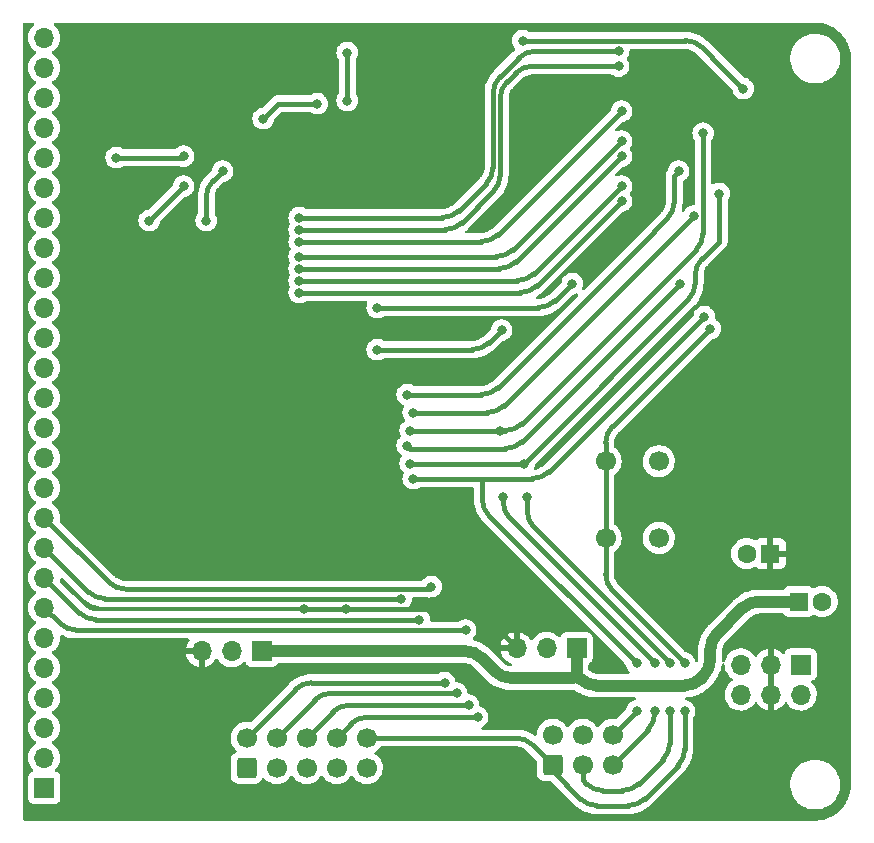
<source format=gbr>
%TF.GenerationSoftware,KiCad,Pcbnew,(6.0.0)*%
%TF.CreationDate,2022-01-24T17:46:17-05:00*%
%TF.ProjectId,esp32 breakout2,65737033-3220-4627-9265-616b6f757432,rev?*%
%TF.SameCoordinates,Original*%
%TF.FileFunction,Copper,L2,Bot*%
%TF.FilePolarity,Positive*%
%FSLAX46Y46*%
G04 Gerber Fmt 4.6, Leading zero omitted, Abs format (unit mm)*
G04 Created by KiCad (PCBNEW (6.0.0)) date 2022-01-24 17:46:17*
%MOMM*%
%LPD*%
G01*
G04 APERTURE LIST*
G04 Aperture macros list*
%AMRoundRect*
0 Rectangle with rounded corners*
0 $1 Rounding radius*
0 $2 $3 $4 $5 $6 $7 $8 $9 X,Y pos of 4 corners*
0 Add a 4 corners polygon primitive as box body*
4,1,4,$2,$3,$4,$5,$6,$7,$8,$9,$2,$3,0*
0 Add four circle primitives for the rounded corners*
1,1,$1+$1,$2,$3*
1,1,$1+$1,$4,$5*
1,1,$1+$1,$6,$7*
1,1,$1+$1,$8,$9*
0 Add four rect primitives between the rounded corners*
20,1,$1+$1,$2,$3,$4,$5,0*
20,1,$1+$1,$4,$5,$6,$7,0*
20,1,$1+$1,$6,$7,$8,$9,0*
20,1,$1+$1,$8,$9,$2,$3,0*%
G04 Aperture macros list end*
%TA.AperFunction,ComponentPad*%
%ADD10R,1.700000X1.700000*%
%TD*%
%TA.AperFunction,ComponentPad*%
%ADD11O,1.700000X1.700000*%
%TD*%
%TA.AperFunction,ComponentPad*%
%ADD12RoundRect,0.250000X0.600000X-0.600000X0.600000X0.600000X-0.600000X0.600000X-0.600000X-0.600000X0*%
%TD*%
%TA.AperFunction,ComponentPad*%
%ADD13C,1.700000*%
%TD*%
%TA.AperFunction,ComponentPad*%
%ADD14R,1.600000X1.600000*%
%TD*%
%TA.AperFunction,ComponentPad*%
%ADD15C,1.600000*%
%TD*%
%TA.AperFunction,ViaPad*%
%ADD16C,0.800000*%
%TD*%
%TA.AperFunction,Conductor*%
%ADD17C,0.400000*%
%TD*%
%TA.AperFunction,Conductor*%
%ADD18C,1.000000*%
%TD*%
G04 APERTURE END LIST*
D10*
%TO.P,J1,1,Pin_1*%
%TO.N,/VDD_5V*%
X142621000Y-104521000D03*
D11*
%TO.P,J1,2,Pin_2*%
%TO.N,/VDD_J*%
X140081000Y-104521000D03*
%TO.P,J1,3,Pin_3*%
%TO.N,/VDD3V3*%
X137541000Y-104521000D03*
%TD*%
D12*
%TO.P,J4,1,Pin_1*%
%TO.N,/VDD_J*%
X141346000Y-114417500D03*
D13*
%TO.P,J4,2,Pin_2*%
%TO.N,/ESP_IO14*%
X141346000Y-111877500D03*
%TO.P,J4,3,Pin_3*%
%TO.N,GND*%
X143886000Y-114417500D03*
%TO.P,J4,4,Pin_4*%
%TO.N,/ESP_IO13*%
X143886000Y-111877500D03*
%TO.P,J4,5,Pin_5*%
%TO.N,GND*%
X146426000Y-114417500D03*
%TO.P,J4,6,Pin_6*%
%TO.N,/ESP_IO15*%
X146426000Y-111877500D03*
%TO.P,J4,7,Pin_7*%
%TO.N,GND*%
X148966000Y-114417500D03*
%TO.P,J4,8,Pin_8*%
%TO.N,/ESP_IO12*%
X148966000Y-111877500D03*
%TO.P,J4,9,Pin_9*%
%TO.N,GND*%
X151506000Y-114417500D03*
%TO.P,J4,10,Pin_10*%
%TO.N,/ESP_EN*%
X151506000Y-111877500D03*
%TD*%
D14*
%TO.P,C4,1*%
%TO.N,/VDD3V3*%
X185674000Y-96266000D03*
D15*
%TO.P,C4,2*%
%TO.N,GND*%
X183674000Y-96266000D03*
%TD*%
D10*
%TO.P,J3,1,Pin_1*%
%TO.N,/VDD_5V*%
X188259888Y-105659000D03*
D11*
%TO.P,J3,2,Pin_2*%
X188259888Y-108199000D03*
%TO.P,J3,3,Pin_3*%
%TO.N,/VDD3V3*%
X185719888Y-105659000D03*
%TO.P,J3,4,Pin_4*%
X185719888Y-108199000D03*
%TO.P,J3,5,Pin_5*%
%TO.N,GND*%
X183179888Y-105659000D03*
%TO.P,J3,6,Pin_6*%
X183179888Y-108199000D03*
%TD*%
D14*
%TO.P,C3,1*%
%TO.N,/VDD_5V*%
X188081775Y-100330000D03*
D15*
%TO.P,C3,2*%
%TO.N,GND*%
X190081775Y-100330000D03*
%TD*%
D12*
%TO.P,J5,1,Pin_1*%
%TO.N,/ESP_EN*%
X167254000Y-114163500D03*
D13*
%TO.P,J5,2,Pin_2*%
%TO.N,/VDD_U*%
X167254000Y-111623500D03*
%TO.P,J5,3,Pin_3*%
%TO.N,/ESP_IO1*%
X169794000Y-114163500D03*
%TO.P,J5,4,Pin_4*%
%TO.N,GND*%
X169794000Y-111623500D03*
%TO.P,J5,5,Pin_5*%
%TO.N,/ESP_IO3*%
X172334000Y-114163500D03*
%TO.P,J5,6,Pin_6*%
%TO.N,/ESP_IO0*%
X172334000Y-111623500D03*
%TD*%
D10*
%TO.P,J2,1,Pin_1*%
%TO.N,/VDD_5V*%
X169276000Y-104267000D03*
D11*
%TO.P,J2,2,Pin_2*%
%TO.N,/VDD_U*%
X166736000Y-104267000D03*
%TO.P,J2,3,Pin_3*%
%TO.N,/VDD3V3*%
X164196000Y-104267000D03*
%TD*%
D13*
%TO.P,SW1,1,1*%
%TO.N,GND*%
X176240000Y-88444000D03*
%TO.P,SW1,2,2*%
X176240000Y-94944000D03*
%TO.P,SW1,3,K*%
%TO.N,/ESP_EN*%
X171740000Y-88444000D03*
%TO.P,SW1,4,A*%
X171740000Y-94944000D03*
%TD*%
D10*
%TO.P,J6,1,Pin_1*%
%TO.N,/ESP_IO0*%
X124206000Y-116078000D03*
D11*
%TO.P,J6,2,Pin_2*%
%TO.N,/ESP_IO1*%
X124206000Y-113538000D03*
%TO.P,J6,3,Pin_3*%
%TO.N,/ESP_IO2*%
X124206000Y-110998000D03*
%TO.P,J6,4,Pin_4*%
%TO.N,/ESP_IO3*%
X124206000Y-108458000D03*
%TO.P,J6,5,Pin_5*%
%TO.N,/ESP_IO4*%
X124206000Y-105918000D03*
%TO.P,J6,6,Pin_6*%
%TO.N,/ESP_IO5*%
X124206000Y-103378000D03*
%TO.P,J6,7,Pin_7*%
%TO.N,/ESP_IO12*%
X124206000Y-100838000D03*
%TO.P,J6,8,Pin_8*%
%TO.N,/ESP_IO13*%
X124206000Y-98298000D03*
%TO.P,J6,9,Pin_9*%
%TO.N,/ESP_IO14*%
X124206000Y-95758000D03*
%TO.P,J6,10,Pin_10*%
%TO.N,/ESP_IO15*%
X124206000Y-93218000D03*
%TO.P,J6,11,Pin_11*%
%TO.N,/ESP_IO16*%
X124206000Y-90678000D03*
%TO.P,J6,12,Pin_12*%
%TO.N,/ESP_IO17*%
X124206000Y-88138000D03*
%TO.P,J6,13,Pin_13*%
%TO.N,/ESP_IO18*%
X124206000Y-85598000D03*
%TO.P,J6,14,Pin_14*%
%TO.N,/ESP_IO19*%
X124206000Y-83058000D03*
%TO.P,J6,15,Pin_15*%
%TO.N,/ESP_IO21*%
X124206000Y-80518000D03*
%TO.P,J6,16,Pin_16*%
%TO.N,/ESP_IO22*%
X124206000Y-77978000D03*
%TO.P,J6,17,Pin_17*%
%TO.N,/ESP_IO23*%
X124206000Y-75438000D03*
%TO.P,J6,18,Pin_18*%
%TO.N,/ESP_IO25*%
X124206000Y-72898000D03*
%TO.P,J6,19,Pin_19*%
%TO.N,/ESP_IO26*%
X124206000Y-70358000D03*
%TO.P,J6,20,Pin_20*%
%TO.N,/ESP_IO27*%
X124206000Y-67818000D03*
%TO.P,J6,21,Pin_21*%
%TO.N,/ESP_IO32*%
X124206000Y-65278000D03*
%TO.P,J6,22,Pin_22*%
%TO.N,/ESP_IO33*%
X124206000Y-62738000D03*
%TO.P,J6,23,Pin_23*%
%TO.N,/ESP_IO34*%
X124206000Y-60198000D03*
%TO.P,J6,24,Pin_24*%
%TO.N,/ESP_IO35*%
X124206000Y-57658000D03*
%TO.P,J6,25,Pin_25*%
%TO.N,/ESP_IO36*%
X124206000Y-55118000D03*
%TO.P,J6,26,Pin_26*%
%TO.N,/ESP_IO39*%
X124206000Y-52578000D03*
%TD*%
D16*
%TO.N,/ESP_EN*%
X183388000Y-56896000D03*
X178435000Y-105537000D03*
X164706680Y-52832000D03*
X180594000Y-77216000D03*
X178435000Y-109601000D03*
%TO.N,/VDD3V3*%
X181102000Y-72644000D03*
X173736000Y-96520000D03*
X146177000Y-100965000D03*
X149733000Y-100965000D03*
X161798000Y-97536000D03*
X162687000Y-53721000D03*
%TO.N,/ESP_IO14*%
X158115000Y-107198520D03*
X154432000Y-100076000D03*
%TO.N,/ESP_IO13*%
X152400000Y-78994000D03*
X162941000Y-77343000D03*
X159131000Y-108077000D03*
X155956000Y-101854000D03*
%TO.N,/ESP_IO15*%
X160147000Y-109093000D03*
X168910000Y-73406000D03*
X156972000Y-99060000D03*
X152400000Y-75438000D03*
%TO.N,/ESP_IO12*%
X159893000Y-102743000D03*
X160909000Y-110109000D03*
%TO.N,/ESP_IO1*%
X164846000Y-88646000D03*
X165100000Y-91440000D03*
X177165000Y-109601000D03*
X177165000Y-105537000D03*
X155194000Y-88646000D03*
X181356000Y-65786000D03*
%TO.N,/ESP_IO3*%
X162814000Y-85852000D03*
X155194000Y-85852000D03*
X175895000Y-109601000D03*
X163068000Y-91440000D03*
X179996511Y-60662489D03*
X175895000Y-105537000D03*
%TO.N,/ESP_IO0*%
X155448000Y-89916000D03*
X180086000Y-76200000D03*
X174356500Y-109601000D03*
X174356500Y-105551500D03*
%TO.N,/ESP_IO2*%
X178054000Y-73406000D03*
X154940000Y-87122000D03*
%TO.N,/ESP_IO4*%
X179197000Y-67691000D03*
X155448000Y-84328000D03*
%TO.N,/ESP_IO5*%
X154940000Y-82804000D03*
X177927000Y-63881000D03*
%TO.N,/ESP_IO16*%
X145796000Y-74168000D03*
X173101000Y-66421000D03*
%TO.N,/ESP_IO17*%
X145796000Y-73152000D03*
X173101000Y-65151000D03*
%TO.N,/ESP_IO18*%
X145796000Y-72136000D03*
X173101000Y-62611000D03*
%TO.N,/ESP_IO19*%
X173101000Y-61341000D03*
X145796000Y-71120000D03*
%TO.N,/ESP_IO21*%
X173101000Y-58801000D03*
X145796000Y-69850000D03*
%TO.N,/ESP_IO22*%
X145796000Y-68834000D03*
X172847000Y-54991000D03*
%TO.N,/ESP_IO23*%
X172847000Y-53721000D03*
X145796000Y-67818000D03*
%TO.N,/ESP_IO25*%
X139319000Y-63881000D03*
X137922000Y-68072000D03*
%TO.N,/ESP_IO26*%
X133096000Y-68072000D03*
X136017000Y-65151000D03*
%TO.N,/ESP_IO33*%
X130302000Y-62738000D03*
X136017000Y-62611000D03*
%TO.N,/ESP_IO34*%
X142748000Y-59436000D03*
X147320000Y-58166000D03*
%TO.N,/ESP_IO39*%
X149860000Y-53848000D03*
X149860000Y-57912000D03*
%TD*%
D17*
%TO.N,/ESP_EN*%
X171740000Y-88444000D02*
X171740000Y-86898427D01*
X178435000Y-109601000D02*
X178435000Y-112836573D01*
X165553787Y-112463287D02*
X167254000Y-114163500D01*
X175083787Y-117016213D02*
X177849214Y-114250786D01*
X171740000Y-94944000D02*
X171740000Y-88444000D01*
X167254000Y-114676000D02*
X169594214Y-117016214D01*
X171008427Y-117602000D02*
X173669573Y-117602000D01*
X151506000Y-111877500D02*
X164139573Y-111877500D01*
X179909787Y-53417787D02*
X181610000Y-55118000D01*
X164706680Y-52832000D02*
X178495573Y-52832000D01*
X172325787Y-85484213D02*
X180594000Y-77216000D01*
X171740000Y-98013573D02*
X171740000Y-94944000D01*
X181610000Y-55118000D02*
X183388000Y-56896000D01*
X178435000Y-105537000D02*
X172325786Y-99427786D01*
X167254000Y-114163500D02*
X167254000Y-114676000D01*
X165553787Y-112463287D02*
G75*
G03*
X164139573Y-111877500I-1414214J-1414213D01*
G01*
X171740001Y-98013573D02*
G75*
G03*
X172325787Y-99427785I1999999J0D01*
G01*
X171740001Y-86898427D02*
G75*
G02*
X172325788Y-85484214I1999999J0D01*
G01*
X175083787Y-117016213D02*
G75*
G02*
X173669573Y-117602000I-1414214J1414213D01*
G01*
X179909787Y-53417787D02*
G75*
G03*
X178495573Y-52832000I-1414214J-1414213D01*
G01*
X171008427Y-117601999D02*
G75*
G02*
X169594215Y-117016213I0J1999999D01*
G01*
X177849214Y-114250786D02*
G75*
G03*
X178435000Y-112836573I-1414214J1414213D01*
G01*
D18*
%TO.N,/VDD_5V*%
X181179787Y-103046213D02*
X183310214Y-100915786D01*
X179792287Y-106855260D02*
X180008214Y-106639333D01*
X180594000Y-105225120D02*
X180594000Y-104460427D01*
X169593260Y-106855260D02*
X169276000Y-106538000D01*
X169007000Y-106807000D02*
X169276000Y-106538000D01*
X169276000Y-104267000D02*
X169276000Y-106538000D01*
X142621000Y-104521000D02*
X159826573Y-104521000D01*
X184724427Y-100330000D02*
X188081775Y-100330000D01*
X163769427Y-106807000D02*
X169007000Y-106807000D01*
X161240787Y-105106787D02*
X162355214Y-106221214D01*
X178378073Y-107441047D02*
X171007474Y-107441047D01*
X180008214Y-106639333D02*
G75*
G03*
X180594000Y-105225120I-1414214J1414213D01*
G01*
X171007474Y-107441046D02*
G75*
G02*
X169593261Y-106855259I0J1999999D01*
G01*
X161240787Y-105106787D02*
G75*
G03*
X159826573Y-104521000I-1414214J-1414213D01*
G01*
X183310214Y-100915786D02*
G75*
G02*
X184724427Y-100330000I1414213J-1414214D01*
G01*
X181179787Y-103046213D02*
G75*
G03*
X180594000Y-104460427I1414213J-1414214D01*
G01*
X179792287Y-106855260D02*
G75*
G02*
X178378073Y-107441047I-1414214J1414213D01*
G01*
X162355214Y-106221214D02*
G75*
G03*
X163769427Y-106807000I1414213J1414214D01*
G01*
D17*
%TO.N,/VDD3V3*%
X161479787Y-101550787D02*
X162044500Y-102115500D01*
X146177000Y-100965000D02*
X149733000Y-100965000D01*
X162044500Y-102115500D02*
X164196000Y-104267000D01*
X149733000Y-100965000D02*
X160065573Y-100965000D01*
X160065573Y-100965001D02*
G75*
G02*
X161479786Y-101550788I0J-1999999D01*
G01*
%TO.N,/ESP_IO14*%
X154432000Y-100076000D02*
X129352427Y-100076000D01*
X127938213Y-99490213D02*
X124206000Y-95758000D01*
X141346000Y-111877500D02*
X145439194Y-107784306D01*
X146853407Y-107198520D02*
X158115000Y-107198520D01*
X127938213Y-99490213D02*
G75*
G03*
X129352427Y-100076000I1414214J1414213D01*
G01*
X146853407Y-107198521D02*
G75*
G03*
X145439195Y-107784307I0J-1999999D01*
G01*
%TO.N,/ESP_IO13*%
X143886000Y-111877500D02*
X147100714Y-108662786D01*
X160461573Y-78994000D02*
X152400000Y-78994000D01*
X148514927Y-108077000D02*
X159131000Y-108077000D01*
X155956000Y-101854000D02*
X128590427Y-101854000D01*
X127176213Y-101268213D02*
X124206000Y-98298000D01*
X162941000Y-77343000D02*
X161875786Y-78408214D01*
X127176213Y-101268213D02*
G75*
G03*
X128590427Y-101854000I1414214J1414213D01*
G01*
X148514927Y-108077001D02*
G75*
G03*
X147100715Y-108662787I0J-1999999D01*
G01*
X160461573Y-78993999D02*
G75*
G03*
X161875785Y-78408213I0J1999999D01*
G01*
%TO.N,/ESP_IO15*%
X156755511Y-99276489D02*
X131092916Y-99276489D01*
X168910000Y-73406000D02*
X167463786Y-74852214D01*
X150038927Y-109093000D02*
X160147000Y-109093000D01*
X129678702Y-98690702D02*
X124206000Y-93218000D01*
X166049573Y-75438000D02*
X152400000Y-75438000D01*
X156972000Y-99060000D02*
X156755511Y-99276489D01*
X146426000Y-111877500D02*
X148624714Y-109678786D01*
X129678702Y-98690702D02*
G75*
G03*
X131092916Y-99276489I1414214J1414213D01*
G01*
X150038927Y-109093001D02*
G75*
G03*
X148624715Y-109678787I0J-1999999D01*
G01*
X166049573Y-75437999D02*
G75*
G03*
X167463785Y-74852213I0J1999999D01*
G01*
%TO.N,/ESP_IO12*%
X151562927Y-110109000D02*
X160909000Y-110109000D01*
X125525213Y-102157213D02*
X124206000Y-100838000D01*
X148966000Y-111877500D02*
X150148714Y-110694786D01*
X159893000Y-102743000D02*
X126939427Y-102743000D01*
X125525213Y-102157213D02*
G75*
G03*
X126939427Y-102743000I1414214J1414213D01*
G01*
X150148714Y-110694786D02*
G75*
G02*
X151562927Y-110109000I1414213J-1414214D01*
G01*
%TO.N,/ESP_IO1*%
X181356000Y-65786000D02*
X181356000Y-69342000D01*
X173161573Y-116332000D02*
X171516427Y-116332000D01*
X179324000Y-72710427D02*
X179324000Y-73339573D01*
X177165000Y-109601000D02*
X177165000Y-112328573D01*
X177165000Y-105537000D02*
X165685786Y-94057786D01*
X169794000Y-115438000D02*
X169794000Y-114163500D01*
X164846000Y-88646000D02*
X155194000Y-88646000D01*
X178738213Y-74753787D02*
X164846000Y-88646000D01*
X181356000Y-69342000D02*
X181356000Y-69850000D01*
X181356000Y-69850000D02*
X179909786Y-71296214D01*
X176579213Y-113742787D02*
X174575786Y-115746214D01*
X170102213Y-115746213D02*
X169794000Y-115438000D01*
X165100000Y-92643573D02*
X165100000Y-91440000D01*
X178738213Y-74753787D02*
G75*
G03*
X179324000Y-73339573I-1414213J1414214D01*
G01*
X179909786Y-71296214D02*
G75*
G03*
X179324000Y-72710427I1414214J-1414213D01*
G01*
X177164999Y-112328573D02*
G75*
G02*
X176579212Y-113742786I-1999999J0D01*
G01*
X170102213Y-115746213D02*
G75*
G03*
X171516427Y-116332000I1414214J1414213D01*
G01*
X173161573Y-116331999D02*
G75*
G03*
X174575785Y-115746213I0J1999999D01*
G01*
X165685786Y-94057786D02*
G75*
G02*
X165100000Y-92643573I1414214J1414213D01*
G01*
%TO.N,/ESP_IO3*%
X179996511Y-60662489D02*
X179996511Y-69111062D01*
X176784000Y-73152000D02*
X164669786Y-85266214D01*
X163068000Y-91881573D02*
X163068000Y-91440000D01*
X175895000Y-109774073D02*
X175895000Y-109601000D01*
X163255573Y-85852000D02*
X162814000Y-85852000D01*
X175895000Y-105537000D02*
X163653786Y-93295786D01*
X172334000Y-114163500D02*
X175309214Y-111188286D01*
X179410724Y-70525276D02*
X176784000Y-73152000D01*
X162814000Y-85852000D02*
X155194000Y-85852000D01*
X179996510Y-69111062D02*
G75*
G02*
X179410723Y-70525275I-1999999J0D01*
G01*
X163068001Y-91881573D02*
G75*
G03*
X163653787Y-93295785I1999999J0D01*
G01*
X175309214Y-111188286D02*
G75*
G03*
X175895000Y-109774073I-1414214J1414213D01*
G01*
X164669786Y-85266214D02*
G75*
G02*
X163255573Y-85852000I-1414213J1414214D01*
G01*
%TO.N,/ESP_IO0*%
X161290000Y-91656573D02*
X161290000Y-89916000D01*
X172334000Y-111623500D02*
X174356500Y-109601000D01*
X174356500Y-105551500D02*
X161875786Y-93070786D01*
X180086000Y-76200000D02*
X166955786Y-89330214D01*
X165541573Y-89916000D02*
X161290000Y-89916000D01*
X161290000Y-89916000D02*
X155448000Y-89916000D01*
X161290001Y-91656573D02*
G75*
G03*
X161875787Y-93070785I1999999J0D01*
G01*
X166955786Y-89330214D02*
G75*
G02*
X165541573Y-89916000I-1414213J1414214D01*
G01*
%TO.N,/ESP_IO2*%
X163255573Y-87376000D02*
X155194000Y-87376000D01*
X155194000Y-87376000D02*
X154940000Y-87122000D01*
X164669786Y-86790214D02*
X178054000Y-73406000D01*
X163255573Y-87375999D02*
G75*
G03*
X164669785Y-86790213I0J1999999D01*
G01*
%TO.N,/ESP_IO4*%
X179197000Y-67691000D02*
X163145786Y-83742214D01*
X161731573Y-84328000D02*
X155448000Y-84328000D01*
X161731573Y-84327999D02*
G75*
G03*
X163145785Y-83742213I0J1999999D01*
G01*
%TO.N,/ESP_IO5*%
X177927000Y-63881000D02*
X177546000Y-64262000D01*
X161223573Y-82804000D02*
X154940000Y-82804000D01*
X174752000Y-70104000D02*
X162637786Y-82218214D01*
X177546000Y-64262000D02*
X177546000Y-66481573D01*
X176960213Y-67895787D02*
X174752000Y-70104000D01*
X176960213Y-67895787D02*
G75*
G03*
X177546000Y-66481573I-1414213J1414214D01*
G01*
X161223573Y-82803999D02*
G75*
G03*
X162637785Y-82218213I0J1999999D01*
G01*
%TO.N,/ESP_IO16*%
X164525573Y-74168000D02*
X145796000Y-74168000D01*
X173101000Y-66421000D02*
X165939786Y-73582214D01*
X164525573Y-74167999D02*
G75*
G03*
X165939785Y-73582213I0J1999999D01*
G01*
%TO.N,/ESP_IO17*%
X173101000Y-65151000D02*
X165685786Y-72566214D01*
X152654000Y-73152000D02*
X145796000Y-73152000D01*
X164271573Y-73152000D02*
X152654000Y-73152000D01*
X164271573Y-73151999D02*
G75*
G03*
X165685785Y-72566213I0J1999999D01*
G01*
%TO.N,/ESP_IO18*%
X162747573Y-72136000D02*
X152654000Y-72136000D01*
X173101000Y-62611000D02*
X164161786Y-71550214D01*
X152654000Y-72136000D02*
X148336000Y-72136000D01*
X148336000Y-72136000D02*
X145796000Y-72136000D01*
X162747573Y-72135999D02*
G75*
G03*
X164161785Y-71550213I0J1999999D01*
G01*
%TO.N,/ESP_IO19*%
X152654000Y-71120000D02*
X146050000Y-71120000D01*
X146050000Y-71120000D02*
X145796000Y-71120000D01*
X162493573Y-71120000D02*
X152654000Y-71120000D01*
X173101000Y-61341000D02*
X163907786Y-70534214D01*
X162493573Y-71119999D02*
G75*
G03*
X163907785Y-70534213I0J1999999D01*
G01*
%TO.N,/ESP_IO21*%
X152654000Y-69850000D02*
X145796000Y-69850000D01*
X161223573Y-69850000D02*
X152654000Y-69850000D01*
X173101000Y-58801000D02*
X162637786Y-69264214D01*
X161223573Y-69849999D02*
G75*
G03*
X162637785Y-69264213I0J1999999D01*
G01*
%TO.N,/ESP_IO22*%
X164133213Y-55576787D02*
X163399786Y-56310214D01*
X162228213Y-65609787D02*
X159589786Y-68248214D01*
X172847000Y-54991000D02*
X165547427Y-54991000D01*
X162814000Y-57724427D02*
X162814000Y-64195573D01*
X158175573Y-68834000D02*
X145796000Y-68834000D01*
X162228213Y-65609787D02*
G75*
G03*
X162814000Y-64195573I-1414213J1414214D01*
G01*
X165547427Y-54991001D02*
G75*
G03*
X164133214Y-55576788I0J-1999999D01*
G01*
X162814001Y-57724427D02*
G75*
G02*
X163399787Y-56310215I1999999J0D01*
G01*
X158175573Y-68833999D02*
G75*
G03*
X159589785Y-68248213I0J1999999D01*
G01*
%TO.N,/ESP_IO23*%
X162214480Y-63525093D02*
X162214480Y-57307947D01*
X165801427Y-53721000D02*
X172847000Y-53721000D01*
X145796000Y-67818000D02*
X157921573Y-67818000D01*
X162800267Y-55893733D02*
X164387214Y-54306786D01*
X159335786Y-67232214D02*
X161628694Y-64939306D01*
X162214481Y-57307947D02*
G75*
G02*
X162800268Y-55893734I1999999J0D01*
G01*
X161628694Y-64939306D02*
G75*
G03*
X162214480Y-63525093I-1414214J1414213D01*
G01*
X165801427Y-53721001D02*
G75*
G03*
X164387215Y-54306787I0J-1999999D01*
G01*
X159335786Y-67232214D02*
G75*
G02*
X157921573Y-67818000I-1414213J1414214D01*
G01*
%TO.N,/ESP_IO25*%
X139319000Y-63881000D02*
X138507786Y-64692214D01*
X137922000Y-66106427D02*
X137922000Y-68072000D01*
X138507786Y-64692214D02*
G75*
G03*
X137922000Y-66106427I1414214J-1414213D01*
G01*
%TO.N,/ESP_IO26*%
X136017000Y-65151000D02*
X133096000Y-68072000D01*
%TO.N,/ESP_IO33*%
X136017000Y-62611000D02*
X135890000Y-62738000D01*
X135890000Y-62738000D02*
X130302000Y-62738000D01*
%TO.N,/ESP_IO34*%
X147320000Y-58166000D02*
X144272000Y-58166000D01*
X144018000Y-58166000D02*
X142748000Y-59436000D01*
X144272000Y-58166000D02*
X144018000Y-58166000D01*
%TO.N,/ESP_IO39*%
X149860000Y-57912000D02*
X149860000Y-53848000D01*
%TD*%
%TA.AperFunction,Conductor*%
%TO.N,/VDD3V3*%
G36*
X123325232Y-51328002D02*
G01*
X123371725Y-51381658D01*
X123381829Y-51451932D01*
X123352335Y-51516512D01*
X123332766Y-51534758D01*
X123300965Y-51558635D01*
X123146629Y-51720138D01*
X123020743Y-51904680D01*
X123005003Y-51938590D01*
X122930341Y-52099436D01*
X122926688Y-52107305D01*
X122866989Y-52322570D01*
X122843251Y-52544695D01*
X122843548Y-52549848D01*
X122843548Y-52549851D01*
X122849011Y-52644590D01*
X122856110Y-52767715D01*
X122857247Y-52772761D01*
X122857248Y-52772767D01*
X122872077Y-52838565D01*
X122905222Y-52985639D01*
X122989266Y-53192616D01*
X122991965Y-53197020D01*
X123097320Y-53368944D01*
X123105987Y-53383088D01*
X123252250Y-53551938D01*
X123424126Y-53694632D01*
X123458017Y-53714436D01*
X123497445Y-53737476D01*
X123546169Y-53789114D01*
X123559240Y-53858897D01*
X123532509Y-53924669D01*
X123492055Y-53958027D01*
X123479607Y-53964507D01*
X123475474Y-53967610D01*
X123475471Y-53967612D01*
X123317432Y-54086271D01*
X123300965Y-54098635D01*
X123297393Y-54102373D01*
X123207000Y-54196964D01*
X123146629Y-54260138D01*
X123020743Y-54444680D01*
X122992053Y-54506488D01*
X122939621Y-54619444D01*
X122926688Y-54647305D01*
X122866989Y-54862570D01*
X122843251Y-55084695D01*
X122843548Y-55089848D01*
X122843548Y-55089851D01*
X122849202Y-55187908D01*
X122856110Y-55307715D01*
X122857247Y-55312761D01*
X122857248Y-55312767D01*
X122877119Y-55400939D01*
X122905222Y-55525639D01*
X122989266Y-55732616D01*
X123019601Y-55782118D01*
X123090692Y-55898128D01*
X123105987Y-55923088D01*
X123252250Y-56091938D01*
X123424126Y-56234632D01*
X123494595Y-56275811D01*
X123497445Y-56277476D01*
X123546169Y-56329114D01*
X123559240Y-56398897D01*
X123532509Y-56464669D01*
X123492055Y-56498027D01*
X123479607Y-56504507D01*
X123475474Y-56507610D01*
X123475471Y-56507612D01*
X123305100Y-56635530D01*
X123300965Y-56638635D01*
X123297393Y-56642373D01*
X123167311Y-56778496D01*
X123146629Y-56800138D01*
X123143715Y-56804410D01*
X123143714Y-56804411D01*
X123085715Y-56889435D01*
X123020743Y-56984680D01*
X123005003Y-57018590D01*
X122949529Y-57138099D01*
X122926688Y-57187305D01*
X122866989Y-57402570D01*
X122843251Y-57624695D01*
X122843548Y-57629848D01*
X122843548Y-57629851D01*
X122851174Y-57762109D01*
X122856110Y-57847715D01*
X122857247Y-57852761D01*
X122857248Y-57852767D01*
X122866203Y-57892500D01*
X122905222Y-58065639D01*
X122989266Y-58272616D01*
X122991965Y-58277020D01*
X123097320Y-58448944D01*
X123105987Y-58463088D01*
X123252250Y-58631938D01*
X123424126Y-58774632D01*
X123434671Y-58780794D01*
X123497445Y-58817476D01*
X123546169Y-58869114D01*
X123559240Y-58938897D01*
X123532509Y-59004669D01*
X123492055Y-59038027D01*
X123479607Y-59044507D01*
X123475474Y-59047610D01*
X123475471Y-59047612D01*
X123441487Y-59073128D01*
X123300965Y-59178635D01*
X123146629Y-59340138D01*
X123020743Y-59524680D01*
X122988193Y-59594803D01*
X122934953Y-59709500D01*
X122926688Y-59727305D01*
X122866989Y-59942570D01*
X122843251Y-60164695D01*
X122843548Y-60169848D01*
X122843548Y-60169851D01*
X122849011Y-60264590D01*
X122856110Y-60387715D01*
X122857247Y-60392761D01*
X122857248Y-60392767D01*
X122864619Y-60425472D01*
X122905222Y-60605639D01*
X122989266Y-60812616D01*
X123013656Y-60852417D01*
X123089921Y-60976870D01*
X123105987Y-61003088D01*
X123252250Y-61171938D01*
X123424126Y-61314632D01*
X123458015Y-61334435D01*
X123497445Y-61357476D01*
X123546169Y-61409114D01*
X123559240Y-61478897D01*
X123532509Y-61544669D01*
X123492055Y-61578027D01*
X123479607Y-61584507D01*
X123475474Y-61587610D01*
X123475471Y-61587612D01*
X123317432Y-61706271D01*
X123300965Y-61718635D01*
X123146629Y-61880138D01*
X123143715Y-61884410D01*
X123143714Y-61884411D01*
X123113806Y-61928255D01*
X123020743Y-62064680D01*
X123005003Y-62098590D01*
X122939621Y-62239444D01*
X122926688Y-62267305D01*
X122866989Y-62482570D01*
X122843251Y-62704695D01*
X122843548Y-62709848D01*
X122843548Y-62709851D01*
X122849202Y-62807908D01*
X122856110Y-62927715D01*
X122857247Y-62932761D01*
X122857248Y-62932767D01*
X122868469Y-62982556D01*
X122905222Y-63145639D01*
X122989266Y-63352616D01*
X123019601Y-63402118D01*
X123099072Y-63531803D01*
X123105987Y-63543088D01*
X123252250Y-63711938D01*
X123328846Y-63775529D01*
X123408928Y-63842014D01*
X123424126Y-63854632D01*
X123480484Y-63887565D01*
X123497445Y-63897476D01*
X123546169Y-63949114D01*
X123559240Y-64018897D01*
X123532509Y-64084669D01*
X123492055Y-64118027D01*
X123479607Y-64124507D01*
X123475474Y-64127610D01*
X123475471Y-64127612D01*
X123317432Y-64246271D01*
X123300965Y-64258635D01*
X123146629Y-64420138D01*
X123143715Y-64424410D01*
X123143714Y-64424411D01*
X123111920Y-64471019D01*
X123020743Y-64604680D01*
X122989298Y-64672423D01*
X122934953Y-64789500D01*
X122926688Y-64807305D01*
X122866989Y-65022570D01*
X122843251Y-65244695D01*
X122843548Y-65249848D01*
X122843548Y-65249851D01*
X122849167Y-65347303D01*
X122856110Y-65467715D01*
X122857247Y-65472761D01*
X122857248Y-65472767D01*
X122867915Y-65520099D01*
X122905222Y-65685639D01*
X122943461Y-65779811D01*
X122985804Y-65884089D01*
X122989266Y-65892616D01*
X123019601Y-65942118D01*
X123096639Y-66067833D01*
X123105987Y-66083088D01*
X123252250Y-66251938D01*
X123424126Y-66394632D01*
X123441431Y-66404744D01*
X123497445Y-66437476D01*
X123546169Y-66489114D01*
X123559240Y-66558897D01*
X123532509Y-66624669D01*
X123492055Y-66658027D01*
X123479607Y-66664507D01*
X123475474Y-66667610D01*
X123475471Y-66667612D01*
X123318716Y-66785307D01*
X123300965Y-66798635D01*
X123146629Y-66960138D01*
X123143715Y-66964410D01*
X123143714Y-66964411D01*
X123111160Y-67012134D01*
X123020743Y-67144680D01*
X122988193Y-67214803D01*
X122934953Y-67329500D01*
X122926688Y-67347305D01*
X122866989Y-67562570D01*
X122843251Y-67784695D01*
X122843548Y-67789848D01*
X122843548Y-67789851D01*
X122849011Y-67884590D01*
X122856110Y-68007715D01*
X122857247Y-68012761D01*
X122857248Y-68012767D01*
X122869118Y-68065435D01*
X122905222Y-68225639D01*
X122966673Y-68376976D01*
X122971556Y-68389000D01*
X122989266Y-68432616D01*
X122991965Y-68437020D01*
X123097320Y-68608944D01*
X123105987Y-68623088D01*
X123252250Y-68791938D01*
X123424126Y-68934632D01*
X123434671Y-68940794D01*
X123497445Y-68977476D01*
X123546169Y-69029114D01*
X123559240Y-69098897D01*
X123532509Y-69164669D01*
X123492055Y-69198027D01*
X123479607Y-69204507D01*
X123475474Y-69207610D01*
X123475471Y-69207612D01*
X123451247Y-69225800D01*
X123300965Y-69338635D01*
X123146629Y-69500138D01*
X123143715Y-69504410D01*
X123143714Y-69504411D01*
X123133544Y-69519320D01*
X123020743Y-69684680D01*
X122997483Y-69734790D01*
X122947052Y-69843435D01*
X122926688Y-69887305D01*
X122866989Y-70102570D01*
X122843251Y-70324695D01*
X122843548Y-70329848D01*
X122843548Y-70329851D01*
X122855812Y-70542547D01*
X122856110Y-70547715D01*
X122857247Y-70552761D01*
X122857248Y-70552767D01*
X122865363Y-70588774D01*
X122905222Y-70765639D01*
X122989266Y-70972616D01*
X123105987Y-71163088D01*
X123252250Y-71331938D01*
X123424126Y-71474632D01*
X123442333Y-71485271D01*
X123497445Y-71517476D01*
X123546169Y-71569114D01*
X123559240Y-71638897D01*
X123532509Y-71704669D01*
X123492055Y-71738027D01*
X123479607Y-71744507D01*
X123475474Y-71747610D01*
X123475471Y-71747612D01*
X123366316Y-71829568D01*
X123300965Y-71878635D01*
X123297393Y-71882373D01*
X123159409Y-72026765D01*
X123146629Y-72040138D01*
X123143715Y-72044410D01*
X123143714Y-72044411D01*
X123121664Y-72076735D01*
X123020743Y-72224680D01*
X123005775Y-72256927D01*
X122936256Y-72406693D01*
X122926688Y-72427305D01*
X122866989Y-72642570D01*
X122866440Y-72647707D01*
X122865456Y-72656913D01*
X122843251Y-72864695D01*
X122843548Y-72869848D01*
X122843548Y-72869851D01*
X122849011Y-72964590D01*
X122856110Y-73087715D01*
X122857247Y-73092761D01*
X122857248Y-73092767D01*
X122869118Y-73145435D01*
X122905222Y-73305639D01*
X122989266Y-73512616D01*
X123105987Y-73703088D01*
X123252250Y-73871938D01*
X123424126Y-74014632D01*
X123480229Y-74047416D01*
X123497445Y-74057476D01*
X123546169Y-74109114D01*
X123559240Y-74178897D01*
X123532509Y-74244669D01*
X123492055Y-74278027D01*
X123479607Y-74284507D01*
X123475474Y-74287610D01*
X123475471Y-74287612D01*
X123305100Y-74415530D01*
X123300965Y-74418635D01*
X123146629Y-74580138D01*
X123143715Y-74584410D01*
X123143714Y-74584411D01*
X123087861Y-74666289D01*
X123020743Y-74764680D01*
X123005003Y-74798590D01*
X122932290Y-74955237D01*
X122926688Y-74967305D01*
X122866989Y-75182570D01*
X122843251Y-75404695D01*
X122843548Y-75409848D01*
X122843548Y-75409851D01*
X122852144Y-75558927D01*
X122856110Y-75627715D01*
X122857247Y-75632761D01*
X122857248Y-75632767D01*
X122865363Y-75668774D01*
X122905222Y-75845639D01*
X122943461Y-75939811D01*
X122974657Y-76016637D01*
X122989266Y-76052616D01*
X123019004Y-76101144D01*
X123099072Y-76231803D01*
X123105987Y-76243088D01*
X123252250Y-76411938D01*
X123333235Y-76479173D01*
X123417580Y-76549197D01*
X123424126Y-76554632D01*
X123494595Y-76595811D01*
X123497445Y-76597476D01*
X123546169Y-76649114D01*
X123559240Y-76718897D01*
X123532509Y-76784669D01*
X123492055Y-76818027D01*
X123479607Y-76824507D01*
X123475474Y-76827610D01*
X123475471Y-76827612D01*
X123305100Y-76955530D01*
X123300965Y-76958635D01*
X123146629Y-77120138D01*
X123143715Y-77124410D01*
X123143714Y-77124411D01*
X123092308Y-77199770D01*
X123020743Y-77304680D01*
X122926688Y-77507305D01*
X122866989Y-77722570D01*
X122843251Y-77944695D01*
X122843548Y-77949848D01*
X122843548Y-77949851D01*
X122851408Y-78086166D01*
X122856110Y-78167715D01*
X122857247Y-78172761D01*
X122857248Y-78172767D01*
X122873366Y-78244285D01*
X122905222Y-78385639D01*
X122989266Y-78592616D01*
X123105987Y-78783088D01*
X123252250Y-78951938D01*
X123424126Y-79094632D01*
X123494595Y-79135811D01*
X123497445Y-79137476D01*
X123546169Y-79189114D01*
X123559240Y-79258897D01*
X123532509Y-79324669D01*
X123492055Y-79358027D01*
X123479607Y-79364507D01*
X123475474Y-79367610D01*
X123475471Y-79367612D01*
X123305100Y-79495530D01*
X123300965Y-79498635D01*
X123297393Y-79502373D01*
X123168000Y-79637775D01*
X123146629Y-79660138D01*
X123143715Y-79664410D01*
X123143714Y-79664411D01*
X123117591Y-79702706D01*
X123020743Y-79844680D01*
X122926688Y-80047305D01*
X122866989Y-80262570D01*
X122843251Y-80484695D01*
X122843548Y-80489848D01*
X122843548Y-80489851D01*
X122849011Y-80584590D01*
X122856110Y-80707715D01*
X122857247Y-80712761D01*
X122857248Y-80712767D01*
X122877119Y-80800939D01*
X122905222Y-80925639D01*
X122989266Y-81132616D01*
X123105987Y-81323088D01*
X123252250Y-81491938D01*
X123424126Y-81634632D01*
X123494595Y-81675811D01*
X123497445Y-81677476D01*
X123546169Y-81729114D01*
X123559240Y-81798897D01*
X123532509Y-81864669D01*
X123492055Y-81898027D01*
X123479607Y-81904507D01*
X123475474Y-81907610D01*
X123475471Y-81907612D01*
X123305100Y-82035530D01*
X123300965Y-82038635D01*
X123146629Y-82200138D01*
X123020743Y-82384680D01*
X122926688Y-82587305D01*
X122866989Y-82802570D01*
X122843251Y-83024695D01*
X122843548Y-83029848D01*
X122843548Y-83029851D01*
X122849011Y-83124590D01*
X122856110Y-83247715D01*
X122857247Y-83252761D01*
X122857248Y-83252767D01*
X122858016Y-83256174D01*
X122905222Y-83465639D01*
X122989266Y-83672616D01*
X123105987Y-83863088D01*
X123252250Y-84031938D01*
X123424126Y-84174632D01*
X123480229Y-84207416D01*
X123497445Y-84217476D01*
X123546169Y-84269114D01*
X123559240Y-84338897D01*
X123532509Y-84404669D01*
X123492055Y-84438027D01*
X123479607Y-84444507D01*
X123475474Y-84447610D01*
X123475471Y-84447612D01*
X123305100Y-84575530D01*
X123300965Y-84578635D01*
X123146629Y-84740138D01*
X123143715Y-84744410D01*
X123143714Y-84744411D01*
X123124813Y-84772119D01*
X123020743Y-84924680D01*
X123006283Y-84955831D01*
X122936102Y-85107025D01*
X122926688Y-85127305D01*
X122866989Y-85342570D01*
X122843251Y-85564695D01*
X122843548Y-85569848D01*
X122843548Y-85569851D01*
X122849011Y-85664590D01*
X122856110Y-85787715D01*
X122857247Y-85792761D01*
X122857248Y-85792767D01*
X122869118Y-85845435D01*
X122905222Y-86005639D01*
X122989266Y-86212616D01*
X123105987Y-86403088D01*
X123252250Y-86571938D01*
X123361134Y-86662335D01*
X123414064Y-86706278D01*
X123424126Y-86714632D01*
X123485411Y-86750444D01*
X123497445Y-86757476D01*
X123546169Y-86809114D01*
X123559240Y-86878897D01*
X123532509Y-86944669D01*
X123492055Y-86978027D01*
X123479607Y-86984507D01*
X123475474Y-86987610D01*
X123475471Y-86987612D01*
X123343324Y-87086831D01*
X123300965Y-87118635D01*
X123291476Y-87128565D01*
X123173234Y-87252298D01*
X123146629Y-87280138D01*
X123020743Y-87464680D01*
X122926688Y-87667305D01*
X122866989Y-87882570D01*
X122843251Y-88104695D01*
X122843548Y-88109848D01*
X122843548Y-88109851D01*
X122849011Y-88204590D01*
X122856110Y-88327715D01*
X122857247Y-88332761D01*
X122857248Y-88332767D01*
X122877119Y-88420939D01*
X122905222Y-88545639D01*
X122989266Y-88752616D01*
X123105987Y-88943088D01*
X123252250Y-89111938D01*
X123424126Y-89254632D01*
X123494595Y-89295811D01*
X123497445Y-89297476D01*
X123546169Y-89349114D01*
X123559240Y-89418897D01*
X123532509Y-89484669D01*
X123492055Y-89518027D01*
X123479607Y-89524507D01*
X123475474Y-89527610D01*
X123475471Y-89527612D01*
X123356187Y-89617173D01*
X123300965Y-89658635D01*
X123285153Y-89675181D01*
X123159409Y-89806765D01*
X123146629Y-89820138D01*
X123143715Y-89824410D01*
X123143714Y-89824411D01*
X123131407Y-89842453D01*
X123020743Y-90004680D01*
X122926688Y-90207305D01*
X122866989Y-90422570D01*
X122843251Y-90644695D01*
X122843548Y-90649848D01*
X122843548Y-90649851D01*
X122849731Y-90757082D01*
X122856110Y-90867715D01*
X122857247Y-90872761D01*
X122857248Y-90872767D01*
X122865363Y-90908774D01*
X122905222Y-91085639D01*
X122989266Y-91292616D01*
X123105987Y-91483088D01*
X123252250Y-91651938D01*
X123424126Y-91794632D01*
X123442333Y-91805271D01*
X123497445Y-91837476D01*
X123546169Y-91889114D01*
X123559240Y-91958897D01*
X123532509Y-92024669D01*
X123492055Y-92058027D01*
X123479607Y-92064507D01*
X123475474Y-92067610D01*
X123475471Y-92067612D01*
X123305100Y-92195530D01*
X123300965Y-92198635D01*
X123146629Y-92360138D01*
X123020743Y-92544680D01*
X122926688Y-92747305D01*
X122866989Y-92962570D01*
X122843251Y-93184695D01*
X122843548Y-93189848D01*
X122843548Y-93189851D01*
X122849011Y-93284590D01*
X122856110Y-93407715D01*
X122857247Y-93412761D01*
X122857248Y-93412767D01*
X122872822Y-93481871D01*
X122905222Y-93625639D01*
X122966673Y-93776976D01*
X122980814Y-93811800D01*
X122989266Y-93832616D01*
X123105987Y-94023088D01*
X123252250Y-94191938D01*
X123424126Y-94334632D01*
X123494595Y-94375811D01*
X123497445Y-94377476D01*
X123546169Y-94429114D01*
X123559240Y-94498897D01*
X123532509Y-94564669D01*
X123492055Y-94598027D01*
X123479607Y-94604507D01*
X123475474Y-94607610D01*
X123475471Y-94607612D01*
X123317098Y-94726522D01*
X123300965Y-94738635D01*
X123146629Y-94900138D01*
X123143715Y-94904410D01*
X123143714Y-94904411D01*
X123106905Y-94958371D01*
X123020743Y-95084680D01*
X122997982Y-95133715D01*
X122952328Y-95232069D01*
X122926688Y-95287305D01*
X122866989Y-95502570D01*
X122843251Y-95724695D01*
X122843548Y-95729848D01*
X122843548Y-95729851D01*
X122845233Y-95759077D01*
X122856110Y-95947715D01*
X122857247Y-95952761D01*
X122857248Y-95952767D01*
X122869589Y-96007525D01*
X122905222Y-96165639D01*
X122989266Y-96372616D01*
X122991965Y-96377020D01*
X123090684Y-96538115D01*
X123105987Y-96563088D01*
X123252250Y-96731938D01*
X123424126Y-96874632D01*
X123494595Y-96915811D01*
X123497445Y-96917476D01*
X123546169Y-96969114D01*
X123559240Y-97038897D01*
X123532509Y-97104669D01*
X123492055Y-97138027D01*
X123479607Y-97144507D01*
X123475474Y-97147610D01*
X123475471Y-97147612D01*
X123305100Y-97275530D01*
X123300965Y-97278635D01*
X123146629Y-97440138D01*
X123020743Y-97624680D01*
X122926688Y-97827305D01*
X122866989Y-98042570D01*
X122843251Y-98264695D01*
X122843548Y-98269848D01*
X122843548Y-98269851D01*
X122846815Y-98326514D01*
X122856110Y-98487715D01*
X122857247Y-98492761D01*
X122857248Y-98492767D01*
X122872822Y-98561871D01*
X122905222Y-98705639D01*
X122989266Y-98912616D01*
X123034305Y-98986113D01*
X123065156Y-99036457D01*
X123105987Y-99103088D01*
X123252250Y-99271938D01*
X123424126Y-99414632D01*
X123442333Y-99425271D01*
X123497445Y-99457476D01*
X123546169Y-99509114D01*
X123559240Y-99578897D01*
X123532509Y-99644669D01*
X123492055Y-99678027D01*
X123479607Y-99684507D01*
X123475474Y-99687610D01*
X123475471Y-99687612D01*
X123305100Y-99815530D01*
X123300965Y-99818635D01*
X123267358Y-99853803D01*
X123157751Y-99968500D01*
X123146629Y-99980138D01*
X123143715Y-99984410D01*
X123143714Y-99984411D01*
X123111141Y-100032162D01*
X123020743Y-100164680D01*
X122926688Y-100367305D01*
X122866989Y-100582570D01*
X122843251Y-100804695D01*
X122843548Y-100809848D01*
X122843548Y-100809851D01*
X122853460Y-100981762D01*
X122856110Y-101027715D01*
X122857247Y-101032761D01*
X122857248Y-101032767D01*
X122872822Y-101101871D01*
X122905222Y-101245639D01*
X122951051Y-101358502D01*
X122985270Y-101442774D01*
X122989266Y-101452616D01*
X123004038Y-101476721D01*
X123088476Y-101614512D01*
X123105987Y-101643088D01*
X123252250Y-101811938D01*
X123357118Y-101899001D01*
X123417580Y-101949197D01*
X123424126Y-101954632D01*
X123437673Y-101962548D01*
X123497445Y-101997476D01*
X123546169Y-102049114D01*
X123559240Y-102118897D01*
X123532509Y-102184669D01*
X123492055Y-102218027D01*
X123479607Y-102224507D01*
X123475474Y-102227610D01*
X123475471Y-102227612D01*
X123310087Y-102351786D01*
X123300965Y-102358635D01*
X123146629Y-102520138D01*
X123143715Y-102524410D01*
X123143714Y-102524411D01*
X123128130Y-102547256D01*
X123020743Y-102704680D01*
X122926688Y-102907305D01*
X122866989Y-103122570D01*
X122843251Y-103344695D01*
X122843548Y-103349848D01*
X122843548Y-103349851D01*
X122854173Y-103534118D01*
X122856110Y-103567715D01*
X122857247Y-103572761D01*
X122857248Y-103572767D01*
X122867947Y-103620240D01*
X122905222Y-103785639D01*
X122989266Y-103992616D01*
X123005712Y-104019454D01*
X123088185Y-104154037D01*
X123105987Y-104183088D01*
X123252250Y-104351938D01*
X123424126Y-104494632D01*
X123473696Y-104523598D01*
X123497445Y-104537476D01*
X123546169Y-104589114D01*
X123559240Y-104658897D01*
X123532509Y-104724669D01*
X123492055Y-104758027D01*
X123479607Y-104764507D01*
X123475474Y-104767610D01*
X123475471Y-104767612D01*
X123305100Y-104895530D01*
X123300965Y-104898635D01*
X123146629Y-105060138D01*
X123143715Y-105064410D01*
X123143714Y-105064411D01*
X123075006Y-105165134D01*
X123020743Y-105244680D01*
X122984997Y-105321688D01*
X122929999Y-105440173D01*
X122926688Y-105447305D01*
X122866989Y-105662570D01*
X122843251Y-105884695D01*
X122843548Y-105889848D01*
X122843548Y-105889851D01*
X122849011Y-105984590D01*
X122856110Y-106107715D01*
X122857247Y-106112761D01*
X122857248Y-106112767D01*
X122877119Y-106200939D01*
X122905222Y-106325639D01*
X122948314Y-106431762D01*
X122977404Y-106503402D01*
X122989266Y-106532616D01*
X123025537Y-106591805D01*
X123093550Y-106702792D01*
X123105987Y-106723088D01*
X123252250Y-106891938D01*
X123424126Y-107034632D01*
X123473696Y-107063598D01*
X123497445Y-107077476D01*
X123546169Y-107129114D01*
X123559240Y-107198897D01*
X123532509Y-107264669D01*
X123492055Y-107298027D01*
X123479607Y-107304507D01*
X123475474Y-107307610D01*
X123475471Y-107307612D01*
X123305100Y-107435530D01*
X123300965Y-107438635D01*
X123297393Y-107442373D01*
X123157728Y-107588524D01*
X123146629Y-107600138D01*
X123143715Y-107604410D01*
X123143714Y-107604411D01*
X123131404Y-107622457D01*
X123020743Y-107784680D01*
X122997103Y-107835608D01*
X122934098Y-107971342D01*
X122926688Y-107987305D01*
X122866989Y-108202570D01*
X122843251Y-108424695D01*
X122843548Y-108429848D01*
X122843548Y-108429851D01*
X122848931Y-108523205D01*
X122856110Y-108647715D01*
X122857247Y-108652761D01*
X122857248Y-108652767D01*
X122866959Y-108695857D01*
X122905222Y-108865639D01*
X122989266Y-109072616D01*
X123016085Y-109116381D01*
X123093550Y-109242792D01*
X123105987Y-109263088D01*
X123252250Y-109431938D01*
X123424126Y-109574632D01*
X123429503Y-109577774D01*
X123497445Y-109617476D01*
X123546169Y-109669114D01*
X123559240Y-109738897D01*
X123532509Y-109804669D01*
X123492055Y-109838027D01*
X123479607Y-109844507D01*
X123475474Y-109847610D01*
X123475471Y-109847612D01*
X123317432Y-109966271D01*
X123300965Y-109978635D01*
X123297393Y-109982373D01*
X123170112Y-110115565D01*
X123146629Y-110140138D01*
X123143715Y-110144410D01*
X123143714Y-110144411D01*
X123117539Y-110182782D01*
X123020743Y-110324680D01*
X122973715Y-110425993D01*
X122929218Y-110521855D01*
X122926688Y-110527305D01*
X122866989Y-110742570D01*
X122843251Y-110964695D01*
X122843548Y-110969848D01*
X122843548Y-110969851D01*
X122854773Y-111164535D01*
X122856110Y-111187715D01*
X122857247Y-111192761D01*
X122857248Y-111192767D01*
X122871104Y-111254247D01*
X122905222Y-111405639D01*
X122943461Y-111499811D01*
X122977073Y-111582587D01*
X122989266Y-111612616D01*
X123003860Y-111636431D01*
X123077483Y-111756573D01*
X123105987Y-111803088D01*
X123252250Y-111971938D01*
X123424126Y-112114632D01*
X123442401Y-112125311D01*
X123497445Y-112157476D01*
X123546169Y-112209114D01*
X123559240Y-112278897D01*
X123532509Y-112344669D01*
X123492055Y-112378027D01*
X123479607Y-112384507D01*
X123475474Y-112387610D01*
X123475471Y-112387612D01*
X123316476Y-112506989D01*
X123300965Y-112518635D01*
X123297393Y-112522373D01*
X123176184Y-112649211D01*
X123146629Y-112680138D01*
X123020743Y-112864680D01*
X122994289Y-112921671D01*
X122936388Y-113046409D01*
X122926688Y-113067305D01*
X122866989Y-113282570D01*
X122843251Y-113504695D01*
X122843548Y-113509848D01*
X122843548Y-113509851D01*
X122852358Y-113662639D01*
X122856110Y-113727715D01*
X122857247Y-113732761D01*
X122857248Y-113732767D01*
X122869596Y-113787557D01*
X122905222Y-113945639D01*
X122989266Y-114152616D01*
X123105987Y-114343088D01*
X123252250Y-114511938D01*
X123256230Y-114515242D01*
X123260981Y-114519187D01*
X123300616Y-114578090D01*
X123302113Y-114649071D01*
X123264997Y-114709593D01*
X123224724Y-114734112D01*
X123109295Y-114777385D01*
X122992739Y-114864739D01*
X122905385Y-114981295D01*
X122854255Y-115117684D01*
X122847500Y-115179866D01*
X122847500Y-116976134D01*
X122854255Y-117038316D01*
X122905385Y-117174705D01*
X122992739Y-117291261D01*
X123109295Y-117378615D01*
X123245684Y-117429745D01*
X123307866Y-117436500D01*
X125104134Y-117436500D01*
X125166316Y-117429745D01*
X125302705Y-117378615D01*
X125419261Y-117291261D01*
X125506615Y-117174705D01*
X125557745Y-117038316D01*
X125564500Y-116976134D01*
X125564500Y-115179866D01*
X125557745Y-115117684D01*
X125506615Y-114981295D01*
X125419261Y-114864739D01*
X125302705Y-114777385D01*
X125264400Y-114763025D01*
X125184203Y-114732960D01*
X125127439Y-114690318D01*
X125102739Y-114623756D01*
X125117947Y-114554408D01*
X125139493Y-114525727D01*
X125181276Y-114484090D01*
X125244096Y-114421489D01*
X125249373Y-114414146D01*
X125371435Y-114244277D01*
X125374453Y-114240077D01*
X125394251Y-114200020D01*
X125471136Y-114044453D01*
X125471137Y-114044451D01*
X125473430Y-114039811D01*
X125518395Y-113891813D01*
X125536865Y-113831023D01*
X125536865Y-113831021D01*
X125538370Y-113826069D01*
X125567529Y-113604590D01*
X125568523Y-113563903D01*
X125569074Y-113541365D01*
X125569074Y-113541361D01*
X125569156Y-113538000D01*
X125550852Y-113315361D01*
X125496431Y-113098702D01*
X125407354Y-112893840D01*
X125343021Y-112794396D01*
X125288822Y-112710617D01*
X125288820Y-112710614D01*
X125286014Y-112706277D01*
X125135670Y-112541051D01*
X125131619Y-112537852D01*
X125131615Y-112537848D01*
X124964414Y-112405800D01*
X124964410Y-112405798D01*
X124960359Y-112402598D01*
X124919053Y-112379796D01*
X124869084Y-112329364D01*
X124854312Y-112259921D01*
X124879428Y-112193516D01*
X124906780Y-112166909D01*
X124965098Y-112125311D01*
X125085860Y-112039173D01*
X125244096Y-111881489D01*
X125267190Y-111849351D01*
X125371435Y-111704277D01*
X125374453Y-111700077D01*
X125394166Y-111660192D01*
X125471136Y-111504453D01*
X125471137Y-111504451D01*
X125473430Y-111499811D01*
X125538370Y-111286069D01*
X125567529Y-111064590D01*
X125568523Y-111023911D01*
X125569074Y-111001365D01*
X125569074Y-111001361D01*
X125569156Y-110998000D01*
X125550852Y-110775361D01*
X125496431Y-110558702D01*
X125407354Y-110353840D01*
X125367584Y-110292365D01*
X125288822Y-110170617D01*
X125288820Y-110170614D01*
X125286014Y-110166277D01*
X125135670Y-110001051D01*
X125131619Y-109997852D01*
X125131615Y-109997848D01*
X124964414Y-109865800D01*
X124964410Y-109865798D01*
X124960359Y-109862598D01*
X124919053Y-109839796D01*
X124869084Y-109789364D01*
X124854312Y-109719921D01*
X124879428Y-109653516D01*
X124906780Y-109626909D01*
X124975665Y-109577774D01*
X125085860Y-109499173D01*
X125119255Y-109465895D01*
X125180570Y-109404793D01*
X125244096Y-109341489D01*
X125258271Y-109321763D01*
X125371435Y-109164277D01*
X125374453Y-109160077D01*
X125380084Y-109148685D01*
X125471136Y-108964453D01*
X125471137Y-108964451D01*
X125473430Y-108959811D01*
X125521559Y-108801401D01*
X125536865Y-108751023D01*
X125536865Y-108751021D01*
X125538370Y-108746069D01*
X125567529Y-108524590D01*
X125569156Y-108458000D01*
X125550852Y-108235361D01*
X125496431Y-108018702D01*
X125407354Y-107813840D01*
X125348982Y-107723610D01*
X125288822Y-107630617D01*
X125288820Y-107630614D01*
X125286014Y-107626277D01*
X125135670Y-107461051D01*
X125131619Y-107457852D01*
X125131615Y-107457848D01*
X124964414Y-107325800D01*
X124964410Y-107325798D01*
X124960359Y-107322598D01*
X124919053Y-107299796D01*
X124869084Y-107249364D01*
X124854312Y-107179921D01*
X124879428Y-107113516D01*
X124906780Y-107086909D01*
X124960470Y-107048612D01*
X125085860Y-106959173D01*
X125090822Y-106954229D01*
X125212225Y-106833249D01*
X125244096Y-106801489D01*
X125276703Y-106756112D01*
X125371435Y-106624277D01*
X125374453Y-106620077D01*
X125403883Y-106560531D01*
X125471136Y-106424453D01*
X125471137Y-106424451D01*
X125473430Y-106419811D01*
X125517848Y-106273616D01*
X125536865Y-106211023D01*
X125536865Y-106211021D01*
X125538370Y-106206069D01*
X125567529Y-105984590D01*
X125568893Y-105928779D01*
X125569074Y-105921365D01*
X125569074Y-105921361D01*
X125569156Y-105918000D01*
X125550852Y-105695361D01*
X125496431Y-105478702D01*
X125407354Y-105273840D01*
X125343635Y-105175346D01*
X125288822Y-105090617D01*
X125288820Y-105090614D01*
X125286014Y-105086277D01*
X125135670Y-104921051D01*
X125131619Y-104917852D01*
X125131615Y-104917848D01*
X124968423Y-104788966D01*
X136209257Y-104788966D01*
X136239565Y-104923446D01*
X136242645Y-104933275D01*
X136322770Y-105130603D01*
X136327413Y-105139794D01*
X136438694Y-105321388D01*
X136444777Y-105329699D01*
X136584213Y-105490667D01*
X136591580Y-105497883D01*
X136755434Y-105633916D01*
X136763881Y-105639831D01*
X136947756Y-105747279D01*
X136957042Y-105751729D01*
X137156001Y-105827703D01*
X137165899Y-105830579D01*
X137269250Y-105851606D01*
X137283299Y-105850410D01*
X137287000Y-105840065D01*
X137287000Y-104793115D01*
X137282525Y-104777876D01*
X137281135Y-104776671D01*
X137273452Y-104775000D01*
X136224225Y-104775000D01*
X136210694Y-104778973D01*
X136209257Y-104788966D01*
X124968423Y-104788966D01*
X124964414Y-104785800D01*
X124964410Y-104785798D01*
X124960359Y-104782598D01*
X124919053Y-104759796D01*
X124869084Y-104709364D01*
X124854312Y-104639921D01*
X124879428Y-104573516D01*
X124906780Y-104546909D01*
X124975415Y-104497952D01*
X125085860Y-104419173D01*
X125091140Y-104413912D01*
X125175915Y-104329432D01*
X125244096Y-104261489D01*
X125303594Y-104178689D01*
X125371435Y-104084277D01*
X125374453Y-104080077D01*
X125386615Y-104055470D01*
X125471136Y-103884453D01*
X125471137Y-103884451D01*
X125473430Y-103879811D01*
X125538370Y-103666069D01*
X125567529Y-103444590D01*
X125567643Y-103439926D01*
X125569074Y-103381365D01*
X125569074Y-103381361D01*
X125569156Y-103378000D01*
X125562783Y-103300484D01*
X125577136Y-103230955D01*
X125626801Y-103180222D01*
X125696011Y-103164394D01*
X125749306Y-103179882D01*
X125759302Y-103185407D01*
X125759313Y-103185412D01*
X125762401Y-103187119D01*
X125765664Y-103188471D01*
X125765669Y-103188473D01*
X126033193Y-103299285D01*
X126043456Y-103303536D01*
X126335779Y-103387753D01*
X126635693Y-103438711D01*
X126799462Y-103447908D01*
X126900336Y-103453573D01*
X126911024Y-103454632D01*
X126924480Y-103456547D01*
X126931631Y-103456622D01*
X126935293Y-103456661D01*
X126935299Y-103456661D01*
X126939427Y-103456704D01*
X126974887Y-103452413D01*
X126990022Y-103451500D01*
X136390037Y-103451500D01*
X136458158Y-103471502D01*
X136504651Y-103525158D01*
X136514755Y-103595432D01*
X136487958Y-103656793D01*
X136479105Y-103667726D01*
X136359098Y-103843649D01*
X136354000Y-103852623D01*
X136264338Y-104045783D01*
X136260775Y-104055470D01*
X136205389Y-104255183D01*
X136206912Y-104263607D01*
X136219292Y-104267000D01*
X137669000Y-104267000D01*
X137737121Y-104287002D01*
X137783614Y-104340658D01*
X137795000Y-104393000D01*
X137795000Y-105839517D01*
X137799064Y-105853359D01*
X137812478Y-105855393D01*
X137819184Y-105854534D01*
X137829262Y-105852392D01*
X138033255Y-105791191D01*
X138042842Y-105787433D01*
X138234095Y-105693739D01*
X138242945Y-105688464D01*
X138416328Y-105564792D01*
X138424200Y-105558139D01*
X138575052Y-105407812D01*
X138581730Y-105399965D01*
X138709022Y-105222819D01*
X138710279Y-105223722D01*
X138757373Y-105180362D01*
X138827311Y-105168145D01*
X138892751Y-105195678D01*
X138920579Y-105227511D01*
X138980987Y-105326088D01*
X139127250Y-105494938D01*
X139299126Y-105637632D01*
X139492000Y-105750338D01*
X139496825Y-105752180D01*
X139496826Y-105752181D01*
X139563960Y-105777817D01*
X139700692Y-105830030D01*
X139705760Y-105831061D01*
X139705763Y-105831062D01*
X139800862Y-105850410D01*
X139919597Y-105874567D01*
X139924772Y-105874757D01*
X139924774Y-105874757D01*
X140137673Y-105882564D01*
X140137677Y-105882564D01*
X140142837Y-105882753D01*
X140147957Y-105882097D01*
X140147959Y-105882097D01*
X140359288Y-105855025D01*
X140359289Y-105855025D01*
X140364416Y-105854368D01*
X140369366Y-105852883D01*
X140573429Y-105791661D01*
X140573434Y-105791659D01*
X140578384Y-105790174D01*
X140778994Y-105691896D01*
X140960860Y-105562173D01*
X141069091Y-105454319D01*
X141131462Y-105420404D01*
X141202268Y-105425592D01*
X141259030Y-105468238D01*
X141276012Y-105499341D01*
X141295684Y-105551815D01*
X141320385Y-105617705D01*
X141407739Y-105734261D01*
X141524295Y-105821615D01*
X141660684Y-105872745D01*
X141722866Y-105879500D01*
X143519134Y-105879500D01*
X143581316Y-105872745D01*
X143717705Y-105821615D01*
X143834261Y-105734261D01*
X143921615Y-105617705D01*
X143924767Y-105609296D01*
X143929077Y-105601425D01*
X143930741Y-105602336D01*
X143966663Y-105554510D01*
X144033224Y-105529807D01*
X144042009Y-105529500D01*
X159762754Y-105529500D01*
X159776798Y-105530285D01*
X159812424Y-105534281D01*
X159830317Y-105532778D01*
X159838444Y-105532096D01*
X159858874Y-105532042D01*
X159887324Y-105534281D01*
X159971801Y-105540930D01*
X159991322Y-105544022D01*
X160023776Y-105551814D01*
X160123318Y-105575713D01*
X160142120Y-105581822D01*
X160267546Y-105633774D01*
X160285164Y-105642751D01*
X160400907Y-105713679D01*
X160416898Y-105725297D01*
X160485109Y-105783554D01*
X160493077Y-105790359D01*
X160509711Y-105807553D01*
X160510438Y-105808464D01*
X160510446Y-105808472D01*
X160514284Y-105813280D01*
X160535326Y-105831062D01*
X160553895Y-105846754D01*
X160561662Y-105853897D01*
X161591375Y-106883609D01*
X161601840Y-106895478D01*
X161618918Y-106917495D01*
X161621379Y-106920026D01*
X161621381Y-106920028D01*
X161636190Y-106935257D01*
X161636195Y-106935262D01*
X161638646Y-106937782D01*
X161641367Y-106940017D01*
X161656160Y-106952169D01*
X161660798Y-106956172D01*
X161792521Y-107075558D01*
X161858554Y-107135407D01*
X161861040Y-107137251D01*
X161861044Y-107137254D01*
X162038930Y-107269183D01*
X162095979Y-107311493D01*
X162098620Y-107313076D01*
X162098629Y-107313082D01*
X162331875Y-107452884D01*
X162349520Y-107463460D01*
X162352299Y-107464774D01*
X162352302Y-107464776D01*
X162613944Y-107588524D01*
X162613953Y-107588528D01*
X162616736Y-107589844D01*
X162766816Y-107643543D01*
X162892148Y-107688388D01*
X162892156Y-107688390D01*
X162895053Y-107689427D01*
X163031519Y-107723610D01*
X163178787Y-107760499D01*
X163178791Y-107760500D01*
X163181790Y-107761251D01*
X163184852Y-107761705D01*
X163184856Y-107761706D01*
X163310889Y-107780401D01*
X163474187Y-107804624D01*
X163477271Y-107804775D01*
X163477276Y-107804776D01*
X163608964Y-107811245D01*
X163707210Y-107816071D01*
X163716811Y-107816912D01*
X163741132Y-107819985D01*
X163755279Y-107820182D01*
X163765904Y-107820331D01*
X163765907Y-107820331D01*
X163769427Y-107820380D01*
X163813066Y-107816101D01*
X163825363Y-107815500D01*
X168945157Y-107815500D01*
X168958764Y-107816237D01*
X168990262Y-107819659D01*
X168990267Y-107819659D01*
X168996388Y-107820324D01*
X169022638Y-107818027D01*
X169046388Y-107815950D01*
X169051214Y-107815621D01*
X169053691Y-107815500D01*
X169056769Y-107815500D01*
X169059825Y-107815200D01*
X169059832Y-107815200D01*
X169078647Y-107813355D01*
X169098447Y-107811413D01*
X169168194Y-107824672D01*
X169185799Y-107835606D01*
X169334025Y-107945539D01*
X169336666Y-107947122D01*
X169336675Y-107947128D01*
X169544464Y-108071671D01*
X169587567Y-108097506D01*
X169590346Y-108098820D01*
X169590349Y-108098822D01*
X169809273Y-108202365D01*
X169854782Y-108223889D01*
X170133099Y-108323473D01*
X170419837Y-108395297D01*
X170712234Y-108438670D01*
X170715318Y-108438821D01*
X170715323Y-108438822D01*
X170893045Y-108447552D01*
X170945240Y-108450116D01*
X170954846Y-108450958D01*
X170979179Y-108454032D01*
X170992439Y-108454217D01*
X171003951Y-108454378D01*
X171003954Y-108454378D01*
X171007474Y-108454427D01*
X171051113Y-108450148D01*
X171063410Y-108449547D01*
X174205205Y-108449547D01*
X174273326Y-108469549D01*
X174319819Y-108523205D01*
X174329923Y-108593479D01*
X174300429Y-108658059D01*
X174240703Y-108696443D01*
X174231401Y-108698794D01*
X174074212Y-108732206D01*
X174068182Y-108734891D01*
X174068181Y-108734891D01*
X173905778Y-108807197D01*
X173905776Y-108807198D01*
X173899748Y-108809882D01*
X173745247Y-108922134D01*
X173740829Y-108927041D01*
X173740825Y-108927045D01*
X173648573Y-109029502D01*
X173617460Y-109064056D01*
X173564668Y-109155495D01*
X173552897Y-109175883D01*
X173521973Y-109229444D01*
X173496734Y-109307120D01*
X173493238Y-109317882D01*
X173462958Y-109411072D01*
X173462268Y-109417635D01*
X173462268Y-109417637D01*
X173458050Y-109457770D01*
X173431037Y-109523427D01*
X173421835Y-109533695D01*
X172701316Y-110254214D01*
X172639004Y-110288240D01*
X172590125Y-110289166D01*
X172467373Y-110267300D01*
X172467367Y-110267299D01*
X172462284Y-110266394D01*
X172388452Y-110265492D01*
X172244081Y-110263728D01*
X172244079Y-110263728D01*
X172238911Y-110263665D01*
X172018091Y-110297455D01*
X171805756Y-110366857D01*
X171607607Y-110470007D01*
X171603474Y-110473110D01*
X171603471Y-110473112D01*
X171433100Y-110601030D01*
X171428965Y-110604135D01*
X171425393Y-110607873D01*
X171314413Y-110724007D01*
X171274629Y-110765638D01*
X171167201Y-110923121D01*
X171112293Y-110968121D01*
X171041768Y-110976292D01*
X170978021Y-110945038D01*
X170957324Y-110920554D01*
X170876822Y-110796117D01*
X170876820Y-110796114D01*
X170874014Y-110791777D01*
X170723670Y-110626551D01*
X170719619Y-110623352D01*
X170719615Y-110623348D01*
X170552414Y-110491300D01*
X170552410Y-110491298D01*
X170548359Y-110488098D01*
X170523312Y-110474271D01*
X170446121Y-110431660D01*
X170352789Y-110380138D01*
X170347920Y-110378414D01*
X170347916Y-110378412D01*
X170147087Y-110307295D01*
X170147083Y-110307294D01*
X170142212Y-110305569D01*
X170137119Y-110304662D01*
X170137116Y-110304661D01*
X169927373Y-110267300D01*
X169927367Y-110267299D01*
X169922284Y-110266394D01*
X169848452Y-110265492D01*
X169704081Y-110263728D01*
X169704079Y-110263728D01*
X169698911Y-110263665D01*
X169478091Y-110297455D01*
X169265756Y-110366857D01*
X169067607Y-110470007D01*
X169063474Y-110473110D01*
X169063471Y-110473112D01*
X168893100Y-110601030D01*
X168888965Y-110604135D01*
X168885393Y-110607873D01*
X168774413Y-110724007D01*
X168734629Y-110765638D01*
X168627201Y-110923121D01*
X168572293Y-110968121D01*
X168501768Y-110976292D01*
X168438021Y-110945038D01*
X168417324Y-110920554D01*
X168336822Y-110796117D01*
X168336820Y-110796114D01*
X168334014Y-110791777D01*
X168183670Y-110626551D01*
X168179619Y-110623352D01*
X168179615Y-110623348D01*
X168012414Y-110491300D01*
X168012410Y-110491298D01*
X168008359Y-110488098D01*
X167983312Y-110474271D01*
X167906121Y-110431660D01*
X167812789Y-110380138D01*
X167807920Y-110378414D01*
X167807916Y-110378412D01*
X167607087Y-110307295D01*
X167607083Y-110307294D01*
X167602212Y-110305569D01*
X167597119Y-110304662D01*
X167597116Y-110304661D01*
X167387373Y-110267300D01*
X167387367Y-110267299D01*
X167382284Y-110266394D01*
X167308452Y-110265492D01*
X167164081Y-110263728D01*
X167164079Y-110263728D01*
X167158911Y-110263665D01*
X166938091Y-110297455D01*
X166725756Y-110366857D01*
X166527607Y-110470007D01*
X166523474Y-110473110D01*
X166523471Y-110473112D01*
X166353100Y-110601030D01*
X166348965Y-110604135D01*
X166345393Y-110607873D01*
X166234413Y-110724007D01*
X166194629Y-110765638D01*
X166068743Y-110950180D01*
X165974688Y-111152805D01*
X165914989Y-111368070D01*
X165914440Y-111373207D01*
X165893321Y-111570821D01*
X165866193Y-111636431D01*
X165807901Y-111676959D01*
X165736951Y-111679538D01*
X165695121Y-111660192D01*
X165585748Y-111582587D01*
X165585734Y-111582578D01*
X165582853Y-111580534D01*
X165316599Y-111433381D01*
X165035544Y-111316964D01*
X164743221Y-111232747D01*
X164443307Y-111181789D01*
X164247331Y-111170783D01*
X164178664Y-111166927D01*
X164167977Y-111165868D01*
X164166713Y-111165688D01*
X164154520Y-111163953D01*
X164147369Y-111163878D01*
X164143707Y-111163839D01*
X164143701Y-111163839D01*
X164139573Y-111163796D01*
X164104113Y-111168087D01*
X164088978Y-111169000D01*
X161354617Y-111169000D01*
X161286496Y-111148998D01*
X161240003Y-111095342D01*
X161229899Y-111025068D01*
X161259393Y-110960488D01*
X161303368Y-110927893D01*
X161359722Y-110902803D01*
X161359724Y-110902802D01*
X161365752Y-110900118D01*
X161520253Y-110787866D01*
X161561038Y-110742570D01*
X161643621Y-110650852D01*
X161643622Y-110650851D01*
X161648040Y-110645944D01*
X161720003Y-110521300D01*
X161740223Y-110486279D01*
X161740224Y-110486278D01*
X161743527Y-110480556D01*
X161802542Y-110298928D01*
X161803666Y-110288240D01*
X161821814Y-110115565D01*
X161822504Y-110109000D01*
X161816109Y-110048155D01*
X161803232Y-109925635D01*
X161803232Y-109925633D01*
X161802542Y-109919072D01*
X161743527Y-109737444D01*
X161648040Y-109572056D01*
X161612897Y-109533025D01*
X161524675Y-109435045D01*
X161524674Y-109435044D01*
X161520253Y-109430134D01*
X161398244Y-109341489D01*
X161371094Y-109321763D01*
X161371093Y-109321762D01*
X161365752Y-109317882D01*
X161359724Y-109315198D01*
X161359722Y-109315197D01*
X161197319Y-109242891D01*
X161197318Y-109242891D01*
X161191288Y-109240206D01*
X161159202Y-109233386D01*
X161096728Y-109199659D01*
X161062406Y-109137510D01*
X161060613Y-109106171D01*
X161059814Y-109106171D01*
X161059814Y-109099565D01*
X161060504Y-109093000D01*
X161053830Y-109029502D01*
X161041232Y-108909635D01*
X161041232Y-108909633D01*
X161040542Y-108903072D01*
X160981527Y-108721444D01*
X160886040Y-108556056D01*
X160860696Y-108527908D01*
X160762675Y-108419045D01*
X160762674Y-108419044D01*
X160758253Y-108414134D01*
X160603752Y-108301882D01*
X160597724Y-108299198D01*
X160597722Y-108299197D01*
X160435319Y-108226891D01*
X160435318Y-108226891D01*
X160429288Y-108224206D01*
X160310704Y-108199000D01*
X160248944Y-108185872D01*
X160248939Y-108185872D01*
X160242487Y-108184500D01*
X160169254Y-108184500D01*
X160101133Y-108164498D01*
X160054640Y-108110842D01*
X160043944Y-108071671D01*
X160025232Y-107893634D01*
X160025231Y-107893631D01*
X160024542Y-107887072D01*
X159965527Y-107705444D01*
X159870040Y-107540056D01*
X159859930Y-107528827D01*
X159746675Y-107403045D01*
X159746674Y-107403044D01*
X159742253Y-107398134D01*
X159626081Y-107313730D01*
X159593094Y-107289763D01*
X159593093Y-107289762D01*
X159587752Y-107285882D01*
X159581724Y-107283198D01*
X159581722Y-107283197D01*
X159419319Y-107210891D01*
X159419318Y-107210891D01*
X159413288Y-107208206D01*
X159296459Y-107183373D01*
X159232944Y-107169872D01*
X159232939Y-107169872D01*
X159226487Y-107168500D01*
X159138800Y-107168500D01*
X159070679Y-107148498D01*
X159024186Y-107094842D01*
X159013490Y-107055670D01*
X159011933Y-107040851D01*
X159008542Y-107008592D01*
X158993653Y-106962767D01*
X158971711Y-106895240D01*
X158949527Y-106826964D01*
X158944627Y-106818476D01*
X158908620Y-106756112D01*
X158854040Y-106661576D01*
X158831228Y-106636240D01*
X158730675Y-106524565D01*
X158730674Y-106524564D01*
X158726253Y-106519654D01*
X158605036Y-106431584D01*
X158577094Y-106411283D01*
X158577093Y-106411282D01*
X158571752Y-106407402D01*
X158565724Y-106404718D01*
X158565722Y-106404717D01*
X158403319Y-106332411D01*
X158403318Y-106332411D01*
X158397288Y-106329726D01*
X158286349Y-106306145D01*
X158216944Y-106291392D01*
X158216939Y-106291392D01*
X158210487Y-106290020D01*
X158019513Y-106290020D01*
X158013061Y-106291392D01*
X158013056Y-106291392D01*
X157943651Y-106306145D01*
X157832712Y-106329726D01*
X157826682Y-106332411D01*
X157826681Y-106332411D01*
X157664278Y-106404717D01*
X157664276Y-106404718D01*
X157658248Y-106407402D01*
X157652907Y-106411282D01*
X157652906Y-106411283D01*
X157577656Y-106465956D01*
X157510789Y-106489814D01*
X157503595Y-106490020D01*
X146912738Y-106490020D01*
X146894984Y-106488763D01*
X146872437Y-106485554D01*
X146872436Y-106485554D01*
X146868354Y-106484973D01*
X146860881Y-106484895D01*
X146857532Y-106484859D01*
X146857527Y-106484859D01*
X146853407Y-106484816D01*
X146849310Y-106485312D01*
X146849305Y-106485312D01*
X146842978Y-106486077D01*
X146834912Y-106486791D01*
X146654099Y-106496946D01*
X146549674Y-106502810D01*
X146249760Y-106553768D01*
X146049505Y-106611460D01*
X145961457Y-106636826D01*
X145957437Y-106637984D01*
X145954169Y-106639338D01*
X145954168Y-106639338D01*
X145679650Y-106753047D01*
X145679645Y-106753049D01*
X145676382Y-106754401D01*
X145673287Y-106756111D01*
X145673286Y-106756112D01*
X145644691Y-106771916D01*
X145410129Y-106901554D01*
X145162025Y-107077593D01*
X145159400Y-107079938D01*
X145159401Y-107079938D01*
X144964396Y-107254205D01*
X144956088Y-107261015D01*
X144945209Y-107269183D01*
X144942262Y-107272068D01*
X144942257Y-107272073D01*
X144939907Y-107274375D01*
X144934529Y-107279641D01*
X144931986Y-107282885D01*
X144931980Y-107282891D01*
X144912485Y-107307755D01*
X144902426Y-107319104D01*
X141713316Y-110508214D01*
X141651004Y-110542240D01*
X141602125Y-110543166D01*
X141479373Y-110521300D01*
X141479367Y-110521299D01*
X141474284Y-110520394D01*
X141400452Y-110519492D01*
X141256081Y-110517728D01*
X141256079Y-110517728D01*
X141250911Y-110517665D01*
X141030091Y-110551455D01*
X140817756Y-110620857D01*
X140813164Y-110623247D01*
X140813165Y-110623247D01*
X140627297Y-110720004D01*
X140619607Y-110724007D01*
X140615474Y-110727110D01*
X140615471Y-110727112D01*
X140445100Y-110855030D01*
X140440965Y-110858135D01*
X140286629Y-111019638D01*
X140283715Y-111023910D01*
X140283714Y-111023911D01*
X140198991Y-111148110D01*
X140160743Y-111204180D01*
X140154629Y-111217352D01*
X140082284Y-111373207D01*
X140066688Y-111406805D01*
X140006989Y-111622070D01*
X139983251Y-111844195D01*
X139983548Y-111849348D01*
X139983548Y-111849351D01*
X139990391Y-111968031D01*
X139996110Y-112067215D01*
X139997247Y-112072261D01*
X139997248Y-112072267D01*
X140016451Y-112157476D01*
X140045222Y-112285139D01*
X140129266Y-112492116D01*
X140180942Y-112576444D01*
X140243291Y-112678188D01*
X140245987Y-112682588D01*
X140392250Y-112851438D01*
X140449045Y-112898590D01*
X140462344Y-112909631D01*
X140501979Y-112968533D01*
X140503477Y-113039514D01*
X140466363Y-113100037D01*
X140435312Y-113120675D01*
X140428996Y-113123634D01*
X140422054Y-113125950D01*
X140271652Y-113219022D01*
X140146695Y-113344197D01*
X140142855Y-113350427D01*
X140142854Y-113350428D01*
X140058466Y-113487331D01*
X140053885Y-113494762D01*
X139998203Y-113662639D01*
X139987500Y-113767100D01*
X139987500Y-115067900D01*
X139987837Y-115071146D01*
X139987837Y-115071150D01*
X139997329Y-115162626D01*
X139998474Y-115173666D01*
X140000655Y-115180202D01*
X140000655Y-115180204D01*
X140044728Y-115312306D01*
X140054450Y-115341446D01*
X140147522Y-115491848D01*
X140272697Y-115616805D01*
X140278927Y-115620645D01*
X140278928Y-115620646D01*
X140416090Y-115705194D01*
X140423262Y-115709615D01*
X140477371Y-115727562D01*
X140584611Y-115763132D01*
X140584613Y-115763132D01*
X140591139Y-115765297D01*
X140597975Y-115765997D01*
X140597978Y-115765998D01*
X140637372Y-115770034D01*
X140695600Y-115776000D01*
X141996400Y-115776000D01*
X141999646Y-115775663D01*
X141999650Y-115775663D01*
X142095308Y-115765738D01*
X142095312Y-115765737D01*
X142102166Y-115765026D01*
X142108702Y-115762845D01*
X142108704Y-115762845D01*
X142240806Y-115718772D01*
X142269946Y-115709050D01*
X142420348Y-115615978D01*
X142545305Y-115490803D01*
X142552231Y-115479568D01*
X142634276Y-115346466D01*
X142638115Y-115340238D01*
X142640418Y-115333295D01*
X142642763Y-115328266D01*
X142689680Y-115274981D01*
X142757958Y-115255521D01*
X142825918Y-115276064D01*
X142852194Y-115299020D01*
X142928860Y-115387525D01*
X142932250Y-115391438D01*
X143104126Y-115534132D01*
X143297000Y-115646838D01*
X143505692Y-115726530D01*
X143510760Y-115727561D01*
X143510763Y-115727562D01*
X143618017Y-115749383D01*
X143724597Y-115771067D01*
X143729772Y-115771257D01*
X143729774Y-115771257D01*
X143942673Y-115779064D01*
X143942677Y-115779064D01*
X143947837Y-115779253D01*
X143952957Y-115778597D01*
X143952959Y-115778597D01*
X144164288Y-115751525D01*
X144164289Y-115751525D01*
X144169416Y-115750868D01*
X144174366Y-115749383D01*
X144378429Y-115688161D01*
X144378434Y-115688159D01*
X144383384Y-115686674D01*
X144583994Y-115588396D01*
X144765860Y-115458673D01*
X144818451Y-115406266D01*
X144867253Y-115357634D01*
X144924096Y-115300989D01*
X144947869Y-115267906D01*
X145054453Y-115119577D01*
X145055776Y-115120528D01*
X145102645Y-115077357D01*
X145172580Y-115065125D01*
X145238026Y-115092644D01*
X145265875Y-115124494D01*
X145325987Y-115222588D01*
X145472250Y-115391438D01*
X145644126Y-115534132D01*
X145837000Y-115646838D01*
X146045692Y-115726530D01*
X146050760Y-115727561D01*
X146050763Y-115727562D01*
X146158017Y-115749383D01*
X146264597Y-115771067D01*
X146269772Y-115771257D01*
X146269774Y-115771257D01*
X146482673Y-115779064D01*
X146482677Y-115779064D01*
X146487837Y-115779253D01*
X146492957Y-115778597D01*
X146492959Y-115778597D01*
X146704288Y-115751525D01*
X146704289Y-115751525D01*
X146709416Y-115750868D01*
X146714366Y-115749383D01*
X146918429Y-115688161D01*
X146918434Y-115688159D01*
X146923384Y-115686674D01*
X147123994Y-115588396D01*
X147305860Y-115458673D01*
X147358451Y-115406266D01*
X147407253Y-115357634D01*
X147464096Y-115300989D01*
X147487869Y-115267906D01*
X147594453Y-115119577D01*
X147595776Y-115120528D01*
X147642645Y-115077357D01*
X147712580Y-115065125D01*
X147778026Y-115092644D01*
X147805875Y-115124494D01*
X147865987Y-115222588D01*
X148012250Y-115391438D01*
X148184126Y-115534132D01*
X148377000Y-115646838D01*
X148585692Y-115726530D01*
X148590760Y-115727561D01*
X148590763Y-115727562D01*
X148698017Y-115749383D01*
X148804597Y-115771067D01*
X148809772Y-115771257D01*
X148809774Y-115771257D01*
X149022673Y-115779064D01*
X149022677Y-115779064D01*
X149027837Y-115779253D01*
X149032957Y-115778597D01*
X149032959Y-115778597D01*
X149244288Y-115751525D01*
X149244289Y-115751525D01*
X149249416Y-115750868D01*
X149254366Y-115749383D01*
X149458429Y-115688161D01*
X149458434Y-115688159D01*
X149463384Y-115686674D01*
X149663994Y-115588396D01*
X149845860Y-115458673D01*
X149898451Y-115406266D01*
X149947253Y-115357634D01*
X150004096Y-115300989D01*
X150027869Y-115267906D01*
X150134453Y-115119577D01*
X150135776Y-115120528D01*
X150182645Y-115077357D01*
X150252580Y-115065125D01*
X150318026Y-115092644D01*
X150345875Y-115124494D01*
X150405987Y-115222588D01*
X150552250Y-115391438D01*
X150724126Y-115534132D01*
X150917000Y-115646838D01*
X151125692Y-115726530D01*
X151130760Y-115727561D01*
X151130763Y-115727562D01*
X151238017Y-115749383D01*
X151344597Y-115771067D01*
X151349772Y-115771257D01*
X151349774Y-115771257D01*
X151562673Y-115779064D01*
X151562677Y-115779064D01*
X151567837Y-115779253D01*
X151572957Y-115778597D01*
X151572959Y-115778597D01*
X151784288Y-115751525D01*
X151784289Y-115751525D01*
X151789416Y-115750868D01*
X151794366Y-115749383D01*
X151998429Y-115688161D01*
X151998434Y-115688159D01*
X152003384Y-115686674D01*
X152203994Y-115588396D01*
X152385860Y-115458673D01*
X152438451Y-115406266D01*
X152487253Y-115357634D01*
X152544096Y-115300989D01*
X152567869Y-115267906D01*
X152671435Y-115123777D01*
X152674453Y-115119577D01*
X152679046Y-115110285D01*
X152771136Y-114923953D01*
X152771137Y-114923951D01*
X152773430Y-114919311D01*
X152815130Y-114782060D01*
X152836865Y-114710523D01*
X152836865Y-114710521D01*
X152838370Y-114705569D01*
X152867529Y-114484090D01*
X152868449Y-114446439D01*
X152869074Y-114420865D01*
X152869074Y-114420861D01*
X152869156Y-114417500D01*
X152850852Y-114194861D01*
X152796431Y-113978202D01*
X152707354Y-113773340D01*
X152598185Y-113604590D01*
X152588822Y-113590117D01*
X152588820Y-113590114D01*
X152586014Y-113585777D01*
X152435670Y-113420551D01*
X152431619Y-113417352D01*
X152431615Y-113417348D01*
X152264414Y-113285300D01*
X152264410Y-113285298D01*
X152260359Y-113282098D01*
X152219053Y-113259296D01*
X152169084Y-113208864D01*
X152154312Y-113139421D01*
X152179428Y-113073016D01*
X152206780Y-113046409D01*
X152266898Y-113003527D01*
X152385860Y-112918673D01*
X152397718Y-112906857D01*
X152497724Y-112807199D01*
X152544096Y-112760989D01*
X152547112Y-112756792D01*
X152632132Y-112638474D01*
X152688127Y-112594826D01*
X152734455Y-112586000D01*
X164084609Y-112586000D01*
X164101055Y-112587078D01*
X164124568Y-112590174D01*
X164124572Y-112590174D01*
X164132099Y-112591165D01*
X164150686Y-112589113D01*
X164174390Y-112588740D01*
X164331725Y-112601123D01*
X164351250Y-112604216D01*
X164529033Y-112646898D01*
X164547827Y-112653004D01*
X164716745Y-112722972D01*
X164734356Y-112731946D01*
X164890243Y-112827475D01*
X164906238Y-112839096D01*
X165020437Y-112936631D01*
X165038567Y-112955735D01*
X165043865Y-112962639D01*
X165051222Y-112968533D01*
X165075192Y-112987737D01*
X165085506Y-112996976D01*
X165858595Y-113770065D01*
X165892621Y-113832377D01*
X165895500Y-113859160D01*
X165895500Y-114813900D01*
X165895837Y-114817146D01*
X165895837Y-114817150D01*
X165901298Y-114869777D01*
X165906474Y-114919666D01*
X165908655Y-114926202D01*
X165908655Y-114926204D01*
X165952728Y-115058306D01*
X165962450Y-115087446D01*
X166055522Y-115237848D01*
X166180697Y-115362805D01*
X166186927Y-115366645D01*
X166186928Y-115366646D01*
X166306498Y-115440350D01*
X166331262Y-115455615D01*
X166411005Y-115482064D01*
X166492611Y-115509132D01*
X166492613Y-115509132D01*
X166499139Y-115511297D01*
X166505975Y-115511997D01*
X166505978Y-115511998D01*
X166549031Y-115516409D01*
X166603600Y-115522000D01*
X167045840Y-115522000D01*
X167113961Y-115542002D01*
X167134935Y-115558905D01*
X168095065Y-116519036D01*
X169051275Y-117475246D01*
X169062940Y-117488688D01*
X169079091Y-117510199D01*
X169089549Y-117520879D01*
X169092790Y-117523420D01*
X169097813Y-117527359D01*
X169104021Y-117532559D01*
X169314412Y-117720575D01*
X169314421Y-117720582D01*
X169317045Y-117722927D01*
X169565149Y-117898966D01*
X169831402Y-118046119D01*
X169834664Y-118047470D01*
X169834670Y-118047473D01*
X170109188Y-118161182D01*
X170112457Y-118162536D01*
X170404780Y-118246752D01*
X170704694Y-118297710D01*
X170809229Y-118303580D01*
X170969320Y-118312571D01*
X170980007Y-118313630D01*
X170987113Y-118314641D01*
X170993480Y-118315547D01*
X171000528Y-118315621D01*
X171004293Y-118315661D01*
X171004299Y-118315661D01*
X171008427Y-118315704D01*
X171043887Y-118311413D01*
X171059022Y-118310500D01*
X173610242Y-118310500D01*
X173627996Y-118311757D01*
X173650543Y-118314966D01*
X173650544Y-118314966D01*
X173654626Y-118315547D01*
X173662046Y-118315625D01*
X173665447Y-118315661D01*
X173665452Y-118315661D01*
X173669573Y-118315704D01*
X173677087Y-118314795D01*
X173679981Y-118314445D01*
X173688049Y-118313731D01*
X173820078Y-118306316D01*
X173973307Y-118297711D01*
X174273221Y-118246753D01*
X174565544Y-118162536D01*
X174846599Y-118046119D01*
X175112853Y-117898966D01*
X175360957Y-117722927D01*
X175558593Y-117546308D01*
X175566901Y-117539498D01*
X175574469Y-117533816D01*
X175574470Y-117533815D01*
X175577772Y-117531336D01*
X175580719Y-117528451D01*
X175580724Y-117528446D01*
X175585506Y-117523763D01*
X175585508Y-117523761D01*
X175588452Y-117520878D01*
X175610501Y-117492758D01*
X175620560Y-117481410D01*
X177145268Y-115956703D01*
X187374743Y-115956703D01*
X187412268Y-116241734D01*
X187488129Y-116519036D01*
X187489813Y-116522984D01*
X187596051Y-116772053D01*
X187600923Y-116783476D01*
X187612693Y-116803142D01*
X187718260Y-116979531D01*
X187748561Y-117030161D01*
X187928313Y-117254528D01*
X187972692Y-117296642D01*
X188120072Y-117436500D01*
X188136851Y-117452423D01*
X188370317Y-117620186D01*
X188374112Y-117622195D01*
X188374113Y-117622196D01*
X188395869Y-117633715D01*
X188624392Y-117754712D01*
X188894373Y-117853511D01*
X189175264Y-117914755D01*
X189203841Y-117917004D01*
X189398282Y-117932307D01*
X189398291Y-117932307D01*
X189400739Y-117932500D01*
X189556271Y-117932500D01*
X189558407Y-117932354D01*
X189558418Y-117932354D01*
X189766548Y-117918165D01*
X189766554Y-117918164D01*
X189770825Y-117917873D01*
X189775020Y-117917004D01*
X189775022Y-117917004D01*
X189911584Y-117888723D01*
X190052342Y-117859574D01*
X190323343Y-117763607D01*
X190578812Y-117631750D01*
X190582313Y-117629289D01*
X190582317Y-117629287D01*
X190700384Y-117546308D01*
X190814023Y-117466441D01*
X190935518Y-117353541D01*
X191021479Y-117273661D01*
X191021481Y-117273658D01*
X191024622Y-117270740D01*
X191206713Y-117048268D01*
X191356927Y-116803142D01*
X191472483Y-116539898D01*
X191495894Y-116457715D01*
X191550068Y-116267534D01*
X191551244Y-116263406D01*
X191591751Y-115978784D01*
X191591845Y-115960951D01*
X191593235Y-115695583D01*
X191593235Y-115695576D01*
X191593257Y-115691297D01*
X191592649Y-115686674D01*
X191569652Y-115511998D01*
X191555732Y-115406266D01*
X191549101Y-115382025D01*
X191509658Y-115237848D01*
X191479871Y-115128964D01*
X191452432Y-115064634D01*
X191368763Y-114868476D01*
X191368761Y-114868472D01*
X191367077Y-114864524D01*
X191250629Y-114669953D01*
X191221643Y-114621521D01*
X191221640Y-114621517D01*
X191219439Y-114617839D01*
X191039687Y-114393472D01*
X190831149Y-114195577D01*
X190597683Y-114027814D01*
X190575843Y-114016250D01*
X190495015Y-113973454D01*
X190343608Y-113893288D01*
X190173461Y-113831023D01*
X190077658Y-113795964D01*
X190077656Y-113795963D01*
X190073627Y-113794489D01*
X189792736Y-113733245D01*
X189761685Y-113730801D01*
X189569718Y-113715693D01*
X189569709Y-113715693D01*
X189567261Y-113715500D01*
X189411729Y-113715500D01*
X189409593Y-113715646D01*
X189409582Y-113715646D01*
X189201452Y-113729835D01*
X189201446Y-113729836D01*
X189197175Y-113730127D01*
X189192980Y-113730996D01*
X189192978Y-113730996D01*
X189129315Y-113744180D01*
X188915658Y-113788426D01*
X188644657Y-113884393D01*
X188389188Y-114016250D01*
X188385687Y-114018711D01*
X188385683Y-114018713D01*
X188375594Y-114025804D01*
X188153977Y-114181559D01*
X187943378Y-114377260D01*
X187761287Y-114599732D01*
X187611073Y-114844858D01*
X187609347Y-114848791D01*
X187609346Y-114848792D01*
X187524186Y-115042792D01*
X187495517Y-115108102D01*
X187416756Y-115384594D01*
X187391948Y-115558905D01*
X187379172Y-115648681D01*
X187376249Y-115669216D01*
X187376227Y-115673505D01*
X187376226Y-115673512D01*
X187375645Y-115784423D01*
X187374743Y-115956703D01*
X177145268Y-115956703D01*
X178308246Y-114793725D01*
X178321688Y-114782060D01*
X178332112Y-114774233D01*
X178343199Y-114765909D01*
X178353879Y-114755451D01*
X178360361Y-114747185D01*
X178365534Y-114741006D01*
X178555928Y-114527956D01*
X178731967Y-114279852D01*
X178879120Y-114013598D01*
X178978638Y-113773340D01*
X178994183Y-113735812D01*
X178994183Y-113735811D01*
X178995537Y-113732543D01*
X179000720Y-113714554D01*
X179044121Y-113563903D01*
X179079753Y-113440220D01*
X179130711Y-113140307D01*
X179145573Y-112875664D01*
X179146632Y-112864977D01*
X179147965Y-112855607D01*
X179148547Y-112851520D01*
X179148704Y-112836573D01*
X179144413Y-112801113D01*
X179143500Y-112785978D01*
X179143500Y-110219744D01*
X179163502Y-110151623D01*
X179167564Y-110145683D01*
X179169621Y-110142852D01*
X179174040Y-110137944D01*
X179228871Y-110042974D01*
X179266223Y-109978279D01*
X179266224Y-109978278D01*
X179269527Y-109972556D01*
X179328542Y-109790928D01*
X179348504Y-109601000D01*
X179341185Y-109531359D01*
X179329232Y-109417635D01*
X179329232Y-109417633D01*
X179328542Y-109411072D01*
X179269527Y-109229444D01*
X179238604Y-109175883D01*
X179226832Y-109155495D01*
X179174040Y-109064056D01*
X179142928Y-109029502D01*
X179050675Y-108927045D01*
X179050671Y-108927041D01*
X179046253Y-108922134D01*
X178891752Y-108809882D01*
X178885724Y-108807198D01*
X178885722Y-108807197D01*
X178723319Y-108734891D01*
X178723318Y-108734891D01*
X178717288Y-108732206D01*
X178591426Y-108705453D01*
X178535452Y-108693555D01*
X178472978Y-108659826D01*
X178438657Y-108597677D01*
X178443385Y-108526838D01*
X178485661Y-108469800D01*
X178555466Y-108444460D01*
X178623160Y-108441135D01*
X178670224Y-108438823D01*
X178670229Y-108438823D01*
X178673313Y-108438671D01*
X178965710Y-108395298D01*
X179252448Y-108323474D01*
X179530765Y-108223890D01*
X179576276Y-108202365D01*
X179795199Y-108098822D01*
X179795202Y-108098820D01*
X179797981Y-108097506D01*
X179857304Y-108061949D01*
X180048872Y-107947128D01*
X180048881Y-107947122D01*
X180051522Y-107945539D01*
X180096495Y-107912185D01*
X180286457Y-107771300D01*
X180286461Y-107771297D01*
X180288947Y-107769453D01*
X180461830Y-107612761D01*
X180469199Y-107606580D01*
X180485775Y-107593723D01*
X180485781Y-107593718D01*
X180488568Y-107591556D01*
X180491686Y-107588524D01*
X180506330Y-107574284D01*
X180506335Y-107574279D01*
X180508855Y-107571828D01*
X180511086Y-107569111D01*
X180511096Y-107569101D01*
X180536687Y-107537946D01*
X180544955Y-107528827D01*
X180670613Y-107403168D01*
X180682483Y-107392703D01*
X180701708Y-107377791D01*
X180701710Y-107377789D01*
X180704495Y-107375629D01*
X180713084Y-107367277D01*
X180722257Y-107358357D01*
X180722262Y-107358352D01*
X180724782Y-107355901D01*
X180727653Y-107352406D01*
X180739169Y-107338387D01*
X180743172Y-107333749D01*
X180920325Y-107138290D01*
X180922407Y-107135993D01*
X180957337Y-107088896D01*
X181096650Y-106901053D01*
X181098493Y-106898568D01*
X181100076Y-106895927D01*
X181100082Y-106895918D01*
X181248877Y-106647668D01*
X181250460Y-106645027D01*
X181260274Y-106624277D01*
X181375524Y-106380603D01*
X181375528Y-106380594D01*
X181376844Y-106377811D01*
X181435327Y-106214361D01*
X181475388Y-106102399D01*
X181475390Y-106102391D01*
X181476427Y-106099494D01*
X181519189Y-105928779D01*
X181547499Y-105815760D01*
X181547500Y-105815756D01*
X181548251Y-105812757D01*
X181551574Y-105790359D01*
X181569778Y-105667634D01*
X181599559Y-105603185D01*
X181659456Y-105565069D01*
X181730451Y-105565386D01*
X181790006Y-105604035D01*
X181819210Y-105668747D01*
X181820205Y-105678867D01*
X181829998Y-105848715D01*
X181831135Y-105853761D01*
X181831136Y-105853767D01*
X181846752Y-105923056D01*
X181879110Y-106066639D01*
X181963154Y-106273616D01*
X181999184Y-106332411D01*
X182060547Y-106432547D01*
X182079875Y-106464088D01*
X182226138Y-106632938D01*
X182398014Y-106775632D01*
X182435081Y-106797292D01*
X182471333Y-106818476D01*
X182520057Y-106870114D01*
X182533128Y-106939897D01*
X182506397Y-107005669D01*
X182465943Y-107039027D01*
X182453495Y-107045507D01*
X182449362Y-107048610D01*
X182449359Y-107048612D01*
X182289683Y-107168500D01*
X182274853Y-107179635D01*
X182271281Y-107183373D01*
X182140618Y-107320104D01*
X182120517Y-107341138D01*
X182117603Y-107345410D01*
X182117602Y-107345411D01*
X182110446Y-107355901D01*
X181994631Y-107525680D01*
X181957079Y-107606580D01*
X181911188Y-107705444D01*
X181900576Y-107728305D01*
X181840877Y-107943570D01*
X181817139Y-108165695D01*
X181817436Y-108170848D01*
X181817436Y-108170851D01*
X181826280Y-108324226D01*
X181829998Y-108388715D01*
X181831135Y-108393761D01*
X181831136Y-108393767D01*
X181849452Y-108475039D01*
X181879110Y-108606639D01*
X181916530Y-108698794D01*
X181960548Y-108807197D01*
X181963154Y-108813616D01*
X181999960Y-108873678D01*
X182077179Y-108999688D01*
X182079875Y-109004088D01*
X182226138Y-109172938D01*
X182398014Y-109315632D01*
X182590888Y-109428338D01*
X182799580Y-109508030D01*
X182804648Y-109509061D01*
X182804651Y-109509062D01*
X182875258Y-109523427D01*
X183018485Y-109552567D01*
X183023660Y-109552757D01*
X183023662Y-109552757D01*
X183236561Y-109560564D01*
X183236565Y-109560564D01*
X183241725Y-109560753D01*
X183246845Y-109560097D01*
X183246847Y-109560097D01*
X183458176Y-109533025D01*
X183458177Y-109533025D01*
X183463304Y-109532368D01*
X183468254Y-109530883D01*
X183672317Y-109469661D01*
X183672322Y-109469659D01*
X183677272Y-109468174D01*
X183877882Y-109369896D01*
X184059748Y-109240173D01*
X184097419Y-109202634D01*
X184214323Y-109086137D01*
X184217984Y-109082489D01*
X184225079Y-109072616D01*
X184348341Y-108901077D01*
X184349528Y-108901930D01*
X184396848Y-108858362D01*
X184466785Y-108846145D01*
X184532226Y-108873678D01*
X184560054Y-108905511D01*
X184617582Y-108999388D01*
X184623665Y-109007699D01*
X184763101Y-109168667D01*
X184770468Y-109175883D01*
X184934322Y-109311916D01*
X184942769Y-109317831D01*
X185126644Y-109425279D01*
X185135930Y-109429729D01*
X185334889Y-109505703D01*
X185344787Y-109508579D01*
X185448138Y-109529606D01*
X185462187Y-109528410D01*
X185465888Y-109518065D01*
X185465888Y-109517517D01*
X185973888Y-109517517D01*
X185977952Y-109531359D01*
X185991366Y-109533393D01*
X185998072Y-109532534D01*
X186008150Y-109530392D01*
X186212143Y-109469191D01*
X186221730Y-109465433D01*
X186412983Y-109371739D01*
X186421833Y-109366464D01*
X186595216Y-109242792D01*
X186603088Y-109236139D01*
X186753940Y-109085812D01*
X186760618Y-109077965D01*
X186887910Y-108900819D01*
X186889167Y-108901722D01*
X186936261Y-108858362D01*
X187006199Y-108846145D01*
X187071639Y-108873678D01*
X187099467Y-108905511D01*
X187159875Y-109004088D01*
X187306138Y-109172938D01*
X187478014Y-109315632D01*
X187670888Y-109428338D01*
X187879580Y-109508030D01*
X187884648Y-109509061D01*
X187884651Y-109509062D01*
X187955258Y-109523427D01*
X188098485Y-109552567D01*
X188103660Y-109552757D01*
X188103662Y-109552757D01*
X188316561Y-109560564D01*
X188316565Y-109560564D01*
X188321725Y-109560753D01*
X188326845Y-109560097D01*
X188326847Y-109560097D01*
X188538176Y-109533025D01*
X188538177Y-109533025D01*
X188543304Y-109532368D01*
X188548254Y-109530883D01*
X188752317Y-109469661D01*
X188752322Y-109469659D01*
X188757272Y-109468174D01*
X188957882Y-109369896D01*
X189139748Y-109240173D01*
X189177419Y-109202634D01*
X189294323Y-109086137D01*
X189297984Y-109082489D01*
X189305079Y-109072616D01*
X189425323Y-108905277D01*
X189428341Y-108901077D01*
X189432157Y-108893357D01*
X189525024Y-108705453D01*
X189525025Y-108705451D01*
X189527318Y-108700811D01*
X189572789Y-108551148D01*
X189590753Y-108492023D01*
X189590753Y-108492021D01*
X189592258Y-108487069D01*
X189621417Y-108265590D01*
X189621499Y-108262240D01*
X189622962Y-108202365D01*
X189622962Y-108202361D01*
X189623044Y-108199000D01*
X189604740Y-107976361D01*
X189550319Y-107759702D01*
X189461242Y-107554840D01*
X189363121Y-107403168D01*
X189342710Y-107371617D01*
X189342708Y-107371614D01*
X189339902Y-107367277D01*
X189336420Y-107363450D01*
X189192686Y-107205488D01*
X189161634Y-107141642D01*
X189170029Y-107071143D01*
X189215205Y-107016375D01*
X189241649Y-107002706D01*
X189348185Y-106962767D01*
X189356593Y-106959615D01*
X189473149Y-106872261D01*
X189560503Y-106755705D01*
X189611633Y-106619316D01*
X189618388Y-106557134D01*
X189618388Y-104760866D01*
X189611633Y-104698684D01*
X189560503Y-104562295D01*
X189473149Y-104445739D01*
X189356593Y-104358385D01*
X189220204Y-104307255D01*
X189158022Y-104300500D01*
X187361754Y-104300500D01*
X187299572Y-104307255D01*
X187163183Y-104358385D01*
X187046627Y-104445739D01*
X186959273Y-104562295D01*
X186956121Y-104570703D01*
X186956120Y-104570705D01*
X186914610Y-104681433D01*
X186871969Y-104738198D01*
X186805407Y-104762898D01*
X186736058Y-104747691D01*
X186703434Y-104722004D01*
X186652687Y-104666234D01*
X186645161Y-104659215D01*
X186478027Y-104527222D01*
X186469440Y-104521517D01*
X186283005Y-104418599D01*
X186273593Y-104414369D01*
X186072847Y-104343280D01*
X186062876Y-104340646D01*
X185991725Y-104327972D01*
X185978428Y-104329432D01*
X185973888Y-104343989D01*
X185973888Y-109517517D01*
X185465888Y-109517517D01*
X185465888Y-104342102D01*
X185461970Y-104328758D01*
X185447694Y-104326771D01*
X185409212Y-104332660D01*
X185399176Y-104335051D01*
X185196756Y-104401212D01*
X185187247Y-104405209D01*
X184998351Y-104503542D01*
X184989626Y-104509036D01*
X184819321Y-104636905D01*
X184811614Y-104643748D01*
X184664478Y-104797717D01*
X184657997Y-104805722D01*
X184553386Y-104959074D01*
X184498475Y-105004076D01*
X184427950Y-105012247D01*
X184364203Y-104980993D01*
X184343506Y-104956509D01*
X184262710Y-104831617D01*
X184262708Y-104831614D01*
X184259902Y-104827277D01*
X184109558Y-104662051D01*
X184105507Y-104658852D01*
X184105503Y-104658848D01*
X183938302Y-104526800D01*
X183938298Y-104526798D01*
X183934247Y-104523598D01*
X183897916Y-104503542D01*
X183881775Y-104494632D01*
X183738677Y-104415638D01*
X183733808Y-104413914D01*
X183733804Y-104413912D01*
X183532975Y-104342795D01*
X183532971Y-104342794D01*
X183528100Y-104341069D01*
X183523007Y-104340162D01*
X183523004Y-104340161D01*
X183313261Y-104302800D01*
X183313255Y-104302799D01*
X183308172Y-104301894D01*
X183234340Y-104300992D01*
X183089969Y-104299228D01*
X183089967Y-104299228D01*
X183084799Y-104299165D01*
X182863979Y-104332955D01*
X182651644Y-104402357D01*
X182619341Y-104419173D01*
X182474386Y-104494632D01*
X182453495Y-104505507D01*
X182449362Y-104508610D01*
X182449359Y-104508612D01*
X182278988Y-104636530D01*
X182274853Y-104639635D01*
X182271281Y-104643373D01*
X182140618Y-104780104D01*
X182120517Y-104801138D01*
X181994631Y-104985680D01*
X181956704Y-105067388D01*
X181909452Y-105169184D01*
X181900576Y-105188305D01*
X181851933Y-105363705D01*
X181847813Y-105378561D01*
X181810334Y-105438859D01*
X181746205Y-105469322D01*
X181675787Y-105460278D01*
X181621437Y-105414600D01*
X181600410Y-105346788D01*
X181600548Y-105338708D01*
X181603071Y-105287342D01*
X181603913Y-105277729D01*
X181604405Y-105273840D01*
X181606985Y-105253415D01*
X181607380Y-105225120D01*
X181603101Y-105181480D01*
X181602500Y-105169184D01*
X181602500Y-104532149D01*
X181603492Y-104516371D01*
X181606985Y-104488722D01*
X181607380Y-104460427D01*
X181607039Y-104456944D01*
X181607038Y-104456932D01*
X181605760Y-104443897D01*
X181605547Y-104421720D01*
X181612594Y-104332173D01*
X181613930Y-104315200D01*
X181617023Y-104295674D01*
X181625231Y-104261489D01*
X181628086Y-104249598D01*
X181648713Y-104163682D01*
X181654822Y-104144880D01*
X181706774Y-104019454D01*
X181715751Y-104001836D01*
X181786679Y-103886093D01*
X181798297Y-103870102D01*
X181863360Y-103793922D01*
X181880553Y-103777289D01*
X181881464Y-103776562D01*
X181881472Y-103776554D01*
X181886280Y-103772716D01*
X181919755Y-103733104D01*
X181926897Y-103725338D01*
X183978196Y-101674038D01*
X183988682Y-101664661D01*
X184011897Y-101646129D01*
X184011898Y-101646128D01*
X184016707Y-101642289D01*
X184025617Y-101631745D01*
X184033568Y-101622337D01*
X184047972Y-101607857D01*
X184134105Y-101534293D01*
X184150088Y-101522681D01*
X184245247Y-101464368D01*
X184265840Y-101451749D01*
X184283455Y-101442774D01*
X184408873Y-101390823D01*
X184427673Y-101384714D01*
X184559680Y-101353022D01*
X184579208Y-101349929D01*
X184679083Y-101342069D01*
X184703011Y-101342466D01*
X184710278Y-101343281D01*
X184761951Y-101338942D01*
X184772494Y-101338500D01*
X186739500Y-101338500D01*
X186807621Y-101358502D01*
X186840326Y-101388935D01*
X186918514Y-101493261D01*
X187035070Y-101580615D01*
X187171459Y-101631745D01*
X187233641Y-101638500D01*
X188929909Y-101638500D01*
X188992091Y-101631745D01*
X189128480Y-101580615D01*
X189245036Y-101493261D01*
X189250417Y-101486081D01*
X189256767Y-101479731D01*
X189259007Y-101481971D01*
X189303340Y-101448829D01*
X189374159Y-101443810D01*
X189415565Y-101461949D01*
X189415756Y-101461617D01*
X189418739Y-101463339D01*
X189419572Y-101463704D01*
X189425026Y-101467523D01*
X189430008Y-101469846D01*
X189430013Y-101469849D01*
X189627550Y-101561961D01*
X189632532Y-101564284D01*
X189637840Y-101565706D01*
X189637842Y-101565707D01*
X189848373Y-101622119D01*
X189848375Y-101622119D01*
X189853688Y-101623543D01*
X190081775Y-101643498D01*
X190309862Y-101623543D01*
X190315175Y-101622119D01*
X190315177Y-101622119D01*
X190525708Y-101565707D01*
X190525710Y-101565706D01*
X190531018Y-101564284D01*
X190536000Y-101561961D01*
X190733537Y-101469849D01*
X190733542Y-101469846D01*
X190738524Y-101467523D01*
X190905354Y-101350707D01*
X190921564Y-101339357D01*
X190921567Y-101339355D01*
X190926075Y-101336198D01*
X191087973Y-101174300D01*
X191108284Y-101145294D01*
X191167869Y-101060197D01*
X191219298Y-100986749D01*
X191221621Y-100981767D01*
X191221624Y-100981762D01*
X191313736Y-100784225D01*
X191313736Y-100784224D01*
X191316059Y-100779243D01*
X191321551Y-100758749D01*
X191373894Y-100563402D01*
X191373894Y-100563400D01*
X191375318Y-100558087D01*
X191395273Y-100330000D01*
X191375318Y-100101913D01*
X191348437Y-100001593D01*
X191317482Y-99886067D01*
X191317481Y-99886065D01*
X191316059Y-99880757D01*
X191302238Y-99851118D01*
X191221624Y-99678238D01*
X191221621Y-99678233D01*
X191219298Y-99673251D01*
X191130277Y-99546116D01*
X191091132Y-99490211D01*
X191091130Y-99490208D01*
X191087973Y-99485700D01*
X190926075Y-99323802D01*
X190921567Y-99320645D01*
X190921564Y-99320643D01*
X190811199Y-99243365D01*
X190738524Y-99192477D01*
X190733542Y-99190154D01*
X190733537Y-99190151D01*
X190536000Y-99098039D01*
X190535999Y-99098039D01*
X190531018Y-99095716D01*
X190525710Y-99094294D01*
X190525708Y-99094293D01*
X190315177Y-99037881D01*
X190315175Y-99037881D01*
X190309862Y-99036457D01*
X190081775Y-99016502D01*
X189853688Y-99036457D01*
X189848375Y-99037881D01*
X189848373Y-99037881D01*
X189637842Y-99094293D01*
X189637840Y-99094294D01*
X189632532Y-99095716D01*
X189627551Y-99098039D01*
X189627550Y-99098039D01*
X189430013Y-99190151D01*
X189430008Y-99190154D01*
X189425026Y-99192477D01*
X189419573Y-99196295D01*
X189419089Y-99196459D01*
X189415756Y-99198383D01*
X189415369Y-99197713D01*
X189352301Y-99218988D01*
X189283440Y-99201707D01*
X189258038Y-99178998D01*
X189256767Y-99180269D01*
X189250417Y-99173919D01*
X189245036Y-99166739D01*
X189128480Y-99079385D01*
X188992091Y-99028255D01*
X188929909Y-99021500D01*
X187233641Y-99021500D01*
X187171459Y-99028255D01*
X187035070Y-99079385D01*
X186918514Y-99166739D01*
X186861086Y-99243365D01*
X186840326Y-99271065D01*
X186783467Y-99313580D01*
X186739500Y-99321500D01*
X184796149Y-99321500D01*
X184780371Y-99320508D01*
X184752722Y-99317015D01*
X184724427Y-99316620D01*
X184720939Y-99316962D01*
X184701877Y-99318831D01*
X184695764Y-99319280D01*
X184432276Y-99332224D01*
X184432271Y-99332224D01*
X184429187Y-99332376D01*
X184299596Y-99351599D01*
X184139856Y-99375294D01*
X184139852Y-99375295D01*
X184136790Y-99375749D01*
X184133791Y-99376500D01*
X184133787Y-99376501D01*
X183994755Y-99411327D01*
X183850053Y-99447573D01*
X183847156Y-99448610D01*
X183847148Y-99448612D01*
X183754386Y-99481803D01*
X183571736Y-99547156D01*
X183568953Y-99548472D01*
X183568944Y-99548476D01*
X183365562Y-99644669D01*
X183304520Y-99673540D01*
X183301878Y-99675123D01*
X183301879Y-99675123D01*
X183053629Y-99823918D01*
X183053620Y-99823924D01*
X183050979Y-99825507D01*
X183048494Y-99827350D01*
X182827120Y-99991532D01*
X182813554Y-100001593D01*
X182640671Y-100158285D01*
X182633302Y-100164466D01*
X182616726Y-100177323D01*
X182616720Y-100177328D01*
X182613933Y-100179490D01*
X182611402Y-100181951D01*
X182611400Y-100181953D01*
X182596171Y-100196762D01*
X182596166Y-100196767D01*
X182593646Y-100199218D01*
X182591421Y-100201927D01*
X182591407Y-100201942D01*
X182565808Y-100233108D01*
X182557538Y-100242228D01*
X180517392Y-102282374D01*
X180505524Y-102292838D01*
X180483506Y-102309917D01*
X180463219Y-102329645D01*
X180460984Y-102332366D01*
X180460983Y-102332367D01*
X180448842Y-102347148D01*
X180444839Y-102351786D01*
X180435244Y-102362373D01*
X180265594Y-102549553D01*
X180263750Y-102552039D01*
X180263747Y-102552043D01*
X180153718Y-102700401D01*
X180089508Y-102786978D01*
X180087925Y-102789619D01*
X180087919Y-102789628D01*
X179981975Y-102966385D01*
X179937541Y-103040519D01*
X179936227Y-103043298D01*
X179936225Y-103043301D01*
X179828980Y-103270051D01*
X179811157Y-103307735D01*
X179711573Y-103586052D01*
X179710820Y-103589057D01*
X179710820Y-103589058D01*
X179709662Y-103593680D01*
X179639749Y-103872790D01*
X179596376Y-104165187D01*
X179596224Y-104168273D01*
X179596224Y-104168277D01*
X179594927Y-104194676D01*
X179584585Y-104405209D01*
X179584201Y-104413017D01*
X179583569Y-104420869D01*
X179580719Y-104446278D01*
X179581696Y-104457914D01*
X179581696Y-104457918D01*
X179581885Y-104460163D01*
X179581579Y-104460189D01*
X179581566Y-104460456D01*
X179581907Y-104460427D01*
X179585058Y-104497952D01*
X179585500Y-104508495D01*
X179585500Y-105161301D01*
X179584715Y-105175345D01*
X179580719Y-105210971D01*
X179581235Y-105217114D01*
X179582904Y-105236991D01*
X179582958Y-105257421D01*
X179577053Y-105332447D01*
X179551767Y-105398789D01*
X179494629Y-105440928D01*
X179423779Y-105445487D01*
X179361711Y-105411018D01*
X179328846Y-105349969D01*
X179328542Y-105347072D01*
X179269527Y-105165444D01*
X179249412Y-105130603D01*
X179232314Y-105100990D01*
X179174040Y-105000056D01*
X179146147Y-104969077D01*
X179050675Y-104863045D01*
X179050674Y-104863044D01*
X179046253Y-104858134D01*
X178917079Y-104764283D01*
X178897094Y-104749763D01*
X178897093Y-104749762D01*
X178891752Y-104745882D01*
X178885724Y-104743198D01*
X178885722Y-104743197D01*
X178723319Y-104670891D01*
X178723318Y-104670891D01*
X178717288Y-104668206D01*
X178564431Y-104635715D01*
X178501533Y-104601563D01*
X172865637Y-98965667D01*
X172854770Y-98953276D01*
X172840334Y-98934462D01*
X172840332Y-98934459D01*
X172835708Y-98928434D01*
X172821118Y-98916745D01*
X172804094Y-98900248D01*
X172803426Y-98899466D01*
X172701593Y-98780235D01*
X172689974Y-98764243D01*
X172594443Y-98608349D01*
X172585473Y-98590744D01*
X172515504Y-98421826D01*
X172509396Y-98403027D01*
X172491972Y-98330448D01*
X172466716Y-98225250D01*
X172463623Y-98205723D01*
X172462492Y-98191350D01*
X172452146Y-98059892D01*
X172452875Y-98036735D01*
X172452653Y-98036718D01*
X172452966Y-98032602D01*
X172453547Y-98028520D01*
X172453620Y-98021526D01*
X172453661Y-98017707D01*
X172453661Y-98017701D01*
X172453704Y-98013573D01*
X172449413Y-97978113D01*
X172448500Y-97962978D01*
X172448500Y-96172297D01*
X172468502Y-96104176D01*
X172501332Y-96069718D01*
X172615656Y-95988172D01*
X172615659Y-95988170D01*
X172619860Y-95985173D01*
X172652380Y-95952767D01*
X172774435Y-95831137D01*
X172778096Y-95827489D01*
X172837594Y-95744689D01*
X172905435Y-95650277D01*
X172908453Y-95646077D01*
X172926654Y-95609251D01*
X173005136Y-95450453D01*
X173005137Y-95450451D01*
X173007430Y-95445811D01*
X173072370Y-95232069D01*
X173101529Y-95010590D01*
X173102461Y-94972457D01*
X173103074Y-94947365D01*
X173103074Y-94947361D01*
X173103156Y-94944000D01*
X173100418Y-94910695D01*
X174877251Y-94910695D01*
X174877548Y-94915848D01*
X174877548Y-94915851D01*
X174889125Y-95116627D01*
X174890110Y-95133715D01*
X174891247Y-95138761D01*
X174891248Y-95138767D01*
X174911119Y-95226939D01*
X174939222Y-95351639D01*
X175023266Y-95558616D01*
X175025965Y-95563020D01*
X175128199Y-95729851D01*
X175139987Y-95749088D01*
X175286250Y-95917938D01*
X175458126Y-96060632D01*
X175651000Y-96173338D01*
X175655825Y-96175180D01*
X175655826Y-96175181D01*
X175728612Y-96202975D01*
X175859692Y-96253030D01*
X175864760Y-96254061D01*
X175864763Y-96254062D01*
X175972017Y-96275883D01*
X176078597Y-96297567D01*
X176083772Y-96297757D01*
X176083774Y-96297757D01*
X176296673Y-96305564D01*
X176296677Y-96305564D01*
X176301837Y-96305753D01*
X176306957Y-96305097D01*
X176306959Y-96305097D01*
X176518288Y-96278025D01*
X176518289Y-96278025D01*
X176523416Y-96277368D01*
X176528366Y-96275883D01*
X176561308Y-96266000D01*
X182360502Y-96266000D01*
X182380457Y-96494087D01*
X182381881Y-96499400D01*
X182381881Y-96499402D01*
X182391031Y-96533548D01*
X182439716Y-96715243D01*
X182442039Y-96720224D01*
X182442039Y-96720225D01*
X182534151Y-96917762D01*
X182534154Y-96917767D01*
X182536477Y-96922749D01*
X182667802Y-97110300D01*
X182829700Y-97272198D01*
X182834208Y-97275355D01*
X182834211Y-97275357D01*
X182844231Y-97282373D01*
X183017251Y-97403523D01*
X183022233Y-97405846D01*
X183022238Y-97405849D01*
X183219775Y-97497961D01*
X183224757Y-97500284D01*
X183230065Y-97501706D01*
X183230067Y-97501707D01*
X183440598Y-97558119D01*
X183440600Y-97558119D01*
X183445913Y-97559543D01*
X183674000Y-97579498D01*
X183902087Y-97559543D01*
X183907400Y-97558119D01*
X183907402Y-97558119D01*
X184117933Y-97501707D01*
X184117935Y-97501706D01*
X184123243Y-97500284D01*
X184128225Y-97497961D01*
X184325762Y-97405849D01*
X184325767Y-97405846D01*
X184330749Y-97403523D01*
X184335262Y-97400363D01*
X184336624Y-97399410D01*
X184337320Y-97399175D01*
X184340019Y-97397617D01*
X184340332Y-97398160D01*
X184403900Y-97376726D01*
X184472759Y-97394015D01*
X184498081Y-97416656D01*
X184499364Y-97415373D01*
X184518276Y-97434285D01*
X184620351Y-97510786D01*
X184635946Y-97519324D01*
X184756394Y-97564478D01*
X184771649Y-97568105D01*
X184822514Y-97573631D01*
X184829328Y-97574000D01*
X185401885Y-97574000D01*
X185417124Y-97569525D01*
X185418329Y-97568135D01*
X185420000Y-97560452D01*
X185420000Y-97555884D01*
X185928000Y-97555884D01*
X185932475Y-97571123D01*
X185933865Y-97572328D01*
X185941548Y-97573999D01*
X186518669Y-97573999D01*
X186525490Y-97573629D01*
X186576352Y-97568105D01*
X186591604Y-97564479D01*
X186712054Y-97519324D01*
X186727649Y-97510786D01*
X186829724Y-97434285D01*
X186842285Y-97421724D01*
X186918786Y-97319649D01*
X186927324Y-97304054D01*
X186972478Y-97183606D01*
X186976105Y-97168351D01*
X186981631Y-97117486D01*
X186982000Y-97110672D01*
X186982000Y-96538115D01*
X186977525Y-96522876D01*
X186976135Y-96521671D01*
X186968452Y-96520000D01*
X185946115Y-96520000D01*
X185930876Y-96524475D01*
X185929671Y-96525865D01*
X185928000Y-96533548D01*
X185928000Y-97555884D01*
X185420000Y-97555884D01*
X185420000Y-95993885D01*
X185928000Y-95993885D01*
X185932475Y-96009124D01*
X185933865Y-96010329D01*
X185941548Y-96012000D01*
X186963884Y-96012000D01*
X186979123Y-96007525D01*
X186980328Y-96006135D01*
X186981999Y-95998452D01*
X186981999Y-95421331D01*
X186981629Y-95414510D01*
X186976105Y-95363648D01*
X186972479Y-95348396D01*
X186927324Y-95227946D01*
X186918786Y-95212351D01*
X186842285Y-95110276D01*
X186829724Y-95097715D01*
X186727649Y-95021214D01*
X186712054Y-95012676D01*
X186591606Y-94967522D01*
X186576351Y-94963895D01*
X186525486Y-94958369D01*
X186518672Y-94958000D01*
X185946115Y-94958000D01*
X185930876Y-94962475D01*
X185929671Y-94963865D01*
X185928000Y-94971548D01*
X185928000Y-95993885D01*
X185420000Y-95993885D01*
X185420000Y-94976116D01*
X185415525Y-94960877D01*
X185414135Y-94959672D01*
X185406452Y-94958001D01*
X184829331Y-94958001D01*
X184822510Y-94958371D01*
X184771648Y-94963895D01*
X184756396Y-94967521D01*
X184635946Y-95012676D01*
X184620351Y-95021214D01*
X184518276Y-95097715D01*
X184499364Y-95116627D01*
X184497106Y-95114369D01*
X184452846Y-95147457D01*
X184382027Y-95152476D01*
X184340160Y-95134139D01*
X184340019Y-95134383D01*
X184337823Y-95133115D01*
X184336624Y-95132590D01*
X184335262Y-95131637D01*
X184330749Y-95128477D01*
X184325767Y-95126154D01*
X184325762Y-95126151D01*
X184128225Y-95034039D01*
X184128224Y-95034039D01*
X184123243Y-95031716D01*
X184117935Y-95030294D01*
X184117933Y-95030293D01*
X183907402Y-94973881D01*
X183907400Y-94973881D01*
X183902087Y-94972457D01*
X183674000Y-94952502D01*
X183445913Y-94972457D01*
X183440600Y-94973881D01*
X183440598Y-94973881D01*
X183230067Y-95030293D01*
X183230065Y-95030294D01*
X183224757Y-95031716D01*
X183219776Y-95034039D01*
X183219775Y-95034039D01*
X183022238Y-95126151D01*
X183022233Y-95126154D01*
X183017251Y-95128477D01*
X182990145Y-95147457D01*
X182834211Y-95256643D01*
X182834208Y-95256645D01*
X182829700Y-95259802D01*
X182667802Y-95421700D01*
X182536477Y-95609251D01*
X182534154Y-95614233D01*
X182534151Y-95614238D01*
X182467006Y-95758232D01*
X182439716Y-95816757D01*
X182438294Y-95822065D01*
X182438293Y-95822067D01*
X182388972Y-96006135D01*
X182380457Y-96037913D01*
X182360502Y-96266000D01*
X176561308Y-96266000D01*
X176732429Y-96214661D01*
X176732434Y-96214659D01*
X176737384Y-96213174D01*
X176937994Y-96114896D01*
X177119860Y-95985173D01*
X177152380Y-95952767D01*
X177274435Y-95831137D01*
X177278096Y-95827489D01*
X177337594Y-95744689D01*
X177405435Y-95650277D01*
X177408453Y-95646077D01*
X177426654Y-95609251D01*
X177505136Y-95450453D01*
X177505137Y-95450451D01*
X177507430Y-95445811D01*
X177572370Y-95232069D01*
X177601529Y-95010590D01*
X177602461Y-94972457D01*
X177603074Y-94947365D01*
X177603074Y-94947361D01*
X177603156Y-94944000D01*
X177584852Y-94721361D01*
X177530431Y-94504702D01*
X177441354Y-94299840D01*
X177371549Y-94191938D01*
X177322822Y-94116617D01*
X177322820Y-94116614D01*
X177320014Y-94112277D01*
X177169670Y-93947051D01*
X177165619Y-93943852D01*
X177165615Y-93943848D01*
X176998414Y-93811800D01*
X176998410Y-93811798D01*
X176994359Y-93808598D01*
X176798789Y-93700638D01*
X176793920Y-93698914D01*
X176793916Y-93698912D01*
X176593087Y-93627795D01*
X176593083Y-93627794D01*
X176588212Y-93626069D01*
X176583119Y-93625162D01*
X176583116Y-93625161D01*
X176373373Y-93587800D01*
X176373367Y-93587799D01*
X176368284Y-93586894D01*
X176294452Y-93585992D01*
X176150081Y-93584228D01*
X176150079Y-93584228D01*
X176144911Y-93584165D01*
X175924091Y-93617955D01*
X175711756Y-93687357D01*
X175513607Y-93790507D01*
X175509474Y-93793610D01*
X175509471Y-93793612D01*
X175451657Y-93837020D01*
X175334965Y-93924635D01*
X175180629Y-94086138D01*
X175054743Y-94270680D01*
X175039003Y-94304590D01*
X174981201Y-94429114D01*
X174960688Y-94473305D01*
X174900989Y-94688570D01*
X174877251Y-94910695D01*
X173100418Y-94910695D01*
X173084852Y-94721361D01*
X173030431Y-94504702D01*
X172941354Y-94299840D01*
X172871549Y-94191938D01*
X172822822Y-94116617D01*
X172822820Y-94116614D01*
X172820014Y-94112277D01*
X172669670Y-93947051D01*
X172665619Y-93943852D01*
X172665615Y-93943848D01*
X172496408Y-93810216D01*
X172455345Y-93752298D01*
X172448500Y-93711334D01*
X172448500Y-89672297D01*
X172468502Y-89604176D01*
X172501332Y-89569718D01*
X172615656Y-89488172D01*
X172615659Y-89488170D01*
X172619860Y-89485173D01*
X172635725Y-89469364D01*
X172710331Y-89395018D01*
X172778096Y-89327489D01*
X172791457Y-89308896D01*
X172905435Y-89150277D01*
X172908453Y-89146077D01*
X172918692Y-89125361D01*
X173005136Y-88950453D01*
X173005137Y-88950451D01*
X173007430Y-88945811D01*
X173072370Y-88732069D01*
X173101529Y-88510590D01*
X173102861Y-88456072D01*
X173103074Y-88447365D01*
X173103074Y-88447361D01*
X173103156Y-88444000D01*
X173100418Y-88410695D01*
X174877251Y-88410695D01*
X174877548Y-88415848D01*
X174877548Y-88415851D01*
X174883011Y-88510590D01*
X174890110Y-88633715D01*
X174891247Y-88638761D01*
X174891248Y-88638767D01*
X174910361Y-88723573D01*
X174939222Y-88851639D01*
X175023266Y-89058616D01*
X175139987Y-89249088D01*
X175286250Y-89417938D01*
X175458126Y-89560632D01*
X175651000Y-89673338D01*
X175655825Y-89675180D01*
X175655826Y-89675181D01*
X175662810Y-89677848D01*
X175859692Y-89753030D01*
X175864760Y-89754061D01*
X175864763Y-89754062D01*
X175972017Y-89775883D01*
X176078597Y-89797567D01*
X176083772Y-89797757D01*
X176083774Y-89797757D01*
X176296673Y-89805564D01*
X176296677Y-89805564D01*
X176301837Y-89805753D01*
X176306957Y-89805097D01*
X176306959Y-89805097D01*
X176518288Y-89778025D01*
X176518289Y-89778025D01*
X176523416Y-89777368D01*
X176528366Y-89775883D01*
X176732429Y-89714661D01*
X176732434Y-89714659D01*
X176737384Y-89713174D01*
X176937994Y-89614896D01*
X177119860Y-89485173D01*
X177135725Y-89469364D01*
X177210331Y-89395018D01*
X177278096Y-89327489D01*
X177291457Y-89308896D01*
X177405435Y-89150277D01*
X177408453Y-89146077D01*
X177418692Y-89125361D01*
X177505136Y-88950453D01*
X177505137Y-88950451D01*
X177507430Y-88945811D01*
X177572370Y-88732069D01*
X177601529Y-88510590D01*
X177602861Y-88456072D01*
X177603074Y-88447365D01*
X177603074Y-88447361D01*
X177603156Y-88444000D01*
X177584852Y-88221361D01*
X177530431Y-88004702D01*
X177441354Y-87799840D01*
X177372853Y-87693954D01*
X177322822Y-87616617D01*
X177322820Y-87616614D01*
X177320014Y-87612277D01*
X177169670Y-87447051D01*
X177165619Y-87443852D01*
X177165615Y-87443848D01*
X176998414Y-87311800D01*
X176998410Y-87311798D01*
X176994359Y-87308598D01*
X176988503Y-87305365D01*
X176936034Y-87276401D01*
X176798789Y-87200638D01*
X176793920Y-87198914D01*
X176793916Y-87198912D01*
X176593087Y-87127795D01*
X176593083Y-87127794D01*
X176588212Y-87126069D01*
X176583119Y-87125162D01*
X176583116Y-87125161D01*
X176373373Y-87087800D01*
X176373367Y-87087799D01*
X176368284Y-87086894D01*
X176294452Y-87085992D01*
X176150081Y-87084228D01*
X176150079Y-87084228D01*
X176144911Y-87084165D01*
X175924091Y-87117955D01*
X175711756Y-87187357D01*
X175681443Y-87203137D01*
X175533526Y-87280138D01*
X175513607Y-87290507D01*
X175509474Y-87293610D01*
X175509471Y-87293612D01*
X175476715Y-87318206D01*
X175334965Y-87424635D01*
X175180629Y-87586138D01*
X175054743Y-87770680D01*
X175040731Y-87800866D01*
X174977756Y-87936536D01*
X174960688Y-87973305D01*
X174900989Y-88188570D01*
X174877251Y-88410695D01*
X173100418Y-88410695D01*
X173084852Y-88221361D01*
X173030431Y-88004702D01*
X172941354Y-87799840D01*
X172872853Y-87693954D01*
X172822822Y-87616617D01*
X172822820Y-87616614D01*
X172820014Y-87612277D01*
X172669670Y-87447051D01*
X172665619Y-87443852D01*
X172665615Y-87443848D01*
X172496408Y-87310216D01*
X172455345Y-87252298D01*
X172448500Y-87211334D01*
X172448500Y-86957758D01*
X172449757Y-86940004D01*
X172452966Y-86917457D01*
X172452966Y-86917456D01*
X172453547Y-86913374D01*
X172453704Y-86898427D01*
X172453207Y-86894325D01*
X172453207Y-86894316D01*
X172452063Y-86884863D01*
X172451538Y-86859840D01*
X172463624Y-86706278D01*
X172466717Y-86686750D01*
X172486514Y-86604289D01*
X172509399Y-86508968D01*
X172515507Y-86490169D01*
X172517592Y-86485137D01*
X172585473Y-86321256D01*
X172594450Y-86303639D01*
X172689975Y-86147758D01*
X172701596Y-86131763D01*
X172783927Y-86035365D01*
X172799136Y-86017558D01*
X172818239Y-85999429D01*
X172825139Y-85994135D01*
X172850237Y-85962808D01*
X172859476Y-85952494D01*
X180660533Y-78151437D01*
X180723431Y-78117285D01*
X180739589Y-78113850D01*
X180876288Y-78084794D01*
X180959136Y-78047908D01*
X181044722Y-78009803D01*
X181044724Y-78009802D01*
X181050752Y-78007118D01*
X181205253Y-77894866D01*
X181223857Y-77874204D01*
X181328621Y-77757852D01*
X181328622Y-77757851D01*
X181333040Y-77752944D01*
X181428527Y-77587556D01*
X181487542Y-77405928D01*
X181494620Y-77338590D01*
X181506814Y-77222565D01*
X181507504Y-77216000D01*
X181487542Y-77026072D01*
X181428527Y-76844444D01*
X181333040Y-76679056D01*
X181218033Y-76551327D01*
X181209675Y-76542045D01*
X181209674Y-76542044D01*
X181205253Y-76537134D01*
X181116752Y-76472834D01*
X181056097Y-76428765D01*
X181056094Y-76428764D01*
X181050752Y-76424882D01*
X181049574Y-76424357D01*
X181001942Y-76374401D01*
X180988626Y-76303495D01*
X180995438Y-76238689D01*
X180999504Y-76200000D01*
X180991351Y-76122427D01*
X180980232Y-76016635D01*
X180980232Y-76016633D01*
X180979542Y-76010072D01*
X180920527Y-75828444D01*
X180825040Y-75663056D01*
X180799064Y-75634206D01*
X180701675Y-75526045D01*
X180701674Y-75526044D01*
X180697253Y-75521134D01*
X180578213Y-75434646D01*
X180548094Y-75412763D01*
X180548093Y-75412762D01*
X180542752Y-75408882D01*
X180536724Y-75406198D01*
X180536722Y-75406197D01*
X180374319Y-75333891D01*
X180374318Y-75333891D01*
X180368288Y-75331206D01*
X180274887Y-75311353D01*
X180187944Y-75292872D01*
X180187939Y-75292872D01*
X180181487Y-75291500D01*
X179990513Y-75291500D01*
X179984061Y-75292872D01*
X179984056Y-75292872D01*
X179897113Y-75311353D01*
X179803712Y-75331206D01*
X179797682Y-75333891D01*
X179797681Y-75333891D01*
X179635278Y-75406197D01*
X179635276Y-75406198D01*
X179629248Y-75408882D01*
X179623907Y-75412762D01*
X179623906Y-75412763D01*
X179593787Y-75434646D01*
X179474747Y-75521134D01*
X179470326Y-75526044D01*
X179470325Y-75526045D01*
X179372937Y-75634206D01*
X179346960Y-75663056D01*
X179251473Y-75828444D01*
X179192458Y-76010072D01*
X179187987Y-76052616D01*
X179187550Y-76056770D01*
X179160537Y-76122427D01*
X179151335Y-76132695D01*
X166493667Y-88790363D01*
X166481276Y-88801230D01*
X166462462Y-88815666D01*
X166462459Y-88815668D01*
X166456434Y-88820292D01*
X166444742Y-88834887D01*
X166428244Y-88851911D01*
X166312866Y-88950453D01*
X166308241Y-88954403D01*
X166292248Y-88966023D01*
X166136349Y-89061558D01*
X166118744Y-89070528D01*
X165949826Y-89140497D01*
X165931032Y-89146603D01*
X165859992Y-89163659D01*
X165832628Y-89170228D01*
X165761720Y-89166680D01*
X165703986Y-89125361D01*
X165677756Y-89059387D01*
X165683381Y-89008773D01*
X165737502Y-88842207D01*
X165737502Y-88842205D01*
X165739542Y-88835928D01*
X165744450Y-88789230D01*
X165771463Y-88723573D01*
X165780665Y-88713305D01*
X179197241Y-75296729D01*
X179210683Y-75285064D01*
X179232198Y-75268910D01*
X179242878Y-75258452D01*
X179249344Y-75250205D01*
X179254552Y-75243985D01*
X179284618Y-75210342D01*
X179444927Y-75030957D01*
X179620966Y-74782853D01*
X179768119Y-74516599D01*
X179884536Y-74235544D01*
X179968753Y-73943221D01*
X180019711Y-73643307D01*
X180033385Y-73399811D01*
X180034573Y-73378664D01*
X180035632Y-73367977D01*
X180036965Y-73358607D01*
X180037547Y-73354520D01*
X180037704Y-73339573D01*
X180033413Y-73304113D01*
X180032500Y-73288978D01*
X180032500Y-72769758D01*
X180033757Y-72752004D01*
X180036966Y-72729457D01*
X180036966Y-72729456D01*
X180037547Y-72725374D01*
X180037704Y-72710427D01*
X180037201Y-72706268D01*
X180036062Y-72696851D01*
X180035538Y-72671833D01*
X180047622Y-72518279D01*
X180050715Y-72498750D01*
X180078039Y-72384936D01*
X180093397Y-72320968D01*
X180099505Y-72302169D01*
X180101417Y-72297554D01*
X180169472Y-72133256D01*
X180178442Y-72115651D01*
X180273977Y-71959752D01*
X180285591Y-71943766D01*
X180383128Y-71829565D01*
X180402229Y-71811439D01*
X180403112Y-71810762D01*
X180403118Y-71810756D01*
X180409139Y-71806136D01*
X180434238Y-71774807D01*
X180443478Y-71764492D01*
X181836528Y-70371443D01*
X181842793Y-70365589D01*
X181880664Y-70332552D01*
X181880665Y-70332551D01*
X181886385Y-70327561D01*
X181923136Y-70275271D01*
X181927028Y-70270029D01*
X181966476Y-70219718D01*
X181969600Y-70212799D01*
X181970988Y-70210507D01*
X181979357Y-70195835D01*
X181980622Y-70193475D01*
X181984990Y-70187261D01*
X182008203Y-70127723D01*
X182010759Y-70121642D01*
X182033918Y-70070352D01*
X182037045Y-70063427D01*
X182038430Y-70055954D01*
X182039234Y-70053388D01*
X182043855Y-70037165D01*
X182044520Y-70034573D01*
X182047282Y-70027491D01*
X182054461Y-69972962D01*
X182055622Y-69964139D01*
X182056654Y-69957623D01*
X182066911Y-69902281D01*
X182068295Y-69894814D01*
X182066388Y-69861731D01*
X182064709Y-69832620D01*
X182064500Y-69825367D01*
X182064500Y-66404744D01*
X182084502Y-66336623D01*
X182088564Y-66330683D01*
X182090621Y-66327852D01*
X182095040Y-66322944D01*
X182134129Y-66255240D01*
X182187223Y-66163279D01*
X182187224Y-66163278D01*
X182190527Y-66157556D01*
X182249542Y-65975928D01*
X182252814Y-65944803D01*
X182268814Y-65792565D01*
X182269504Y-65786000D01*
X182258426Y-65680596D01*
X182250232Y-65602635D01*
X182250232Y-65602633D01*
X182249542Y-65596072D01*
X182190527Y-65414444D01*
X182095040Y-65249056D01*
X182073892Y-65225568D01*
X181971675Y-65112045D01*
X181971674Y-65112044D01*
X181967253Y-65107134D01*
X181812752Y-64994882D01*
X181806724Y-64992198D01*
X181806722Y-64992197D01*
X181644319Y-64919891D01*
X181644318Y-64919891D01*
X181638288Y-64917206D01*
X181544888Y-64897353D01*
X181457944Y-64878872D01*
X181457939Y-64878872D01*
X181451487Y-64877500D01*
X181260513Y-64877500D01*
X181254061Y-64878872D01*
X181254056Y-64878872D01*
X181167112Y-64897353D01*
X181073712Y-64917206D01*
X181067682Y-64919891D01*
X181067681Y-64919891D01*
X180905279Y-64992197D01*
X180899248Y-64994882D01*
X180893980Y-64998710D01*
X180825016Y-65015440D01*
X180757924Y-64992219D01*
X180714037Y-64936412D01*
X180705011Y-64889583D01*
X180705011Y-61281233D01*
X180725013Y-61213112D01*
X180729075Y-61207172D01*
X180731132Y-61204341D01*
X180735551Y-61199433D01*
X180767097Y-61144794D01*
X180827734Y-61039768D01*
X180827735Y-61039767D01*
X180831038Y-61034045D01*
X180890053Y-60852417D01*
X180893774Y-60817020D01*
X180909325Y-60669054D01*
X180910015Y-60662489D01*
X180898180Y-60549882D01*
X180890743Y-60479124D01*
X180890743Y-60479122D01*
X180890053Y-60472561D01*
X180831038Y-60290933D01*
X180817745Y-60267908D01*
X180777383Y-60198000D01*
X180735551Y-60125545D01*
X180607764Y-59983623D01*
X180453263Y-59871371D01*
X180447235Y-59868687D01*
X180447233Y-59868686D01*
X180284830Y-59796380D01*
X180284829Y-59796380D01*
X180278799Y-59793695D01*
X180185398Y-59773842D01*
X180098455Y-59755361D01*
X180098450Y-59755361D01*
X180091998Y-59753989D01*
X179901024Y-59753989D01*
X179894572Y-59755361D01*
X179894567Y-59755361D01*
X179807624Y-59773842D01*
X179714223Y-59793695D01*
X179708193Y-59796380D01*
X179708192Y-59796380D01*
X179545789Y-59868686D01*
X179545787Y-59868687D01*
X179539759Y-59871371D01*
X179385258Y-59983623D01*
X179257471Y-60125545D01*
X179215639Y-60198000D01*
X179175278Y-60267908D01*
X179161984Y-60290933D01*
X179102969Y-60472561D01*
X179102279Y-60479122D01*
X179102279Y-60479124D01*
X179094842Y-60549882D01*
X179083007Y-60662489D01*
X179083697Y-60669054D01*
X179099249Y-60817020D01*
X179102969Y-60852417D01*
X179161984Y-61034045D01*
X179165287Y-61039767D01*
X179165288Y-61039768D01*
X179225925Y-61144794D01*
X179257471Y-61199433D01*
X179261890Y-61204341D01*
X179263947Y-61207172D01*
X179287806Y-61274040D01*
X179288011Y-61281233D01*
X179288011Y-66656500D01*
X179268009Y-66724621D01*
X179214353Y-66771114D01*
X179162011Y-66782500D01*
X179101513Y-66782500D01*
X179095061Y-66783872D01*
X179095056Y-66783872D01*
X179027279Y-66798279D01*
X178914712Y-66822206D01*
X178908682Y-66824891D01*
X178908681Y-66824891D01*
X178746278Y-66897197D01*
X178746276Y-66897198D01*
X178740248Y-66899882D01*
X178734907Y-66903762D01*
X178734906Y-66903763D01*
X178684843Y-66940136D01*
X178585747Y-67012134D01*
X178581326Y-67017044D01*
X178581325Y-67017045D01*
X178498764Y-67108739D01*
X178457960Y-67154056D01*
X178449048Y-67169492D01*
X178400787Y-67253082D01*
X178349404Y-67302075D01*
X178279691Y-67315511D01*
X178213780Y-67289125D01*
X178172598Y-67231292D01*
X178170592Y-67155201D01*
X178170922Y-67154056D01*
X178190753Y-67085221D01*
X178241711Y-66785307D01*
X178255086Y-66547144D01*
X178256573Y-66520664D01*
X178257632Y-66509977D01*
X178258965Y-66500607D01*
X178259547Y-66496520D01*
X178259704Y-66481573D01*
X178255413Y-66446113D01*
X178254500Y-66430978D01*
X178254500Y-64811490D01*
X178274502Y-64743369D01*
X178329251Y-64696383D01*
X178377721Y-64674803D01*
X178383752Y-64672118D01*
X178538253Y-64559866D01*
X178618251Y-64471019D01*
X178661621Y-64422852D01*
X178661622Y-64422851D01*
X178666040Y-64417944D01*
X178742858Y-64284891D01*
X178758223Y-64258279D01*
X178758224Y-64258278D01*
X178761527Y-64252556D01*
X178820542Y-64070928D01*
X178823620Y-64041648D01*
X178839814Y-63887565D01*
X178840504Y-63881000D01*
X178822735Y-63711938D01*
X178821232Y-63697635D01*
X178821232Y-63697633D01*
X178820542Y-63691072D01*
X178761527Y-63509444D01*
X178738829Y-63470129D01*
X178721478Y-63440077D01*
X178666040Y-63344056D01*
X178620744Y-63293749D01*
X178542675Y-63207045D01*
X178542674Y-63207044D01*
X178538253Y-63202134D01*
X178410831Y-63109556D01*
X178389094Y-63093763D01*
X178389093Y-63093762D01*
X178383752Y-63089882D01*
X178377724Y-63087198D01*
X178377722Y-63087197D01*
X178215319Y-63014891D01*
X178215318Y-63014891D01*
X178209288Y-63012206D01*
X178096721Y-62988279D01*
X178028944Y-62973872D01*
X178028939Y-62973872D01*
X178022487Y-62972500D01*
X177831513Y-62972500D01*
X177825061Y-62973872D01*
X177825056Y-62973872D01*
X177757279Y-62988279D01*
X177644712Y-63012206D01*
X177638682Y-63014891D01*
X177638681Y-63014891D01*
X177476278Y-63087197D01*
X177476276Y-63087198D01*
X177470248Y-63089882D01*
X177464907Y-63093762D01*
X177464906Y-63093763D01*
X177443169Y-63109556D01*
X177315747Y-63202134D01*
X177311326Y-63207044D01*
X177311325Y-63207045D01*
X177233257Y-63293749D01*
X177187960Y-63344056D01*
X177132522Y-63440077D01*
X177115172Y-63470129D01*
X177092473Y-63509444D01*
X177033458Y-63691072D01*
X177032768Y-63697635D01*
X177032768Y-63697636D01*
X177028475Y-63738481D01*
X177006252Y-63797760D01*
X176978872Y-63836718D01*
X176974939Y-63842014D01*
X176935524Y-63892282D01*
X176932401Y-63899198D01*
X176931017Y-63901484D01*
X176922643Y-63916165D01*
X176921378Y-63918525D01*
X176917010Y-63924739D01*
X176914250Y-63931818D01*
X176914249Y-63931820D01*
X176893798Y-63984275D01*
X176891247Y-63990344D01*
X176864955Y-64048573D01*
X176863571Y-64056040D01*
X176862770Y-64058595D01*
X176858141Y-64074848D01*
X176857478Y-64077428D01*
X176854718Y-64084509D01*
X176847071Y-64142598D01*
X176846379Y-64147852D01*
X176845348Y-64154359D01*
X176833704Y-64217186D01*
X176834141Y-64224766D01*
X176834141Y-64224767D01*
X176837291Y-64279392D01*
X176837500Y-64286646D01*
X176837500Y-66426609D01*
X176836422Y-66443055D01*
X176832335Y-66474099D01*
X176834387Y-66492686D01*
X176834760Y-66516390D01*
X176826825Y-66617206D01*
X176822377Y-66673724D01*
X176819284Y-66693250D01*
X176797184Y-66785307D01*
X176776604Y-66871028D01*
X176770496Y-66889827D01*
X176700528Y-67058745D01*
X176691554Y-67076356D01*
X176596025Y-67232243D01*
X176584404Y-67248238D01*
X176486869Y-67362437D01*
X176467765Y-67380567D01*
X176460861Y-67385865D01*
X176451103Y-67398045D01*
X176435763Y-67417192D01*
X176426524Y-67427506D01*
X169955867Y-73898163D01*
X169893555Y-73932189D01*
X169822740Y-73927124D01*
X169765904Y-73884577D01*
X169741093Y-73818057D01*
X169746939Y-73770134D01*
X169803542Y-73595928D01*
X169811836Y-73517020D01*
X169822814Y-73412565D01*
X169823504Y-73406000D01*
X169803542Y-73216072D01*
X169744527Y-73034444D01*
X169649040Y-72869056D01*
X169569254Y-72780444D01*
X169525675Y-72732045D01*
X169525674Y-72732044D01*
X169521253Y-72727134D01*
X169366752Y-72614882D01*
X169360724Y-72612198D01*
X169360722Y-72612197D01*
X169198319Y-72539891D01*
X169198318Y-72539891D01*
X169192288Y-72537206D01*
X169079721Y-72513279D01*
X169011944Y-72498872D01*
X169011939Y-72498872D01*
X169005487Y-72497500D01*
X168814513Y-72497500D01*
X168808061Y-72498872D01*
X168808056Y-72498872D01*
X168740279Y-72513279D01*
X168627712Y-72537206D01*
X168621682Y-72539891D01*
X168621681Y-72539891D01*
X168459278Y-72612197D01*
X168459276Y-72612198D01*
X168453248Y-72614882D01*
X168298747Y-72727134D01*
X168294326Y-72732044D01*
X168294325Y-72732045D01*
X168250747Y-72780444D01*
X168170960Y-72869056D01*
X168075473Y-73034444D01*
X168073431Y-73040729D01*
X168039410Y-73145435D01*
X168016458Y-73216072D01*
X168015768Y-73222635D01*
X168015768Y-73222637D01*
X168011550Y-73262770D01*
X167984537Y-73328427D01*
X167975335Y-73338695D01*
X167001667Y-74312363D01*
X166989276Y-74323230D01*
X166970462Y-74337666D01*
X166970459Y-74337668D01*
X166964434Y-74342292D01*
X166952745Y-74356882D01*
X166936248Y-74373906D01*
X166816235Y-74476407D01*
X166800247Y-74488023D01*
X166644349Y-74583557D01*
X166626744Y-74592527D01*
X166457826Y-74662496D01*
X166439032Y-74668602D01*
X166261251Y-74711284D01*
X166241724Y-74714377D01*
X166184428Y-74718886D01*
X166092001Y-74726160D01*
X166065668Y-74725470D01*
X166064578Y-74725326D01*
X166064574Y-74725326D01*
X166057047Y-74724335D01*
X166018996Y-74728536D01*
X166017157Y-74728739D01*
X166003330Y-74729500D01*
X165978675Y-74729500D01*
X165910554Y-74709498D01*
X165864061Y-74655842D01*
X165853957Y-74585568D01*
X165883451Y-74520988D01*
X165917726Y-74493222D01*
X165938647Y-74481659D01*
X165968851Y-74464966D01*
X166197688Y-74302598D01*
X166214087Y-74290962D01*
X166214088Y-74290962D01*
X166216955Y-74288927D01*
X166414584Y-74112315D01*
X166422892Y-74105505D01*
X166430468Y-74099817D01*
X166430469Y-74099816D01*
X166433771Y-74097337D01*
X166436718Y-74094452D01*
X166436723Y-74094447D01*
X166439073Y-74092145D01*
X166444451Y-74086879D01*
X166446994Y-74083635D01*
X166447000Y-74083629D01*
X166466495Y-74058765D01*
X166476554Y-74047416D01*
X173167533Y-67356437D01*
X173230431Y-67322285D01*
X173246589Y-67318850D01*
X173383288Y-67289794D01*
X173403305Y-67280882D01*
X173551722Y-67214803D01*
X173551724Y-67214802D01*
X173557752Y-67212118D01*
X173570019Y-67203206D01*
X173651446Y-67144045D01*
X173712253Y-67099866D01*
X173716675Y-67094955D01*
X173835621Y-66962852D01*
X173835622Y-66962851D01*
X173840040Y-66957944D01*
X173916858Y-66824891D01*
X173932223Y-66798279D01*
X173932224Y-66798278D01*
X173935527Y-66792556D01*
X173994542Y-66610928D01*
X174004593Y-66515303D01*
X174013814Y-66427565D01*
X174014504Y-66421000D01*
X174005636Y-66336623D01*
X173995232Y-66237635D01*
X173995232Y-66237633D01*
X173994542Y-66231072D01*
X173935527Y-66049444D01*
X173840040Y-65884056D01*
X173827662Y-65870309D01*
X173796946Y-65806303D01*
X173805710Y-65735850D01*
X173827661Y-65701693D01*
X173840040Y-65687944D01*
X173935527Y-65522556D01*
X173994542Y-65340928D01*
X174001509Y-65274646D01*
X174013814Y-65157565D01*
X174014504Y-65151000D01*
X174006351Y-65073427D01*
X173995232Y-64967635D01*
X173995232Y-64967633D01*
X173994542Y-64961072D01*
X173935527Y-64779444D01*
X173840040Y-64614056D01*
X173794744Y-64563749D01*
X173716675Y-64477045D01*
X173716674Y-64477044D01*
X173712253Y-64472134D01*
X173557752Y-64359882D01*
X173551724Y-64357198D01*
X173551722Y-64357197D01*
X173389319Y-64284891D01*
X173389318Y-64284891D01*
X173383288Y-64282206D01*
X173270721Y-64258279D01*
X173202944Y-64243872D01*
X173202939Y-64243872D01*
X173196487Y-64242500D01*
X173005513Y-64242500D01*
X172999061Y-64243872D01*
X172999056Y-64243872D01*
X172931279Y-64258279D01*
X172818712Y-64282206D01*
X172812685Y-64284889D01*
X172812677Y-64284892D01*
X172742280Y-64316235D01*
X172671913Y-64325669D01*
X172607616Y-64295562D01*
X172569803Y-64235473D01*
X172570479Y-64164480D01*
X172601937Y-64112033D01*
X173167533Y-63546437D01*
X173230431Y-63512285D01*
X173270721Y-63503721D01*
X173383288Y-63479794D01*
X173433602Y-63457393D01*
X173551722Y-63404803D01*
X173551724Y-63404802D01*
X173557752Y-63402118D01*
X173712253Y-63289866D01*
X173791247Y-63202134D01*
X173835621Y-63152852D01*
X173835622Y-63152851D01*
X173840040Y-63147944D01*
X173935527Y-62982556D01*
X173994542Y-62800928D01*
X174001509Y-62734646D01*
X174013814Y-62617565D01*
X174014504Y-62611000D01*
X174007230Y-62541794D01*
X173995232Y-62427635D01*
X173995232Y-62427633D01*
X173994542Y-62421072D01*
X173935527Y-62239444D01*
X173840040Y-62074056D01*
X173827662Y-62060309D01*
X173796946Y-61996303D01*
X173805710Y-61925850D01*
X173827661Y-61891693D01*
X173840040Y-61877944D01*
X173916858Y-61744891D01*
X173932223Y-61718279D01*
X173932224Y-61718278D01*
X173935527Y-61712556D01*
X173994542Y-61530928D01*
X174014504Y-61341000D01*
X173996735Y-61171938D01*
X173995232Y-61157635D01*
X173995232Y-61157633D01*
X173994542Y-61151072D01*
X173935527Y-60969444D01*
X173840040Y-60804056D01*
X173746178Y-60699811D01*
X173716675Y-60667045D01*
X173716674Y-60667044D01*
X173712253Y-60662134D01*
X173557752Y-60549882D01*
X173551724Y-60547198D01*
X173551722Y-60547197D01*
X173389319Y-60474891D01*
X173389318Y-60474891D01*
X173383288Y-60472206D01*
X173289888Y-60452353D01*
X173202944Y-60433872D01*
X173202939Y-60433872D01*
X173196487Y-60432500D01*
X173005513Y-60432500D01*
X172999061Y-60433872D01*
X172999056Y-60433872D01*
X172912112Y-60452353D01*
X172818712Y-60472206D01*
X172812685Y-60474889D01*
X172812677Y-60474892D01*
X172742282Y-60506234D01*
X172671915Y-60515668D01*
X172607618Y-60485561D01*
X172569805Y-60425472D01*
X172570481Y-60354479D01*
X172601939Y-60302032D01*
X173167534Y-59736437D01*
X173230432Y-59702285D01*
X173283105Y-59691089D01*
X173383288Y-59669794D01*
X173389319Y-59667109D01*
X173551722Y-59594803D01*
X173551724Y-59594802D01*
X173557752Y-59592118D01*
X173575490Y-59579231D01*
X173650572Y-59524680D01*
X173712253Y-59479866D01*
X173814529Y-59366277D01*
X173835621Y-59342852D01*
X173835622Y-59342851D01*
X173840040Y-59337944D01*
X173898314Y-59237010D01*
X173932223Y-59178279D01*
X173932224Y-59178278D01*
X173935527Y-59172556D01*
X173994542Y-58990928D01*
X173997814Y-58959803D01*
X174013814Y-58807565D01*
X174014504Y-58801000D01*
X174013814Y-58794435D01*
X173995232Y-58617635D01*
X173995232Y-58617633D01*
X173994542Y-58611072D01*
X173935527Y-58429444D01*
X173840040Y-58264056D01*
X173746178Y-58159811D01*
X173716675Y-58127045D01*
X173716674Y-58127044D01*
X173712253Y-58122134D01*
X173557752Y-58009882D01*
X173551724Y-58007198D01*
X173551722Y-58007197D01*
X173389319Y-57934891D01*
X173389318Y-57934891D01*
X173383288Y-57932206D01*
X173288227Y-57912000D01*
X173202944Y-57893872D01*
X173202939Y-57893872D01*
X173196487Y-57892500D01*
X173005513Y-57892500D01*
X172999061Y-57893872D01*
X172999056Y-57893872D01*
X172913773Y-57912000D01*
X172818712Y-57932206D01*
X172812682Y-57934891D01*
X172812681Y-57934891D01*
X172650278Y-58007197D01*
X172650276Y-58007198D01*
X172644248Y-58009882D01*
X172489747Y-58122134D01*
X172485326Y-58127044D01*
X172485325Y-58127045D01*
X172455823Y-58159811D01*
X172361960Y-58264056D01*
X172266473Y-58429444D01*
X172207458Y-58611072D01*
X172203905Y-58644882D01*
X172202550Y-58657770D01*
X172175537Y-58723427D01*
X172166335Y-58733695D01*
X162175667Y-68724363D01*
X162163276Y-68735230D01*
X162144462Y-68749666D01*
X162144459Y-68749668D01*
X162138434Y-68754292D01*
X162126745Y-68768882D01*
X162110248Y-68785906D01*
X161990235Y-68888407D01*
X161974247Y-68900023D01*
X161818349Y-68995557D01*
X161800744Y-69004527D01*
X161631826Y-69074496D01*
X161613032Y-69080602D01*
X161471264Y-69114638D01*
X161435251Y-69123284D01*
X161415724Y-69126377D01*
X161358428Y-69130886D01*
X161266001Y-69138160D01*
X161239668Y-69137470D01*
X161238578Y-69137326D01*
X161238574Y-69137326D01*
X161231047Y-69136335D01*
X161191157Y-69140739D01*
X161177330Y-69141500D01*
X159988265Y-69141500D01*
X159920144Y-69121498D01*
X159873651Y-69067842D01*
X159863547Y-68997568D01*
X159893041Y-68932988D01*
X159904305Y-68921549D01*
X160064584Y-68778315D01*
X160072892Y-68771505D01*
X160080468Y-68765817D01*
X160080469Y-68765816D01*
X160083771Y-68763337D01*
X160086718Y-68760452D01*
X160086723Y-68760447D01*
X160089073Y-68758145D01*
X160094451Y-68752879D01*
X160096994Y-68749635D01*
X160097000Y-68749629D01*
X160116495Y-68724765D01*
X160126554Y-68713416D01*
X162687245Y-66152726D01*
X162700687Y-66141061D01*
X162703641Y-66138843D01*
X162722198Y-66124910D01*
X162732878Y-66114452D01*
X162739344Y-66106205D01*
X162744552Y-66099985D01*
X162745475Y-66098953D01*
X162934927Y-65886957D01*
X163110966Y-65638853D01*
X163258119Y-65372599D01*
X163374536Y-65091544D01*
X163458753Y-64799221D01*
X163509711Y-64499307D01*
X163524573Y-64234664D01*
X163525632Y-64223977D01*
X163526965Y-64214607D01*
X163527547Y-64210520D01*
X163527622Y-64203369D01*
X163527661Y-64199707D01*
X163527661Y-64199701D01*
X163527704Y-64195573D01*
X163523413Y-64160113D01*
X163522500Y-64144978D01*
X163522500Y-57783758D01*
X163523757Y-57766004D01*
X163526966Y-57743457D01*
X163526966Y-57743456D01*
X163527547Y-57739374D01*
X163527704Y-57724427D01*
X163526062Y-57710859D01*
X163525538Y-57685840D01*
X163537623Y-57532278D01*
X163540716Y-57512749D01*
X163583398Y-57334968D01*
X163589506Y-57316169D01*
X163659473Y-57147256D01*
X163668443Y-57129651D01*
X163763977Y-56973753D01*
X163775593Y-56957765D01*
X163873134Y-56843560D01*
X163892235Y-56825434D01*
X163899139Y-56820136D01*
X163903885Y-56814212D01*
X163903888Y-56814209D01*
X163924234Y-56788812D01*
X163933474Y-56778496D01*
X164595337Y-56116634D01*
X164607728Y-56105768D01*
X164626539Y-56091334D01*
X164626540Y-56091333D01*
X164632566Y-56086709D01*
X164644255Y-56072119D01*
X164660759Y-56055089D01*
X164780763Y-55952596D01*
X164796758Y-55940975D01*
X164952639Y-55845450D01*
X164970256Y-55836473D01*
X165059708Y-55799421D01*
X165139173Y-55766506D01*
X165157968Y-55760399D01*
X165311395Y-55723564D01*
X165335750Y-55717717D01*
X165355278Y-55714624D01*
X165504999Y-55702840D01*
X165531332Y-55703530D01*
X165532422Y-55703674D01*
X165532426Y-55703674D01*
X165539953Y-55704665D01*
X165579843Y-55700261D01*
X165593670Y-55699500D01*
X172235595Y-55699500D01*
X172303716Y-55719502D01*
X172309656Y-55723564D01*
X172390248Y-55782118D01*
X172396276Y-55784802D01*
X172396278Y-55784803D01*
X172558681Y-55857109D01*
X172564712Y-55859794D01*
X172658112Y-55879647D01*
X172745056Y-55898128D01*
X172745061Y-55898128D01*
X172751513Y-55899500D01*
X172942487Y-55899500D01*
X172948939Y-55898128D01*
X172948944Y-55898128D01*
X173035887Y-55879647D01*
X173129288Y-55859794D01*
X173135319Y-55857109D01*
X173297722Y-55784803D01*
X173297724Y-55784802D01*
X173303752Y-55782118D01*
X173458253Y-55669866D01*
X173538927Y-55580268D01*
X173581621Y-55532852D01*
X173581622Y-55532851D01*
X173586040Y-55527944D01*
X173681527Y-55362556D01*
X173740542Y-55180928D01*
X173747509Y-55114646D01*
X173759814Y-54997565D01*
X173760504Y-54991000D01*
X173759814Y-54984435D01*
X173741232Y-54807635D01*
X173741232Y-54807633D01*
X173740542Y-54801072D01*
X173681527Y-54619444D01*
X173586040Y-54454056D01*
X173573662Y-54440309D01*
X173542946Y-54376303D01*
X173551710Y-54305850D01*
X173573661Y-54271693D01*
X173586040Y-54257944D01*
X173644314Y-54157010D01*
X173678223Y-54098279D01*
X173678224Y-54098278D01*
X173681527Y-54092556D01*
X173740542Y-53910928D01*
X173760504Y-53721000D01*
X173756160Y-53679670D01*
X173768932Y-53609832D01*
X173817434Y-53557986D01*
X173881470Y-53540500D01*
X178440609Y-53540500D01*
X178457055Y-53541578D01*
X178480568Y-53544674D01*
X178480572Y-53544674D01*
X178488099Y-53545665D01*
X178506686Y-53543613D01*
X178530390Y-53543240D01*
X178687725Y-53555623D01*
X178707250Y-53558716D01*
X178885033Y-53601398D01*
X178903827Y-53607504D01*
X179072745Y-53677472D01*
X179090356Y-53686446D01*
X179246243Y-53781975D01*
X179262238Y-53793596D01*
X179376437Y-53891131D01*
X179394567Y-53910235D01*
X179399865Y-53917139D01*
X179409264Y-53924669D01*
X179431192Y-53942237D01*
X179441506Y-53951476D01*
X181139422Y-55649393D01*
X181139425Y-55649396D01*
X181139432Y-55649402D01*
X182453335Y-56963305D01*
X182487361Y-57025617D01*
X182489550Y-57039228D01*
X182494458Y-57085928D01*
X182496498Y-57092205D01*
X182496498Y-57092207D01*
X182514387Y-57147262D01*
X182553473Y-57267556D01*
X182648960Y-57432944D01*
X182653378Y-57437851D01*
X182653379Y-57437852D01*
X182740600Y-57534721D01*
X182776747Y-57574866D01*
X182847593Y-57626339D01*
X182924818Y-57682446D01*
X182931248Y-57687118D01*
X182937276Y-57689802D01*
X182937278Y-57689803D01*
X183048617Y-57739374D01*
X183105712Y-57764794D01*
X183194930Y-57783758D01*
X183286056Y-57803128D01*
X183286061Y-57803128D01*
X183292513Y-57804500D01*
X183483487Y-57804500D01*
X183489939Y-57803128D01*
X183489944Y-57803128D01*
X183581070Y-57783758D01*
X183670288Y-57764794D01*
X183727383Y-57739374D01*
X183838722Y-57689803D01*
X183838724Y-57689802D01*
X183844752Y-57687118D01*
X183851183Y-57682446D01*
X183928407Y-57626339D01*
X183999253Y-57574866D01*
X184035400Y-57534721D01*
X184122621Y-57437852D01*
X184122622Y-57437851D01*
X184127040Y-57432944D01*
X184222527Y-57267556D01*
X184281542Y-57085928D01*
X184288620Y-57018590D01*
X184300814Y-56902565D01*
X184301504Y-56896000D01*
X184293774Y-56822457D01*
X184282232Y-56712635D01*
X184282232Y-56712633D01*
X184281542Y-56706072D01*
X184222527Y-56524444D01*
X184127040Y-56359056D01*
X184012033Y-56231327D01*
X184003675Y-56222045D01*
X184003674Y-56222044D01*
X183999253Y-56217134D01*
X183885081Y-56134183D01*
X183850094Y-56108763D01*
X183850093Y-56108762D01*
X183844752Y-56104882D01*
X183838724Y-56102198D01*
X183838722Y-56102197D01*
X183676319Y-56029891D01*
X183676318Y-56029891D01*
X183670288Y-56027206D01*
X183533589Y-55998150D01*
X183517431Y-55994715D01*
X183454533Y-55960563D01*
X181982673Y-54488703D01*
X187374743Y-54488703D01*
X187412268Y-54773734D01*
X187488129Y-55051036D01*
X187489813Y-55054984D01*
X187597613Y-55307715D01*
X187600923Y-55315476D01*
X187625835Y-55357101D01*
X187728083Y-55527944D01*
X187748561Y-55562161D01*
X187928313Y-55786528D01*
X188136851Y-55984423D01*
X188370317Y-56152186D01*
X188374112Y-56154195D01*
X188374113Y-56154196D01*
X188395869Y-56165715D01*
X188624392Y-56286712D01*
X188740261Y-56329114D01*
X188879098Y-56379921D01*
X188894373Y-56385511D01*
X189175264Y-56446755D01*
X189203841Y-56449004D01*
X189398282Y-56464307D01*
X189398291Y-56464307D01*
X189400739Y-56464500D01*
X189556271Y-56464500D01*
X189558407Y-56464354D01*
X189558418Y-56464354D01*
X189766548Y-56450165D01*
X189766554Y-56450164D01*
X189770825Y-56449873D01*
X189775020Y-56449004D01*
X189775022Y-56449004D01*
X190016980Y-56398897D01*
X190052342Y-56391574D01*
X190323343Y-56295607D01*
X190578812Y-56163750D01*
X190582313Y-56161289D01*
X190582317Y-56161287D01*
X190769274Y-56029891D01*
X190814023Y-55998441D01*
X190920496Y-55899500D01*
X191021479Y-55805661D01*
X191021481Y-55805658D01*
X191024622Y-55802740D01*
X191206713Y-55580268D01*
X191356927Y-55335142D01*
X191472483Y-55071898D01*
X191551244Y-54795406D01*
X191591751Y-54510784D01*
X191591845Y-54492951D01*
X191593235Y-54227583D01*
X191593235Y-54227576D01*
X191593257Y-54223297D01*
X191555732Y-53938266D01*
X191479871Y-53660964D01*
X191431701Y-53548031D01*
X191368763Y-53400476D01*
X191368761Y-53400472D01*
X191367077Y-53396524D01*
X191251588Y-53203556D01*
X191221643Y-53153521D01*
X191221640Y-53153517D01*
X191219439Y-53149839D01*
X191039687Y-52925472D01*
X190916289Y-52808372D01*
X190834258Y-52730527D01*
X190834255Y-52730525D01*
X190831149Y-52727577D01*
X190597683Y-52559814D01*
X190575843Y-52548250D01*
X190421876Y-52466729D01*
X190343608Y-52425288D01*
X190166627Y-52360522D01*
X190077658Y-52327964D01*
X190077656Y-52327963D01*
X190073627Y-52326489D01*
X189792736Y-52265245D01*
X189761685Y-52262801D01*
X189569718Y-52247693D01*
X189569709Y-52247693D01*
X189567261Y-52247500D01*
X189411729Y-52247500D01*
X189409593Y-52247646D01*
X189409582Y-52247646D01*
X189201452Y-52261835D01*
X189201446Y-52261836D01*
X189197175Y-52262127D01*
X189192980Y-52262996D01*
X189192978Y-52262996D01*
X189061866Y-52290148D01*
X188915658Y-52320426D01*
X188644657Y-52416393D01*
X188640848Y-52418359D01*
X188410830Y-52537080D01*
X188389188Y-52548250D01*
X188385687Y-52550711D01*
X188385683Y-52550713D01*
X188351630Y-52574646D01*
X188153977Y-52713559D01*
X188138892Y-52727577D01*
X187951785Y-52901448D01*
X187943378Y-52909260D01*
X187761287Y-53131732D01*
X187611073Y-53376858D01*
X187609347Y-53380791D01*
X187609346Y-53380792D01*
X187509826Y-53607506D01*
X187495517Y-53640102D01*
X187494342Y-53644229D01*
X187494341Y-53644230D01*
X187470602Y-53727565D01*
X187416756Y-53916594D01*
X187376249Y-54201216D01*
X187376227Y-54205505D01*
X187376226Y-54205512D01*
X187374796Y-54478590D01*
X187374743Y-54488703D01*
X181982673Y-54488703D01*
X180452729Y-52958759D01*
X180441064Y-52945317D01*
X180424910Y-52923802D01*
X180414452Y-52913122D01*
X180411208Y-52910578D01*
X180411204Y-52910575D01*
X180406205Y-52906656D01*
X180399985Y-52901448D01*
X180329620Y-52838565D01*
X180186957Y-52711073D01*
X179938853Y-52535034D01*
X179672599Y-52387881D01*
X179391544Y-52271464D01*
X179369958Y-52265245D01*
X179308363Y-52247500D01*
X179099221Y-52187247D01*
X178799307Y-52136289D01*
X178603331Y-52125283D01*
X178534664Y-52121427D01*
X178523977Y-52120368D01*
X178522713Y-52120188D01*
X178510520Y-52118453D01*
X178503369Y-52118378D01*
X178499707Y-52118339D01*
X178499701Y-52118339D01*
X178495573Y-52118296D01*
X178460113Y-52122587D01*
X178444978Y-52123500D01*
X165318085Y-52123500D01*
X165249964Y-52103498D01*
X165244024Y-52099436D01*
X165168774Y-52044763D01*
X165168773Y-52044762D01*
X165163432Y-52040882D01*
X165157404Y-52038198D01*
X165157402Y-52038197D01*
X164994999Y-51965891D01*
X164994998Y-51965891D01*
X164988968Y-51963206D01*
X164895568Y-51943353D01*
X164808624Y-51924872D01*
X164808619Y-51924872D01*
X164802167Y-51923500D01*
X164611193Y-51923500D01*
X164604741Y-51924872D01*
X164604736Y-51924872D01*
X164517792Y-51943353D01*
X164424392Y-51963206D01*
X164418362Y-51965891D01*
X164418361Y-51965891D01*
X164255958Y-52038197D01*
X164255956Y-52038198D01*
X164249928Y-52040882D01*
X164095427Y-52153134D01*
X164091006Y-52158044D01*
X164091005Y-52158045D01*
X164010460Y-52247500D01*
X163967640Y-52295056D01*
X163872153Y-52460444D01*
X163813138Y-52642072D01*
X163812448Y-52648633D01*
X163812448Y-52648635D01*
X163799402Y-52772767D01*
X163793176Y-52832000D01*
X163793866Y-52838565D01*
X163808504Y-52977834D01*
X163813138Y-53021928D01*
X163872153Y-53203556D01*
X163967640Y-53368944D01*
X164061828Y-53473551D01*
X164092544Y-53537556D01*
X164083780Y-53608010D01*
X164052151Y-53651810D01*
X163912416Y-53776685D01*
X163904108Y-53783495D01*
X163893229Y-53791663D01*
X163890282Y-53794548D01*
X163890277Y-53794553D01*
X163887927Y-53796855D01*
X163882549Y-53802121D01*
X163880006Y-53805365D01*
X163880000Y-53805371D01*
X163860505Y-53830235D01*
X163850446Y-53841584D01*
X162341239Y-55350791D01*
X162327798Y-55362455D01*
X162306282Y-55378610D01*
X162295602Y-55389068D01*
X162293061Y-55392309D01*
X162289122Y-55397332D01*
X162283922Y-55403540D01*
X162095906Y-55613931D01*
X162095898Y-55613941D01*
X162093554Y-55616564D01*
X161917515Y-55864667D01*
X161770362Y-56130921D01*
X161702961Y-56293641D01*
X161658344Y-56401357D01*
X161653945Y-56411976D01*
X161569728Y-56704299D01*
X161518770Y-57004213D01*
X161511726Y-57129645D01*
X161503377Y-57278315D01*
X161502497Y-57287695D01*
X161501806Y-57292940D01*
X161501806Y-57292946D01*
X161500815Y-57300473D01*
X161501649Y-57308023D01*
X161505219Y-57340363D01*
X161505980Y-57354190D01*
X161505980Y-63470129D01*
X161504902Y-63486575D01*
X161502645Y-63503721D01*
X161500815Y-63517619D01*
X161502867Y-63536206D01*
X161503240Y-63559912D01*
X161491016Y-63715240D01*
X161490858Y-63717243D01*
X161487765Y-63736770D01*
X161446325Y-63909383D01*
X161445085Y-63914547D01*
X161438977Y-63933346D01*
X161369008Y-64102264D01*
X161360038Y-64119869D01*
X161275221Y-64258279D01*
X161264505Y-64275766D01*
X161252889Y-64291754D01*
X161155352Y-64405955D01*
X161136251Y-64424081D01*
X161135369Y-64424758D01*
X161135367Y-64424760D01*
X161129341Y-64429384D01*
X161104658Y-64460194D01*
X161104249Y-64460704D01*
X161095010Y-64471019D01*
X158873667Y-66692363D01*
X158861276Y-66703230D01*
X158842462Y-66717666D01*
X158842459Y-66717668D01*
X158836434Y-66722292D01*
X158824742Y-66736887D01*
X158808244Y-66753911D01*
X158725137Y-66824891D01*
X158688241Y-66856403D01*
X158672248Y-66868023D01*
X158516349Y-66963558D01*
X158498744Y-66972528D01*
X158329826Y-67042497D01*
X158311032Y-67048603D01*
X158144389Y-67088611D01*
X158133251Y-67091285D01*
X158113722Y-67094378D01*
X157964002Y-67106160D01*
X157937680Y-67105471D01*
X157936934Y-67105373D01*
X157929047Y-67104335D01*
X157889157Y-67108739D01*
X157875330Y-67109500D01*
X146407405Y-67109500D01*
X146339284Y-67089498D01*
X146333344Y-67085436D01*
X146258094Y-67030763D01*
X146258093Y-67030762D01*
X146252752Y-67026882D01*
X146246724Y-67024198D01*
X146246722Y-67024197D01*
X146084319Y-66951891D01*
X146084318Y-66951891D01*
X146078288Y-66949206D01*
X145984888Y-66929353D01*
X145897944Y-66910872D01*
X145897939Y-66910872D01*
X145891487Y-66909500D01*
X145700513Y-66909500D01*
X145694061Y-66910872D01*
X145694056Y-66910872D01*
X145607112Y-66929353D01*
X145513712Y-66949206D01*
X145507682Y-66951891D01*
X145507681Y-66951891D01*
X145345278Y-67024197D01*
X145345276Y-67024198D01*
X145339248Y-67026882D01*
X145333907Y-67030762D01*
X145333906Y-67030763D01*
X145312535Y-67046290D01*
X145184747Y-67139134D01*
X145180326Y-67144044D01*
X145180325Y-67144045D01*
X145101768Y-67231292D01*
X145056960Y-67281056D01*
X145028991Y-67329500D01*
X144975241Y-67422598D01*
X144961473Y-67446444D01*
X144902458Y-67628072D01*
X144901768Y-67634633D01*
X144901768Y-67634635D01*
X144895453Y-67694721D01*
X144882496Y-67818000D01*
X144883186Y-67824565D01*
X144893727Y-67924853D01*
X144902458Y-68007928D01*
X144961473Y-68189556D01*
X144964776Y-68195278D01*
X144964777Y-68195279D01*
X145003876Y-68263000D01*
X145020614Y-68331995D01*
X145003876Y-68389000D01*
X144976152Y-68437020D01*
X144961473Y-68462444D01*
X144902458Y-68644072D01*
X144901768Y-68650633D01*
X144901768Y-68650635D01*
X144890718Y-68755768D01*
X144882496Y-68834000D01*
X144883186Y-68840565D01*
X144901364Y-69013516D01*
X144902458Y-69023928D01*
X144961473Y-69205556D01*
X144964776Y-69211278D01*
X144964777Y-69211279D01*
X145003876Y-69279000D01*
X145020614Y-69347995D01*
X145003876Y-69405000D01*
X144961473Y-69478444D01*
X144902458Y-69660072D01*
X144901768Y-69666633D01*
X144901768Y-69666635D01*
X144895170Y-69729416D01*
X144882496Y-69850000D01*
X144883186Y-69856565D01*
X144900815Y-70024292D01*
X144902458Y-70039928D01*
X144961473Y-70221556D01*
X145056960Y-70386944D01*
X145069338Y-70400691D01*
X145100054Y-70464697D01*
X145091290Y-70535150D01*
X145069339Y-70569307D01*
X145056960Y-70583056D01*
X144961473Y-70748444D01*
X144902458Y-70930072D01*
X144901768Y-70936633D01*
X144901768Y-70936635D01*
X144889282Y-71055438D01*
X144882496Y-71120000D01*
X144902458Y-71309928D01*
X144961473Y-71491556D01*
X144964776Y-71497278D01*
X144964777Y-71497279D01*
X145003876Y-71565000D01*
X145020614Y-71633995D01*
X145003876Y-71691000D01*
X144961473Y-71764444D01*
X144902458Y-71946072D01*
X144901768Y-71952633D01*
X144901768Y-71952635D01*
X144890718Y-72057768D01*
X144882496Y-72136000D01*
X144883186Y-72142565D01*
X144895381Y-72258590D01*
X144902458Y-72325928D01*
X144961473Y-72507556D01*
X144964776Y-72513278D01*
X144964777Y-72513279D01*
X145003876Y-72581000D01*
X145020614Y-72649995D01*
X145003876Y-72707000D01*
X144967643Y-72769758D01*
X144961473Y-72780444D01*
X144902458Y-72962072D01*
X144901768Y-72968633D01*
X144901768Y-72968635D01*
X144888722Y-73092767D01*
X144882496Y-73152000D01*
X144902458Y-73341928D01*
X144961473Y-73523556D01*
X144964776Y-73529278D01*
X144964777Y-73529279D01*
X145003876Y-73597000D01*
X145020614Y-73665995D01*
X145003876Y-73723000D01*
X144961473Y-73796444D01*
X144902458Y-73978072D01*
X144882496Y-74168000D01*
X144883186Y-74174565D01*
X144900815Y-74342292D01*
X144902458Y-74357928D01*
X144961473Y-74539556D01*
X144964776Y-74545278D01*
X144964777Y-74545279D01*
X144984903Y-74580138D01*
X145056960Y-74704944D01*
X145061378Y-74709851D01*
X145061379Y-74709852D01*
X145129705Y-74785736D01*
X145184747Y-74846866D01*
X145225535Y-74876500D01*
X145326916Y-74950158D01*
X145339248Y-74959118D01*
X145345276Y-74961802D01*
X145345278Y-74961803D01*
X145506495Y-75033581D01*
X145513712Y-75036794D01*
X145594829Y-75054036D01*
X145694056Y-75075128D01*
X145694061Y-75075128D01*
X145700513Y-75076500D01*
X145891487Y-75076500D01*
X145897939Y-75075128D01*
X145897944Y-75075128D01*
X145997171Y-75054036D01*
X146078288Y-75036794D01*
X146085505Y-75033581D01*
X146246722Y-74961803D01*
X146246724Y-74961802D01*
X146252752Y-74959118D01*
X146265085Y-74950158D01*
X146333344Y-74900564D01*
X146400211Y-74876706D01*
X146407405Y-74876500D01*
X151456899Y-74876500D01*
X151525020Y-74896502D01*
X151571513Y-74950158D01*
X151581617Y-75020432D01*
X151569986Y-75054036D01*
X151571461Y-75054693D01*
X151568777Y-75060721D01*
X151565473Y-75066444D01*
X151506458Y-75248072D01*
X151505768Y-75254633D01*
X151505768Y-75254635D01*
X151497720Y-75331206D01*
X151486496Y-75438000D01*
X151487186Y-75444565D01*
X151494826Y-75517251D01*
X151506458Y-75627928D01*
X151565473Y-75809556D01*
X151568776Y-75815278D01*
X151568777Y-75815279D01*
X151589069Y-75850425D01*
X151660960Y-75974944D01*
X151665378Y-75979851D01*
X151665379Y-75979852D01*
X151726586Y-76047829D01*
X151788747Y-76116866D01*
X151943248Y-76229118D01*
X151949276Y-76231802D01*
X151949278Y-76231803D01*
X151974625Y-76243088D01*
X152117712Y-76306794D01*
X152204009Y-76325137D01*
X152298056Y-76345128D01*
X152298061Y-76345128D01*
X152304513Y-76346500D01*
X152495487Y-76346500D01*
X152501939Y-76345128D01*
X152501944Y-76345128D01*
X152595991Y-76325137D01*
X152682288Y-76306794D01*
X152825375Y-76243088D01*
X152850722Y-76231803D01*
X152850724Y-76231802D01*
X152856752Y-76229118D01*
X152937344Y-76170564D01*
X153004211Y-76146706D01*
X153011405Y-76146500D01*
X165990242Y-76146500D01*
X166007996Y-76147757D01*
X166030543Y-76150966D01*
X166030544Y-76150966D01*
X166034626Y-76151547D01*
X166042099Y-76151625D01*
X166045448Y-76151661D01*
X166045453Y-76151661D01*
X166049573Y-76151704D01*
X166053670Y-76151208D01*
X166053675Y-76151208D01*
X166060002Y-76150443D01*
X166068068Y-76149729D01*
X166248881Y-76139574D01*
X166353306Y-76133710D01*
X166653220Y-76082752D01*
X166927292Y-76003794D01*
X166942145Y-75999515D01*
X166942146Y-75999515D01*
X166945543Y-75998536D01*
X167002499Y-75974944D01*
X167223330Y-75883473D01*
X167223335Y-75883471D01*
X167226598Y-75882119D01*
X167492851Y-75734966D01*
X167740955Y-75558927D01*
X167938584Y-75382315D01*
X167946892Y-75375505D01*
X167954468Y-75369817D01*
X167954469Y-75369816D01*
X167957771Y-75367337D01*
X167960718Y-75364452D01*
X167960723Y-75364447D01*
X167963073Y-75362145D01*
X167968451Y-75356879D01*
X167970994Y-75353635D01*
X167971000Y-75353629D01*
X167990495Y-75328765D01*
X168000546Y-75317424D01*
X168976536Y-74341435D01*
X169039432Y-74307285D01*
X169092105Y-74296089D01*
X169192288Y-74274794D01*
X169198315Y-74272111D01*
X169198323Y-74272108D01*
X169268720Y-74240765D01*
X169339087Y-74231331D01*
X169403384Y-74261438D01*
X169441197Y-74321527D01*
X169440521Y-74392520D01*
X169409063Y-74444967D01*
X162175667Y-81678363D01*
X162163276Y-81689230D01*
X162144462Y-81703666D01*
X162144459Y-81703668D01*
X162138434Y-81708292D01*
X162126745Y-81722882D01*
X162110248Y-81739906D01*
X161990235Y-81842407D01*
X161974247Y-81854023D01*
X161818349Y-81949557D01*
X161800744Y-81958527D01*
X161631826Y-82028496D01*
X161613032Y-82034602D01*
X161442690Y-82075498D01*
X161435251Y-82077284D01*
X161415724Y-82080377D01*
X161358428Y-82084886D01*
X161266001Y-82092160D01*
X161239668Y-82091470D01*
X161238578Y-82091326D01*
X161238574Y-82091326D01*
X161231047Y-82090335D01*
X161191157Y-82094739D01*
X161177330Y-82095500D01*
X155551405Y-82095500D01*
X155483284Y-82075498D01*
X155477344Y-82071436D01*
X155402094Y-82016763D01*
X155402093Y-82016762D01*
X155396752Y-82012882D01*
X155390724Y-82010198D01*
X155390722Y-82010197D01*
X155228319Y-81937891D01*
X155228318Y-81937891D01*
X155222288Y-81935206D01*
X155128888Y-81915353D01*
X155041944Y-81896872D01*
X155041939Y-81896872D01*
X155035487Y-81895500D01*
X154844513Y-81895500D01*
X154838061Y-81896872D01*
X154838056Y-81896872D01*
X154751112Y-81915353D01*
X154657712Y-81935206D01*
X154651682Y-81937891D01*
X154651681Y-81937891D01*
X154489278Y-82010197D01*
X154489276Y-82010198D01*
X154483248Y-82012882D01*
X154328747Y-82125134D01*
X154324326Y-82130044D01*
X154324325Y-82130045D01*
X154237678Y-82226277D01*
X154200960Y-82267056D01*
X154197659Y-82272774D01*
X154113472Y-82418590D01*
X154105473Y-82432444D01*
X154046458Y-82614072D01*
X154026496Y-82804000D01*
X154046458Y-82993928D01*
X154105473Y-83175556D01*
X154200960Y-83340944D01*
X154205378Y-83345851D01*
X154205379Y-83345852D01*
X154210035Y-83351023D01*
X154328747Y-83482866D01*
X154483248Y-83595118D01*
X154489276Y-83597802D01*
X154489278Y-83597803D01*
X154624958Y-83658211D01*
X154679053Y-83704191D01*
X154699703Y-83772118D01*
X154682828Y-83836318D01*
X154613473Y-83956444D01*
X154554458Y-84138072D01*
X154534496Y-84328000D01*
X154535186Y-84334565D01*
X154548381Y-84460104D01*
X154554458Y-84517928D01*
X154613473Y-84699556D01*
X154616776Y-84705278D01*
X154616777Y-84705279D01*
X154635224Y-84737230D01*
X154708960Y-84864944D01*
X154733165Y-84891827D01*
X154763881Y-84955831D01*
X154755118Y-85026285D01*
X154713589Y-85078071D01*
X154582747Y-85173134D01*
X154454960Y-85315056D01*
X154359473Y-85480444D01*
X154300458Y-85662072D01*
X154299768Y-85668633D01*
X154299768Y-85668635D01*
X154286722Y-85792767D01*
X154280496Y-85852000D01*
X154300458Y-86041928D01*
X154359473Y-86223556D01*
X154362776Y-86229277D01*
X154362777Y-86229279D01*
X154382978Y-86264268D01*
X154399716Y-86333264D01*
X154376495Y-86400355D01*
X154347920Y-86429204D01*
X154328747Y-86443134D01*
X154324326Y-86448044D01*
X154324325Y-86448045D01*
X154222110Y-86561567D01*
X154200960Y-86585056D01*
X154105473Y-86750444D01*
X154046458Y-86932072D01*
X154045768Y-86938633D01*
X154045768Y-86938635D01*
X154027186Y-87115435D01*
X154026496Y-87122000D01*
X154027186Y-87128565D01*
X154045463Y-87302457D01*
X154046458Y-87311928D01*
X154105473Y-87493556D01*
X154200960Y-87658944D01*
X154205378Y-87663851D01*
X154205379Y-87663852D01*
X154301567Y-87770680D01*
X154328747Y-87800866D01*
X154400864Y-87853263D01*
X154459589Y-87895929D01*
X154502943Y-87952152D01*
X154509018Y-88022888D01*
X154479165Y-88082173D01*
X154454960Y-88109056D01*
X154359473Y-88274444D01*
X154300458Y-88456072D01*
X154280496Y-88646000D01*
X154281186Y-88652565D01*
X154299438Y-88826220D01*
X154300458Y-88835928D01*
X154359473Y-89017556D01*
X154454960Y-89182944D01*
X154459378Y-89187851D01*
X154459379Y-89187852D01*
X154578325Y-89319955D01*
X154582747Y-89324866D01*
X154588089Y-89328747D01*
X154588091Y-89328749D01*
X154601920Y-89338796D01*
X154645274Y-89395018D01*
X154651349Y-89465754D01*
X154636978Y-89503732D01*
X154623191Y-89527612D01*
X154613473Y-89544444D01*
X154554458Y-89726072D01*
X154553768Y-89732633D01*
X154553768Y-89732635D01*
X154547170Y-89795416D01*
X154534496Y-89916000D01*
X154535186Y-89922565D01*
X154547381Y-90038590D01*
X154554458Y-90105928D01*
X154613473Y-90287556D01*
X154708960Y-90452944D01*
X154713378Y-90457851D01*
X154713379Y-90457852D01*
X154806564Y-90561344D01*
X154836747Y-90594866D01*
X154906876Y-90645818D01*
X154978916Y-90698158D01*
X154991248Y-90707118D01*
X154997276Y-90709802D01*
X154997278Y-90709803D01*
X155159681Y-90782109D01*
X155165712Y-90784794D01*
X155259112Y-90804647D01*
X155346056Y-90823128D01*
X155346061Y-90823128D01*
X155352513Y-90824500D01*
X155543487Y-90824500D01*
X155549939Y-90823128D01*
X155549944Y-90823128D01*
X155636888Y-90804647D01*
X155730288Y-90784794D01*
X155736319Y-90782109D01*
X155898722Y-90709803D01*
X155898724Y-90709802D01*
X155904752Y-90707118D01*
X155917085Y-90698158D01*
X155985344Y-90648564D01*
X156052211Y-90624706D01*
X156059405Y-90624500D01*
X160455500Y-90624500D01*
X160523621Y-90644502D01*
X160570114Y-90698158D01*
X160581500Y-90750500D01*
X160581500Y-91601609D01*
X160580422Y-91618055D01*
X160576335Y-91649099D01*
X160577167Y-91656643D01*
X160577161Y-91657259D01*
X160577498Y-91661303D01*
X160584800Y-91791327D01*
X160594290Y-91960306D01*
X160645248Y-92260220D01*
X160729464Y-92552543D01*
X160730818Y-92555811D01*
X160730818Y-92555812D01*
X160835232Y-92807888D01*
X160845881Y-92833598D01*
X160993034Y-93099851D01*
X161169073Y-93347955D01*
X161171418Y-93350579D01*
X161345685Y-93545584D01*
X161352495Y-93553892D01*
X161360663Y-93564771D01*
X161363548Y-93567718D01*
X161363553Y-93567723D01*
X161365855Y-93570073D01*
X161371121Y-93575451D01*
X161374365Y-93577994D01*
X161374371Y-93578000D01*
X161399235Y-93597495D01*
X161410584Y-93607554D01*
X173421835Y-105618805D01*
X173455861Y-105681117D01*
X173458050Y-105694728D01*
X173462958Y-105741428D01*
X173464998Y-105747705D01*
X173464998Y-105747707D01*
X173487596Y-105817254D01*
X173521973Y-105923056D01*
X173617460Y-106088444D01*
X173737929Y-106222239D01*
X173768645Y-106286244D01*
X173759881Y-106356698D01*
X173714419Y-106411229D01*
X173644292Y-106432547D01*
X171071293Y-106432547D01*
X171057248Y-106431762D01*
X171055662Y-106431584D01*
X171021623Y-106427766D01*
X171015477Y-106428282D01*
X170995607Y-106429950D01*
X170975181Y-106430004D01*
X170862255Y-106421117D01*
X170842726Y-106418024D01*
X170710720Y-106386332D01*
X170691926Y-106380226D01*
X170566500Y-106328272D01*
X170548889Y-106319298D01*
X170433140Y-106248366D01*
X170417144Y-106236745D01*
X170340964Y-106171681D01*
X170324327Y-106154483D01*
X170323608Y-106153582D01*
X170323602Y-106153575D01*
X170319763Y-106148767D01*
X170319277Y-106148357D01*
X170287018Y-106087266D01*
X170284500Y-106062204D01*
X170284500Y-105688009D01*
X170304502Y-105619888D01*
X170358158Y-105573395D01*
X170363694Y-105571097D01*
X170364296Y-105570768D01*
X170372705Y-105567615D01*
X170489261Y-105480261D01*
X170576615Y-105363705D01*
X170627745Y-105227316D01*
X170634500Y-105165134D01*
X170634500Y-103368866D01*
X170627745Y-103306684D01*
X170576615Y-103170295D01*
X170489261Y-103053739D01*
X170372705Y-102966385D01*
X170236316Y-102915255D01*
X170174134Y-102908500D01*
X168377866Y-102908500D01*
X168315684Y-102915255D01*
X168179295Y-102966385D01*
X168062739Y-103053739D01*
X167975385Y-103170295D01*
X167972233Y-103178703D01*
X167930919Y-103288907D01*
X167888277Y-103345671D01*
X167821716Y-103370371D01*
X167752367Y-103355163D01*
X167719743Y-103329476D01*
X167669151Y-103273875D01*
X167669142Y-103273866D01*
X167665670Y-103270051D01*
X167661619Y-103266852D01*
X167661615Y-103266848D01*
X167494414Y-103134800D01*
X167494410Y-103134798D01*
X167490359Y-103131598D01*
X167483311Y-103127707D01*
X167438136Y-103102769D01*
X167294789Y-103023638D01*
X167289920Y-103021914D01*
X167289916Y-103021912D01*
X167089087Y-102950795D01*
X167089083Y-102950794D01*
X167084212Y-102949069D01*
X167079119Y-102948162D01*
X167079116Y-102948161D01*
X166869373Y-102910800D01*
X166869367Y-102910799D01*
X166864284Y-102909894D01*
X166790452Y-102908992D01*
X166646081Y-102907228D01*
X166646079Y-102907228D01*
X166640911Y-102907165D01*
X166420091Y-102940955D01*
X166207756Y-103010357D01*
X166009607Y-103113507D01*
X166005474Y-103116610D01*
X166005471Y-103116612D01*
X165835100Y-103244530D01*
X165830965Y-103247635D01*
X165805554Y-103274226D01*
X165703170Y-103381365D01*
X165676629Y-103409138D01*
X165673715Y-103413410D01*
X165673714Y-103413411D01*
X165646112Y-103453874D01*
X165571981Y-103562547D01*
X165568898Y-103567066D01*
X165513987Y-103612069D01*
X165443462Y-103620240D01*
X165379715Y-103588986D01*
X165359018Y-103564502D01*
X165278426Y-103439926D01*
X165272136Y-103431757D01*
X165128806Y-103274240D01*
X165121273Y-103267215D01*
X164954139Y-103135222D01*
X164945552Y-103129517D01*
X164759117Y-103026599D01*
X164749705Y-103022369D01*
X164548959Y-102951280D01*
X164538988Y-102948646D01*
X164467837Y-102935972D01*
X164454540Y-102937432D01*
X164450000Y-102951989D01*
X164450000Y-104395000D01*
X164429998Y-104463121D01*
X164376342Y-104509614D01*
X164324000Y-104521000D01*
X162879225Y-104521000D01*
X162865694Y-104524973D01*
X162864257Y-104534966D01*
X162894565Y-104669446D01*
X162897645Y-104679275D01*
X162977770Y-104876603D01*
X162982413Y-104885794D01*
X163093694Y-105067388D01*
X163099777Y-105075699D01*
X163239213Y-105236667D01*
X163246580Y-105243883D01*
X163410434Y-105379916D01*
X163418881Y-105385831D01*
X163602756Y-105493279D01*
X163612046Y-105497730D01*
X163746451Y-105549054D01*
X163802955Y-105592041D01*
X163827248Y-105658752D01*
X163811618Y-105728007D01*
X163761027Y-105777817D01*
X163691618Y-105792376D01*
X163624208Y-105787071D01*
X163604679Y-105783978D01*
X163581853Y-105778498D01*
X163472673Y-105752286D01*
X163453873Y-105746177D01*
X163328455Y-105694226D01*
X163310840Y-105685251D01*
X163260769Y-105654568D01*
X163195088Y-105614319D01*
X163179095Y-105602699D01*
X163177604Y-105601425D01*
X163154652Y-105581822D01*
X163102920Y-105537638D01*
X163086286Y-105520445D01*
X163085567Y-105519544D01*
X163085562Y-105519539D01*
X163081716Y-105514721D01*
X163042103Y-105481245D01*
X163034337Y-105474103D01*
X162004626Y-104444392D01*
X161994162Y-104432524D01*
X161986131Y-104422171D01*
X161977083Y-104410506D01*
X161957355Y-104390219D01*
X161939846Y-104375837D01*
X161935214Y-104371839D01*
X161739744Y-104194676D01*
X161737447Y-104192594D01*
X161718699Y-104178689D01*
X161502507Y-104018351D01*
X161500022Y-104016508D01*
X161497381Y-104014925D01*
X161497372Y-104014919D01*
X161474455Y-104001183D01*
X162860389Y-104001183D01*
X162861912Y-104009607D01*
X162874292Y-104013000D01*
X163923885Y-104013000D01*
X163939124Y-104008525D01*
X163940329Y-104007135D01*
X163942000Y-103999452D01*
X163942000Y-102950102D01*
X163938082Y-102936758D01*
X163923806Y-102934771D01*
X163885324Y-102940660D01*
X163875288Y-102943051D01*
X163672868Y-103009212D01*
X163663359Y-103013209D01*
X163474463Y-103111542D01*
X163465738Y-103117036D01*
X163295433Y-103244905D01*
X163287726Y-103251748D01*
X163140590Y-103405717D01*
X163134104Y-103413727D01*
X163014098Y-103589649D01*
X163009000Y-103598623D01*
X162919338Y-103791783D01*
X162915775Y-103801470D01*
X162860389Y-104001183D01*
X161474455Y-104001183D01*
X161249122Y-103866124D01*
X161249123Y-103866124D01*
X161246481Y-103864541D01*
X161210832Y-103847680D01*
X160982056Y-103739477D01*
X160982055Y-103739477D01*
X160979265Y-103738157D01*
X160700948Y-103638573D01*
X160697952Y-103637823D01*
X160697947Y-103637821D01*
X160584399Y-103609379D01*
X160523180Y-103573424D01*
X160491118Y-103510080D01*
X160498392Y-103439457D01*
X160521376Y-103402849D01*
X160632040Y-103279944D01*
X160703968Y-103155361D01*
X160724223Y-103120279D01*
X160724224Y-103120278D01*
X160727527Y-103114556D01*
X160786542Y-102932928D01*
X160788400Y-102915255D01*
X160805814Y-102749565D01*
X160806504Y-102743000D01*
X160786542Y-102553072D01*
X160727527Y-102371444D01*
X160716178Y-102351786D01*
X160644485Y-102227612D01*
X160632040Y-102206056D01*
X160504253Y-102064134D01*
X160376463Y-101971289D01*
X160355094Y-101955763D01*
X160355093Y-101955762D01*
X160349752Y-101951882D01*
X160343724Y-101949198D01*
X160343722Y-101949197D01*
X160181319Y-101876891D01*
X160181318Y-101876891D01*
X160175288Y-101874206D01*
X160080227Y-101854000D01*
X159994944Y-101835872D01*
X159994939Y-101835872D01*
X159988487Y-101834500D01*
X159797513Y-101834500D01*
X159791061Y-101835872D01*
X159791056Y-101835872D01*
X159705773Y-101854000D01*
X159610712Y-101874206D01*
X159604682Y-101876891D01*
X159604681Y-101876891D01*
X159442278Y-101949197D01*
X159442276Y-101949198D01*
X159436248Y-101951882D01*
X159430907Y-101955762D01*
X159430906Y-101955763D01*
X159355656Y-102010436D01*
X159288789Y-102034294D01*
X159281595Y-102034500D01*
X156990470Y-102034500D01*
X156922349Y-102014498D01*
X156875856Y-101960842D01*
X156865160Y-101895329D01*
X156868814Y-101860564D01*
X156869504Y-101854000D01*
X156867599Y-101835872D01*
X156850232Y-101670635D01*
X156850232Y-101670633D01*
X156849542Y-101664072D01*
X156790527Y-101482444D01*
X156775849Y-101457020D01*
X156753314Y-101417990D01*
X156695040Y-101317056D01*
X156567253Y-101175134D01*
X156434240Y-101078494D01*
X156418094Y-101066763D01*
X156418093Y-101066762D01*
X156412752Y-101062882D01*
X156406724Y-101060198D01*
X156406722Y-101060197D01*
X156244319Y-100987891D01*
X156244318Y-100987891D01*
X156238288Y-100985206D01*
X156144888Y-100965353D01*
X156057944Y-100946872D01*
X156057939Y-100946872D01*
X156051487Y-100945500D01*
X155860513Y-100945500D01*
X155854061Y-100946872D01*
X155854056Y-100946872D01*
X155767113Y-100965353D01*
X155673712Y-100985206D01*
X155667682Y-100987891D01*
X155667681Y-100987891D01*
X155505278Y-101060197D01*
X155505276Y-101060198D01*
X155499248Y-101062882D01*
X155493907Y-101066762D01*
X155493906Y-101066763D01*
X155418656Y-101121436D01*
X155351789Y-101145294D01*
X155344595Y-101145500D01*
X154856280Y-101145500D01*
X154788159Y-101125498D01*
X154741666Y-101071842D01*
X154731562Y-101001568D01*
X154761056Y-100936988D01*
X154805031Y-100904393D01*
X154882722Y-100869803D01*
X154882724Y-100869802D01*
X154888752Y-100867118D01*
X155043253Y-100754866D01*
X155057146Y-100739436D01*
X155166621Y-100617852D01*
X155166622Y-100617851D01*
X155171040Y-100612944D01*
X155266527Y-100447556D01*
X155325542Y-100265928D01*
X155328992Y-100233108D01*
X155343211Y-100097818D01*
X155370224Y-100032162D01*
X155428446Y-99991532D01*
X155468521Y-99984989D01*
X156726599Y-99984989D01*
X156735169Y-99985281D01*
X156785287Y-99988698D01*
X156785291Y-99988698D01*
X156792863Y-99989214D01*
X156800340Y-99987909D01*
X156800341Y-99987909D01*
X156840495Y-99980901D01*
X156855814Y-99978227D01*
X156862332Y-99977266D01*
X156925753Y-99969591D01*
X156925852Y-99970407D01*
X156941615Y-99968500D01*
X157067487Y-99968500D01*
X157073939Y-99967128D01*
X157073944Y-99967128D01*
X157160888Y-99948647D01*
X157254288Y-99928794D01*
X157350255Y-99886067D01*
X157422722Y-99853803D01*
X157422724Y-99853802D01*
X157428752Y-99851118D01*
X157466190Y-99823918D01*
X157484157Y-99810864D01*
X157583253Y-99738866D01*
X157638033Y-99678027D01*
X157706621Y-99601852D01*
X157706622Y-99601851D01*
X157711040Y-99596944D01*
X157806527Y-99431556D01*
X157865542Y-99249928D01*
X157871249Y-99195634D01*
X157884814Y-99066565D01*
X157885504Y-99060000D01*
X157877738Y-98986113D01*
X157866232Y-98876635D01*
X157866232Y-98876633D01*
X157865542Y-98870072D01*
X157806527Y-98688444D01*
X157711040Y-98523056D01*
X157694583Y-98504778D01*
X157587675Y-98386045D01*
X157587674Y-98386044D01*
X157583253Y-98381134D01*
X157428752Y-98268882D01*
X157422724Y-98266198D01*
X157422722Y-98266197D01*
X157260319Y-98193891D01*
X157260318Y-98193891D01*
X157254288Y-98191206D01*
X157160888Y-98171353D01*
X157073944Y-98152872D01*
X157073939Y-98152872D01*
X157067487Y-98151500D01*
X156876513Y-98151500D01*
X156870061Y-98152872D01*
X156870056Y-98152872D01*
X156783112Y-98171353D01*
X156689712Y-98191206D01*
X156683682Y-98193891D01*
X156683681Y-98193891D01*
X156521278Y-98266197D01*
X156521276Y-98266198D01*
X156515248Y-98268882D01*
X156360747Y-98381134D01*
X156232960Y-98523056D01*
X156231510Y-98521750D01*
X156182686Y-98559402D01*
X156136968Y-98567989D01*
X131147880Y-98567989D01*
X131131434Y-98566911D01*
X131107921Y-98563815D01*
X131107917Y-98563815D01*
X131100390Y-98562824D01*
X131081803Y-98564876D01*
X131058099Y-98565249D01*
X130900764Y-98552866D01*
X130881238Y-98549773D01*
X130703456Y-98507091D01*
X130684662Y-98500985D01*
X130515744Y-98431017D01*
X130498133Y-98422043D01*
X130342246Y-98326514D01*
X130326251Y-98314893D01*
X130212052Y-98217358D01*
X130193920Y-98198252D01*
X130193246Y-98197373D01*
X130193245Y-98197372D01*
X130188624Y-98191350D01*
X130157297Y-98166252D01*
X130146983Y-98157013D01*
X125577383Y-93587413D01*
X125543357Y-93525101D01*
X125541556Y-93481871D01*
X125567092Y-93287908D01*
X125567529Y-93284590D01*
X125569156Y-93218000D01*
X125550852Y-92995361D01*
X125496431Y-92778702D01*
X125407354Y-92573840D01*
X125286014Y-92386277D01*
X125135670Y-92221051D01*
X125131619Y-92217852D01*
X125131615Y-92217848D01*
X124964414Y-92085800D01*
X124964410Y-92085798D01*
X124960359Y-92082598D01*
X124919053Y-92059796D01*
X124869084Y-92009364D01*
X124854312Y-91939921D01*
X124879428Y-91873516D01*
X124906780Y-91846909D01*
X124965154Y-91805271D01*
X125085860Y-91719173D01*
X125147332Y-91657916D01*
X125195549Y-91609867D01*
X125244096Y-91561489D01*
X125260794Y-91538252D01*
X125371435Y-91384277D01*
X125374453Y-91380077D01*
X125393397Y-91341748D01*
X125471136Y-91184453D01*
X125471137Y-91184451D01*
X125473430Y-91179811D01*
X125538370Y-90966069D01*
X125567529Y-90744590D01*
X125568445Y-90707118D01*
X125569074Y-90681365D01*
X125569074Y-90681361D01*
X125569156Y-90678000D01*
X125550852Y-90455361D01*
X125496431Y-90238702D01*
X125407354Y-90033840D01*
X125295091Y-89860308D01*
X125288822Y-89850617D01*
X125288820Y-89850614D01*
X125286014Y-89846277D01*
X125135670Y-89681051D01*
X125131619Y-89677852D01*
X125131615Y-89677848D01*
X124964414Y-89545800D01*
X124964410Y-89545798D01*
X124960359Y-89542598D01*
X124919053Y-89519796D01*
X124869084Y-89469364D01*
X124854312Y-89399921D01*
X124879428Y-89333516D01*
X124906780Y-89306909D01*
X124950603Y-89275650D01*
X125085860Y-89179173D01*
X125094837Y-89170228D01*
X125240435Y-89025137D01*
X125244096Y-89021489D01*
X125303594Y-88938689D01*
X125371435Y-88844277D01*
X125374453Y-88840077D01*
X125384232Y-88820292D01*
X125471136Y-88644453D01*
X125471137Y-88644451D01*
X125473430Y-88639811D01*
X125511682Y-88513908D01*
X125536865Y-88431023D01*
X125536865Y-88431021D01*
X125538370Y-88426069D01*
X125567529Y-88204590D01*
X125567795Y-88193707D01*
X125569074Y-88141365D01*
X125569074Y-88141361D01*
X125569156Y-88138000D01*
X125550852Y-87915361D01*
X125496431Y-87698702D01*
X125407354Y-87493840D01*
X125360575Y-87421530D01*
X125288822Y-87310617D01*
X125288820Y-87310614D01*
X125286014Y-87306277D01*
X125135670Y-87141051D01*
X125131619Y-87137852D01*
X125131615Y-87137848D01*
X124964414Y-87005800D01*
X124964410Y-87005798D01*
X124960359Y-87002598D01*
X124919053Y-86979796D01*
X124869084Y-86929364D01*
X124854312Y-86859921D01*
X124879428Y-86793516D01*
X124906780Y-86766909D01*
X124950603Y-86735650D01*
X125085860Y-86639173D01*
X125134429Y-86590774D01*
X125216516Y-86508973D01*
X125244096Y-86481489D01*
X125303594Y-86398689D01*
X125371435Y-86304277D01*
X125374453Y-86300077D01*
X125377072Y-86294779D01*
X125471136Y-86104453D01*
X125471137Y-86104451D01*
X125473430Y-86099811D01*
X125516697Y-85957402D01*
X125536865Y-85891023D01*
X125536865Y-85891021D01*
X125538370Y-85886069D01*
X125567529Y-85664590D01*
X125569156Y-85598000D01*
X125550852Y-85375361D01*
X125496431Y-85158702D01*
X125407354Y-84953840D01*
X125365107Y-84888536D01*
X125288822Y-84770617D01*
X125288820Y-84770614D01*
X125286014Y-84766277D01*
X125135670Y-84601051D01*
X125131619Y-84597852D01*
X125131615Y-84597848D01*
X124964414Y-84465800D01*
X124964410Y-84465798D01*
X124960359Y-84462598D01*
X124919053Y-84439796D01*
X124869084Y-84389364D01*
X124854312Y-84319921D01*
X124879428Y-84253516D01*
X124906780Y-84226909D01*
X124950603Y-84195650D01*
X125085860Y-84099173D01*
X125244096Y-83941489D01*
X125303594Y-83858689D01*
X125371435Y-83764277D01*
X125374453Y-83760077D01*
X125402074Y-83704191D01*
X125471136Y-83564453D01*
X125471137Y-83564451D01*
X125473430Y-83559811D01*
X125538370Y-83346069D01*
X125567529Y-83124590D01*
X125569156Y-83058000D01*
X125550852Y-82835361D01*
X125496431Y-82618702D01*
X125407354Y-82413840D01*
X125286014Y-82226277D01*
X125135670Y-82061051D01*
X125131619Y-82057852D01*
X125131615Y-82057848D01*
X124964414Y-81925800D01*
X124964410Y-81925798D01*
X124960359Y-81922598D01*
X124919053Y-81899796D01*
X124869084Y-81849364D01*
X124854312Y-81779921D01*
X124879428Y-81713516D01*
X124906780Y-81686909D01*
X124950603Y-81655650D01*
X125085860Y-81559173D01*
X125244096Y-81401489D01*
X125303594Y-81318689D01*
X125371435Y-81224277D01*
X125374453Y-81220077D01*
X125473430Y-81019811D01*
X125538370Y-80806069D01*
X125567529Y-80584590D01*
X125569156Y-80518000D01*
X125550852Y-80295361D01*
X125496431Y-80078702D01*
X125407354Y-79873840D01*
X125299555Y-79707208D01*
X125288822Y-79690617D01*
X125288820Y-79690614D01*
X125286014Y-79686277D01*
X125135670Y-79521051D01*
X125131619Y-79517852D01*
X125131615Y-79517848D01*
X124964414Y-79385800D01*
X124964410Y-79385798D01*
X124960359Y-79382598D01*
X124919053Y-79359796D01*
X124869084Y-79309364D01*
X124854312Y-79239921D01*
X124879428Y-79173516D01*
X124906780Y-79146909D01*
X124954905Y-79112582D01*
X125085860Y-79019173D01*
X125111121Y-78994000D01*
X151486496Y-78994000D01*
X151487186Y-79000565D01*
X151505364Y-79173516D01*
X151506458Y-79183928D01*
X151565473Y-79365556D01*
X151660960Y-79530944D01*
X151788747Y-79672866D01*
X151943248Y-79785118D01*
X151949276Y-79787802D01*
X151949278Y-79787803D01*
X152067416Y-79840401D01*
X152117712Y-79862794D01*
X152192026Y-79878590D01*
X152298056Y-79901128D01*
X152298061Y-79901128D01*
X152304513Y-79902500D01*
X152495487Y-79902500D01*
X152501939Y-79901128D01*
X152501944Y-79901128D01*
X152607974Y-79878590D01*
X152682288Y-79862794D01*
X152732584Y-79840401D01*
X152850722Y-79787803D01*
X152850724Y-79787802D01*
X152856752Y-79785118D01*
X152937344Y-79726564D01*
X153004211Y-79702706D01*
X153011405Y-79702500D01*
X160402242Y-79702500D01*
X160419996Y-79703757D01*
X160442543Y-79706966D01*
X160442544Y-79706966D01*
X160446626Y-79707547D01*
X160454099Y-79707625D01*
X160457448Y-79707661D01*
X160457453Y-79707661D01*
X160461573Y-79707704D01*
X160465670Y-79707208D01*
X160465675Y-79707208D01*
X160472002Y-79706443D01*
X160480068Y-79705729D01*
X160660881Y-79695574D01*
X160765306Y-79689710D01*
X161065220Y-79638752D01*
X161357543Y-79554536D01*
X161414499Y-79530944D01*
X161635330Y-79439473D01*
X161635335Y-79439471D01*
X161638598Y-79438119D01*
X161904851Y-79290966D01*
X162152955Y-79114927D01*
X162350584Y-78938315D01*
X162358892Y-78931505D01*
X162366468Y-78925817D01*
X162366469Y-78925816D01*
X162369771Y-78923337D01*
X162372718Y-78920452D01*
X162372723Y-78920447D01*
X162377505Y-78915764D01*
X162377507Y-78915762D01*
X162380451Y-78912879D01*
X162402498Y-78884762D01*
X162412556Y-78873415D01*
X163007534Y-78278437D01*
X163070432Y-78244285D01*
X163123105Y-78233089D01*
X163223288Y-78211794D01*
X163243305Y-78202882D01*
X163391722Y-78136803D01*
X163391724Y-78136802D01*
X163397752Y-78134118D01*
X163410019Y-78125206D01*
X163525587Y-78041240D01*
X163552253Y-78021866D01*
X163663108Y-77898749D01*
X163675621Y-77884852D01*
X163675622Y-77884851D01*
X163680040Y-77879944D01*
X163738314Y-77779010D01*
X163772223Y-77720279D01*
X163772224Y-77720278D01*
X163775527Y-77714556D01*
X163834542Y-77532928D01*
X163836711Y-77512297D01*
X163853814Y-77349565D01*
X163854504Y-77343000D01*
X163834542Y-77153072D01*
X163775527Y-76971444D01*
X163680040Y-76806056D01*
X163647003Y-76769364D01*
X163556675Y-76669045D01*
X163556674Y-76669044D01*
X163552253Y-76664134D01*
X163453157Y-76592136D01*
X163403094Y-76555763D01*
X163403093Y-76555762D01*
X163397752Y-76551882D01*
X163391724Y-76549198D01*
X163391722Y-76549197D01*
X163229319Y-76476891D01*
X163229318Y-76476891D01*
X163223288Y-76474206D01*
X163129888Y-76454353D01*
X163042944Y-76435872D01*
X163042939Y-76435872D01*
X163036487Y-76434500D01*
X162845513Y-76434500D01*
X162839061Y-76435872D01*
X162839056Y-76435872D01*
X162752112Y-76454353D01*
X162658712Y-76474206D01*
X162652682Y-76476891D01*
X162652681Y-76476891D01*
X162490278Y-76549197D01*
X162490276Y-76549198D01*
X162484248Y-76551882D01*
X162478907Y-76555762D01*
X162478906Y-76555763D01*
X162428843Y-76592136D01*
X162329747Y-76664134D01*
X162325326Y-76669044D01*
X162325325Y-76669045D01*
X162234998Y-76769364D01*
X162201960Y-76806056D01*
X162106473Y-76971444D01*
X162102111Y-76984870D01*
X162056771Y-77124411D01*
X162047458Y-77153072D01*
X162046768Y-77159635D01*
X162046768Y-77159637D01*
X162042550Y-77199770D01*
X162015537Y-77265427D01*
X162006335Y-77275695D01*
X161413667Y-77868363D01*
X161401276Y-77879230D01*
X161382462Y-77893666D01*
X161382459Y-77893668D01*
X161376434Y-77898292D01*
X161364745Y-77912882D01*
X161348248Y-77929906D01*
X161228235Y-78032407D01*
X161212247Y-78044023D01*
X161056349Y-78139557D01*
X161038744Y-78148527D01*
X160869826Y-78218496D01*
X160851032Y-78224602D01*
X160673251Y-78267284D01*
X160653724Y-78270377D01*
X160596428Y-78274886D01*
X160504001Y-78282160D01*
X160477668Y-78281470D01*
X160476578Y-78281326D01*
X160476574Y-78281326D01*
X160469047Y-78280335D01*
X160429157Y-78284739D01*
X160415330Y-78285500D01*
X153011405Y-78285500D01*
X152943284Y-78265498D01*
X152937344Y-78261436D01*
X152862094Y-78206763D01*
X152862093Y-78206762D01*
X152856752Y-78202882D01*
X152850724Y-78200198D01*
X152850722Y-78200197D01*
X152688319Y-78127891D01*
X152688318Y-78127891D01*
X152682288Y-78125206D01*
X152588887Y-78105353D01*
X152501944Y-78086872D01*
X152501939Y-78086872D01*
X152495487Y-78085500D01*
X152304513Y-78085500D01*
X152298061Y-78086872D01*
X152298056Y-78086872D01*
X152211113Y-78105353D01*
X152117712Y-78125206D01*
X152111682Y-78127891D01*
X152111681Y-78127891D01*
X151949278Y-78200197D01*
X151949276Y-78200198D01*
X151943248Y-78202882D01*
X151937907Y-78206762D01*
X151937906Y-78206763D01*
X151929093Y-78213166D01*
X151788747Y-78315134D01*
X151660960Y-78457056D01*
X151602686Y-78557990D01*
X151580152Y-78597020D01*
X151565473Y-78622444D01*
X151506458Y-78804072D01*
X151486496Y-78994000D01*
X125111121Y-78994000D01*
X125244096Y-78861489D01*
X125303594Y-78778689D01*
X125371435Y-78684277D01*
X125374453Y-78680077D01*
X125405766Y-78616721D01*
X125471136Y-78484453D01*
X125471137Y-78484451D01*
X125473430Y-78479811D01*
X125524643Y-78311251D01*
X125536865Y-78271023D01*
X125536865Y-78271021D01*
X125538370Y-78266069D01*
X125567529Y-78044590D01*
X125567611Y-78041240D01*
X125569074Y-77981365D01*
X125569074Y-77981361D01*
X125569156Y-77978000D01*
X125550852Y-77755361D01*
X125496431Y-77538702D01*
X125407354Y-77333840D01*
X125286014Y-77146277D01*
X125135670Y-76981051D01*
X125131619Y-76977852D01*
X125131615Y-76977848D01*
X124964414Y-76845800D01*
X124964410Y-76845798D01*
X124960359Y-76842598D01*
X124919053Y-76819796D01*
X124869084Y-76769364D01*
X124854312Y-76699921D01*
X124879428Y-76633516D01*
X124906780Y-76606909D01*
X124950603Y-76575650D01*
X125085860Y-76479173D01*
X125090845Y-76474206D01*
X125240435Y-76325137D01*
X125244096Y-76321489D01*
X125253670Y-76308166D01*
X125371435Y-76144277D01*
X125374453Y-76140077D01*
X125377893Y-76133118D01*
X125471136Y-75944453D01*
X125471137Y-75944451D01*
X125473430Y-75939811D01*
X125538370Y-75726069D01*
X125567529Y-75504590D01*
X125569156Y-75438000D01*
X125550852Y-75215361D01*
X125496431Y-74998702D01*
X125407354Y-74793840D01*
X125349845Y-74704944D01*
X125288822Y-74610617D01*
X125288820Y-74610614D01*
X125286014Y-74606277D01*
X125135670Y-74441051D01*
X125131619Y-74437852D01*
X125131615Y-74437848D01*
X124964414Y-74305800D01*
X124964410Y-74305798D01*
X124960359Y-74302598D01*
X124919053Y-74279796D01*
X124869084Y-74229364D01*
X124854312Y-74159921D01*
X124879428Y-74093516D01*
X124906780Y-74066909D01*
X124950603Y-74035650D01*
X125085860Y-73939173D01*
X125092869Y-73932189D01*
X125207400Y-73818057D01*
X125244096Y-73781489D01*
X125303594Y-73698689D01*
X125371435Y-73604277D01*
X125374453Y-73600077D01*
X125409444Y-73529279D01*
X125471136Y-73404453D01*
X125471137Y-73404451D01*
X125473430Y-73399811D01*
X125538370Y-73186069D01*
X125567529Y-72964590D01*
X125569156Y-72898000D01*
X125550852Y-72675361D01*
X125496431Y-72458702D01*
X125407354Y-72253840D01*
X125317952Y-72115645D01*
X125288822Y-72070617D01*
X125288820Y-72070614D01*
X125286014Y-72066277D01*
X125135670Y-71901051D01*
X125131619Y-71897852D01*
X125131615Y-71897848D01*
X124964414Y-71765800D01*
X124964410Y-71765798D01*
X124960359Y-71762598D01*
X124919053Y-71739796D01*
X124869084Y-71689364D01*
X124854312Y-71619921D01*
X124879428Y-71553516D01*
X124906780Y-71526909D01*
X124965154Y-71485271D01*
X125085860Y-71399173D01*
X125244096Y-71241489D01*
X125303594Y-71158689D01*
X125371435Y-71064277D01*
X125374453Y-71060077D01*
X125435462Y-70936635D01*
X125471136Y-70864453D01*
X125471137Y-70864451D01*
X125473430Y-70859811D01*
X125538370Y-70646069D01*
X125567529Y-70424590D01*
X125567849Y-70411500D01*
X125569074Y-70361365D01*
X125569074Y-70361361D01*
X125569156Y-70358000D01*
X125550852Y-70135361D01*
X125496431Y-69918702D01*
X125407354Y-69713840D01*
X125286014Y-69526277D01*
X125135670Y-69361051D01*
X125131619Y-69357852D01*
X125131615Y-69357848D01*
X124964414Y-69225800D01*
X124964410Y-69225798D01*
X124960359Y-69222598D01*
X124919053Y-69199796D01*
X124869084Y-69149364D01*
X124854312Y-69079921D01*
X124879428Y-69013516D01*
X124906780Y-68986909D01*
X124975195Y-68938109D01*
X125085860Y-68859173D01*
X125128127Y-68817054D01*
X125189627Y-68755768D01*
X125244096Y-68701489D01*
X125303594Y-68618689D01*
X125371435Y-68524277D01*
X125374453Y-68520077D01*
X125405766Y-68456721D01*
X125471136Y-68324453D01*
X125471137Y-68324451D01*
X125473430Y-68319811D01*
X125518686Y-68170856D01*
X125536865Y-68111023D01*
X125536865Y-68111021D01*
X125538370Y-68106069D01*
X125542855Y-68072000D01*
X132182496Y-68072000D01*
X132202458Y-68261928D01*
X132261473Y-68443556D01*
X132356960Y-68608944D01*
X132361378Y-68613851D01*
X132361379Y-68613852D01*
X132466143Y-68730204D01*
X132484747Y-68750866D01*
X132575847Y-68817054D01*
X132628803Y-68855529D01*
X132639248Y-68863118D01*
X132645276Y-68865802D01*
X132645278Y-68865803D01*
X132805734Y-68937242D01*
X132813712Y-68940794D01*
X132907112Y-68960647D01*
X132994056Y-68979128D01*
X132994061Y-68979128D01*
X133000513Y-68980500D01*
X133191487Y-68980500D01*
X133197939Y-68979128D01*
X133197944Y-68979128D01*
X133284888Y-68960647D01*
X133378288Y-68940794D01*
X133386266Y-68937242D01*
X133546722Y-68865803D01*
X133546724Y-68865802D01*
X133552752Y-68863118D01*
X133563198Y-68855529D01*
X133616153Y-68817054D01*
X133707253Y-68750866D01*
X133725857Y-68730204D01*
X133830621Y-68613852D01*
X133830622Y-68613851D01*
X133835040Y-68608944D01*
X133930527Y-68443556D01*
X133989542Y-68261928D01*
X133994450Y-68215230D01*
X134021463Y-68149573D01*
X134030665Y-68139305D01*
X134097970Y-68072000D01*
X137008496Y-68072000D01*
X137028458Y-68261928D01*
X137087473Y-68443556D01*
X137182960Y-68608944D01*
X137187378Y-68613851D01*
X137187379Y-68613852D01*
X137292143Y-68730204D01*
X137310747Y-68750866D01*
X137401847Y-68817054D01*
X137454803Y-68855529D01*
X137465248Y-68863118D01*
X137471276Y-68865802D01*
X137471278Y-68865803D01*
X137631734Y-68937242D01*
X137639712Y-68940794D01*
X137733112Y-68960647D01*
X137820056Y-68979128D01*
X137820061Y-68979128D01*
X137826513Y-68980500D01*
X138017487Y-68980500D01*
X138023939Y-68979128D01*
X138023944Y-68979128D01*
X138110888Y-68960647D01*
X138204288Y-68940794D01*
X138212266Y-68937242D01*
X138372722Y-68865803D01*
X138372724Y-68865802D01*
X138378752Y-68863118D01*
X138389198Y-68855529D01*
X138442153Y-68817054D01*
X138533253Y-68750866D01*
X138551857Y-68730204D01*
X138656621Y-68613852D01*
X138656622Y-68613851D01*
X138661040Y-68608944D01*
X138756527Y-68443556D01*
X138815542Y-68261928D01*
X138835504Y-68072000D01*
X138828770Y-68007928D01*
X138816232Y-67888635D01*
X138816232Y-67888633D01*
X138815542Y-67882072D01*
X138756527Y-67700444D01*
X138692960Y-67590342D01*
X138664342Y-67540775D01*
X138664341Y-67540774D01*
X138661040Y-67535056D01*
X138656621Y-67530148D01*
X138654564Y-67527317D01*
X138630705Y-67460449D01*
X138630500Y-67453256D01*
X138630500Y-66165758D01*
X138631757Y-66148004D01*
X138634966Y-66125457D01*
X138634966Y-66125456D01*
X138635547Y-66121374D01*
X138635704Y-66106427D01*
X138635201Y-66102268D01*
X138634062Y-66092851D01*
X138633538Y-66067833D01*
X138645622Y-65914279D01*
X138648715Y-65894750D01*
X138669949Y-65806303D01*
X138691397Y-65716968D01*
X138697505Y-65698169D01*
X138767472Y-65529256D01*
X138776442Y-65511651D01*
X138871977Y-65355752D01*
X138883591Y-65339766D01*
X138981128Y-65225565D01*
X139000229Y-65207439D01*
X139001111Y-65206762D01*
X139001113Y-65206760D01*
X139007139Y-65202136D01*
X139032235Y-65170811D01*
X139041474Y-65160496D01*
X139385533Y-64816437D01*
X139448431Y-64782285D01*
X139488721Y-64773721D01*
X139601288Y-64749794D01*
X139721252Y-64696383D01*
X139769722Y-64674803D01*
X139769724Y-64674802D01*
X139775752Y-64672118D01*
X139930253Y-64559866D01*
X140010251Y-64471019D01*
X140053621Y-64422852D01*
X140053622Y-64422851D01*
X140058040Y-64417944D01*
X140134858Y-64284891D01*
X140150223Y-64258279D01*
X140150224Y-64258278D01*
X140153527Y-64252556D01*
X140212542Y-64070928D01*
X140215620Y-64041648D01*
X140231814Y-63887565D01*
X140232504Y-63881000D01*
X140214735Y-63711938D01*
X140213232Y-63697635D01*
X140213232Y-63697633D01*
X140212542Y-63691072D01*
X140153527Y-63509444D01*
X140130829Y-63470129D01*
X140113478Y-63440077D01*
X140058040Y-63344056D01*
X140012744Y-63293749D01*
X139934675Y-63207045D01*
X139934674Y-63207044D01*
X139930253Y-63202134D01*
X139802831Y-63109556D01*
X139781094Y-63093763D01*
X139781093Y-63093762D01*
X139775752Y-63089882D01*
X139769724Y-63087198D01*
X139769722Y-63087197D01*
X139607319Y-63014891D01*
X139607318Y-63014891D01*
X139601288Y-63012206D01*
X139488721Y-62988279D01*
X139420944Y-62973872D01*
X139420939Y-62973872D01*
X139414487Y-62972500D01*
X139223513Y-62972500D01*
X139217061Y-62973872D01*
X139217056Y-62973872D01*
X139149279Y-62988279D01*
X139036712Y-63012206D01*
X139030682Y-63014891D01*
X139030681Y-63014891D01*
X138868278Y-63087197D01*
X138868276Y-63087198D01*
X138862248Y-63089882D01*
X138856907Y-63093762D01*
X138856906Y-63093763D01*
X138835169Y-63109556D01*
X138707747Y-63202134D01*
X138703326Y-63207044D01*
X138703325Y-63207045D01*
X138625257Y-63293749D01*
X138579960Y-63344056D01*
X138524522Y-63440077D01*
X138507172Y-63470129D01*
X138484473Y-63509444D01*
X138425458Y-63691072D01*
X138424768Y-63697635D01*
X138424768Y-63697637D01*
X138420550Y-63737770D01*
X138393537Y-63803427D01*
X138384335Y-63813695D01*
X138048758Y-64149272D01*
X138035316Y-64160937D01*
X138013801Y-64177091D01*
X138003121Y-64187549D01*
X137996639Y-64195815D01*
X137991466Y-64201994D01*
X137801072Y-64415044D01*
X137625033Y-64663148D01*
X137477880Y-64929402D01*
X137437161Y-65027707D01*
X137362994Y-65206762D01*
X137361463Y-65210457D01*
X137277247Y-65502780D01*
X137226289Y-65802693D01*
X137216208Y-65982206D01*
X137210895Y-66076812D01*
X137210016Y-66086187D01*
X137208335Y-66098953D01*
X137211201Y-66124910D01*
X137212739Y-66138843D01*
X137213500Y-66152670D01*
X137213500Y-67453256D01*
X137193498Y-67521377D01*
X137189436Y-67527317D01*
X137187379Y-67530148D01*
X137182960Y-67535056D01*
X137179659Y-67540774D01*
X137179658Y-67540775D01*
X137151041Y-67590342D01*
X137087473Y-67700444D01*
X137028458Y-67882072D01*
X137027768Y-67888633D01*
X137027768Y-67888635D01*
X137015230Y-68007928D01*
X137008496Y-68072000D01*
X134097970Y-68072000D01*
X136083533Y-66086437D01*
X136146431Y-66052285D01*
X136186721Y-66043721D01*
X136299288Y-66019794D01*
X136379061Y-65984277D01*
X136467722Y-65944803D01*
X136467724Y-65944802D01*
X136473752Y-65942118D01*
X136628253Y-65829866D01*
X136743664Y-65701689D01*
X136751621Y-65692852D01*
X136751625Y-65692847D01*
X136756040Y-65687944D01*
X136851527Y-65522556D01*
X136910542Y-65340928D01*
X136917509Y-65274646D01*
X136929814Y-65157565D01*
X136930504Y-65151000D01*
X136922351Y-65073427D01*
X136911232Y-64967635D01*
X136911232Y-64967633D01*
X136910542Y-64961072D01*
X136851527Y-64779444D01*
X136756040Y-64614056D01*
X136710744Y-64563749D01*
X136632675Y-64477045D01*
X136632674Y-64477044D01*
X136628253Y-64472134D01*
X136473752Y-64359882D01*
X136467724Y-64357198D01*
X136467722Y-64357197D01*
X136305319Y-64284891D01*
X136305318Y-64284891D01*
X136299288Y-64282206D01*
X136186721Y-64258279D01*
X136118944Y-64243872D01*
X136118939Y-64243872D01*
X136112487Y-64242500D01*
X135921513Y-64242500D01*
X135915061Y-64243872D01*
X135915056Y-64243872D01*
X135847279Y-64258279D01*
X135734712Y-64282206D01*
X135728682Y-64284891D01*
X135728681Y-64284891D01*
X135566278Y-64357197D01*
X135566276Y-64357198D01*
X135560248Y-64359882D01*
X135405747Y-64472134D01*
X135401326Y-64477044D01*
X135401325Y-64477045D01*
X135323257Y-64563749D01*
X135277960Y-64614056D01*
X135182473Y-64779444D01*
X135163219Y-64838702D01*
X135131471Y-64936412D01*
X135123458Y-64961072D01*
X135119905Y-64994882D01*
X135118550Y-65007770D01*
X135091537Y-65073427D01*
X135082335Y-65083695D01*
X133029467Y-67136563D01*
X132966569Y-67170715D01*
X132813712Y-67203206D01*
X132807682Y-67205891D01*
X132807681Y-67205891D01*
X132645278Y-67278197D01*
X132645276Y-67278198D01*
X132639248Y-67280882D01*
X132633907Y-67284762D01*
X132633906Y-67284763D01*
X132625093Y-67291166D01*
X132484747Y-67393134D01*
X132480326Y-67398044D01*
X132480325Y-67398045D01*
X132369277Y-67521377D01*
X132356960Y-67535056D01*
X132261473Y-67700444D01*
X132202458Y-67882072D01*
X132201768Y-67888633D01*
X132201768Y-67888635D01*
X132189230Y-68007928D01*
X132182496Y-68072000D01*
X125542855Y-68072000D01*
X125567529Y-67884590D01*
X125569156Y-67818000D01*
X125550852Y-67595361D01*
X125496431Y-67378702D01*
X125407354Y-67173840D01*
X125322383Y-67042495D01*
X125288822Y-66990617D01*
X125288820Y-66990614D01*
X125286014Y-66986277D01*
X125135670Y-66821051D01*
X125131619Y-66817852D01*
X125131615Y-66817848D01*
X124964414Y-66685800D01*
X124964410Y-66685798D01*
X124960359Y-66682598D01*
X124919053Y-66659796D01*
X124869084Y-66609364D01*
X124854312Y-66539921D01*
X124879428Y-66473516D01*
X124906780Y-66446909D01*
X124965893Y-66404744D01*
X125085860Y-66319173D01*
X125244096Y-66161489D01*
X125269988Y-66125457D01*
X125371435Y-65984277D01*
X125374453Y-65980077D01*
X125391887Y-65944803D01*
X125471136Y-65784453D01*
X125471137Y-65784451D01*
X125473430Y-65779811D01*
X125515381Y-65641736D01*
X125536865Y-65571023D01*
X125536865Y-65571021D01*
X125538370Y-65566069D01*
X125567529Y-65344590D01*
X125567611Y-65341240D01*
X125569074Y-65281365D01*
X125569074Y-65281361D01*
X125569156Y-65278000D01*
X125550852Y-65055361D01*
X125496431Y-64838702D01*
X125407354Y-64633840D01*
X125302742Y-64472134D01*
X125288822Y-64450617D01*
X125288820Y-64450614D01*
X125286014Y-64446277D01*
X125135670Y-64281051D01*
X125131619Y-64277852D01*
X125131615Y-64277848D01*
X124964414Y-64145800D01*
X124964410Y-64145798D01*
X124960359Y-64142598D01*
X124919053Y-64119796D01*
X124869084Y-64069364D01*
X124854312Y-63999921D01*
X124879428Y-63933516D01*
X124906780Y-63906909D01*
X124952307Y-63874435D01*
X125085860Y-63779173D01*
X125126695Y-63738481D01*
X125240435Y-63625137D01*
X125244096Y-63621489D01*
X125253670Y-63608166D01*
X125371435Y-63444277D01*
X125374453Y-63440077D01*
X125384006Y-63420749D01*
X125471136Y-63244453D01*
X125471137Y-63244451D01*
X125473430Y-63239811D01*
X125538370Y-63026069D01*
X125567529Y-62804590D01*
X125567611Y-62801240D01*
X125569074Y-62741365D01*
X125569074Y-62741361D01*
X125569156Y-62738000D01*
X129388496Y-62738000D01*
X129389186Y-62744565D01*
X129395844Y-62807908D01*
X129408458Y-62927928D01*
X129467473Y-63109556D01*
X129470776Y-63115278D01*
X129470777Y-63115279D01*
X129489636Y-63147944D01*
X129562960Y-63274944D01*
X129690747Y-63416866D01*
X129764057Y-63470129D01*
X129839809Y-63525166D01*
X129845248Y-63529118D01*
X129851276Y-63531802D01*
X129851278Y-63531803D01*
X130013681Y-63604109D01*
X130019712Y-63606794D01*
X130106009Y-63625137D01*
X130200056Y-63645128D01*
X130200061Y-63645128D01*
X130206513Y-63646500D01*
X130397487Y-63646500D01*
X130403939Y-63645128D01*
X130403944Y-63645128D01*
X130497991Y-63625137D01*
X130584288Y-63606794D01*
X130590319Y-63604109D01*
X130752722Y-63531803D01*
X130752724Y-63531802D01*
X130758752Y-63529118D01*
X130764192Y-63525166D01*
X130839344Y-63470564D01*
X130906211Y-63446706D01*
X130913405Y-63446500D01*
X135633149Y-63446500D01*
X135684397Y-63457393D01*
X135728677Y-63477108D01*
X135728685Y-63477111D01*
X135734712Y-63479794D01*
X135828113Y-63499647D01*
X135915056Y-63518128D01*
X135915061Y-63518128D01*
X135921513Y-63519500D01*
X136112487Y-63519500D01*
X136118939Y-63518128D01*
X136118944Y-63518128D01*
X136205887Y-63499647D01*
X136299288Y-63479794D01*
X136349602Y-63457393D01*
X136467722Y-63404803D01*
X136467724Y-63404802D01*
X136473752Y-63402118D01*
X136628253Y-63289866D01*
X136707247Y-63202134D01*
X136751621Y-63152852D01*
X136751622Y-63152851D01*
X136756040Y-63147944D01*
X136851527Y-62982556D01*
X136910542Y-62800928D01*
X136917509Y-62734646D01*
X136929814Y-62617565D01*
X136930504Y-62611000D01*
X136923230Y-62541794D01*
X136911232Y-62427635D01*
X136911232Y-62427633D01*
X136910542Y-62421072D01*
X136851527Y-62239444D01*
X136756040Y-62074056D01*
X136628253Y-61932134D01*
X136529157Y-61860136D01*
X136479094Y-61823763D01*
X136479093Y-61823762D01*
X136473752Y-61819882D01*
X136467724Y-61817198D01*
X136467722Y-61817197D01*
X136305319Y-61744891D01*
X136305318Y-61744891D01*
X136299288Y-61742206D01*
X136186721Y-61718279D01*
X136118944Y-61703872D01*
X136118939Y-61703872D01*
X136112487Y-61702500D01*
X135921513Y-61702500D01*
X135915061Y-61703872D01*
X135915056Y-61703872D01*
X135847279Y-61718279D01*
X135734712Y-61742206D01*
X135728682Y-61744891D01*
X135728681Y-61744891D01*
X135566278Y-61817197D01*
X135566276Y-61817198D01*
X135560248Y-61819882D01*
X135554907Y-61823762D01*
X135554906Y-61823763D01*
X135446594Y-61902457D01*
X135405747Y-61932134D01*
X135401334Y-61937036D01*
X135401332Y-61937037D01*
X135355615Y-61987811D01*
X135295169Y-62025050D01*
X135261979Y-62029500D01*
X130913405Y-62029500D01*
X130845284Y-62009498D01*
X130839344Y-62005436D01*
X130764094Y-61950763D01*
X130764093Y-61950762D01*
X130758752Y-61946882D01*
X130752724Y-61944198D01*
X130752722Y-61944197D01*
X130590319Y-61871891D01*
X130590318Y-61871891D01*
X130584288Y-61869206D01*
X130490887Y-61849353D01*
X130403944Y-61830872D01*
X130403939Y-61830872D01*
X130397487Y-61829500D01*
X130206513Y-61829500D01*
X130200061Y-61830872D01*
X130200056Y-61830872D01*
X130113113Y-61849353D01*
X130019712Y-61869206D01*
X130013682Y-61871891D01*
X130013681Y-61871891D01*
X129851278Y-61944197D01*
X129851276Y-61944198D01*
X129845248Y-61946882D01*
X129690747Y-62059134D01*
X129686326Y-62064044D01*
X129686325Y-62064045D01*
X129659498Y-62093840D01*
X129562960Y-62201056D01*
X129467473Y-62366444D01*
X129408458Y-62548072D01*
X129388496Y-62738000D01*
X125569156Y-62738000D01*
X125550852Y-62515361D01*
X125496431Y-62298702D01*
X125407354Y-62093840D01*
X125350163Y-62005436D01*
X125288822Y-61910617D01*
X125288820Y-61910614D01*
X125286014Y-61906277D01*
X125135670Y-61741051D01*
X125131619Y-61737852D01*
X125131615Y-61737848D01*
X124964414Y-61605800D01*
X124964410Y-61605798D01*
X124960359Y-61602598D01*
X124919053Y-61579796D01*
X124869084Y-61529364D01*
X124854312Y-61459921D01*
X124879428Y-61393516D01*
X124906780Y-61366909D01*
X124952307Y-61334435D01*
X125085860Y-61239173D01*
X125091703Y-61233351D01*
X125240435Y-61085137D01*
X125244096Y-61081489D01*
X125274076Y-61039768D01*
X125371435Y-60904277D01*
X125374453Y-60900077D01*
X125473430Y-60699811D01*
X125529377Y-60515668D01*
X125536865Y-60491023D01*
X125536865Y-60491021D01*
X125538370Y-60486069D01*
X125567529Y-60264590D01*
X125568445Y-60227118D01*
X125569074Y-60201365D01*
X125569074Y-60201361D01*
X125569156Y-60198000D01*
X125550852Y-59975361D01*
X125496431Y-59758702D01*
X125407354Y-59553840D01*
X125331120Y-59436000D01*
X141834496Y-59436000D01*
X141835186Y-59442565D01*
X141851187Y-59594803D01*
X141854458Y-59625928D01*
X141913473Y-59807556D01*
X142008960Y-59972944D01*
X142136747Y-60114866D01*
X142291248Y-60227118D01*
X142297276Y-60229802D01*
X142297278Y-60229803D01*
X142448696Y-60297218D01*
X142465712Y-60304794D01*
X142559113Y-60324647D01*
X142646056Y-60343128D01*
X142646061Y-60343128D01*
X142652513Y-60344500D01*
X142843487Y-60344500D01*
X142849939Y-60343128D01*
X142849944Y-60343128D01*
X142936887Y-60324647D01*
X143030288Y-60304794D01*
X143047304Y-60297218D01*
X143198722Y-60229803D01*
X143198724Y-60229802D01*
X143204752Y-60227118D01*
X143359253Y-60114866D01*
X143487040Y-59972944D01*
X143582527Y-59807556D01*
X143641542Y-59625928D01*
X143646450Y-59579231D01*
X143673463Y-59513574D01*
X143682665Y-59503305D01*
X144274567Y-58911404D01*
X144336879Y-58877379D01*
X144363662Y-58874500D01*
X146708595Y-58874500D01*
X146776716Y-58894502D01*
X146782656Y-58898564D01*
X146863248Y-58957118D01*
X146869276Y-58959802D01*
X146869278Y-58959803D01*
X147031681Y-59032109D01*
X147037712Y-59034794D01*
X147098016Y-59047612D01*
X147218056Y-59073128D01*
X147218061Y-59073128D01*
X147224513Y-59074500D01*
X147415487Y-59074500D01*
X147421939Y-59073128D01*
X147421944Y-59073128D01*
X147541984Y-59047612D01*
X147602288Y-59034794D01*
X147608319Y-59032109D01*
X147770722Y-58959803D01*
X147770724Y-58959802D01*
X147776752Y-58957118D01*
X147931253Y-58844866D01*
X147935675Y-58839955D01*
X148054621Y-58707852D01*
X148054622Y-58707851D01*
X148059040Y-58702944D01*
X148154527Y-58537556D01*
X148213542Y-58355928D01*
X148221836Y-58277020D01*
X148232814Y-58172565D01*
X148233504Y-58166000D01*
X148222426Y-58060596D01*
X148214232Y-57982635D01*
X148214232Y-57982633D01*
X148213542Y-57976072D01*
X148192724Y-57912000D01*
X148946496Y-57912000D01*
X148947186Y-57918565D01*
X148957192Y-58013763D01*
X148966458Y-58101928D01*
X149025473Y-58283556D01*
X149120960Y-58448944D01*
X149125378Y-58453851D01*
X149125379Y-58453852D01*
X149207572Y-58545137D01*
X149248747Y-58590866D01*
X149319398Y-58642197D01*
X149392803Y-58695529D01*
X149403248Y-58703118D01*
X149409276Y-58705802D01*
X149409278Y-58705803D01*
X149569734Y-58777242D01*
X149577712Y-58780794D01*
X149641888Y-58794435D01*
X149758056Y-58819128D01*
X149758061Y-58819128D01*
X149764513Y-58820500D01*
X149955487Y-58820500D01*
X149961939Y-58819128D01*
X149961944Y-58819128D01*
X150078112Y-58794435D01*
X150142288Y-58780794D01*
X150150266Y-58777242D01*
X150310722Y-58705803D01*
X150310724Y-58705802D01*
X150316752Y-58703118D01*
X150327198Y-58695529D01*
X150400602Y-58642197D01*
X150471253Y-58590866D01*
X150512428Y-58545137D01*
X150594621Y-58453852D01*
X150594622Y-58453851D01*
X150599040Y-58448944D01*
X150694527Y-58283556D01*
X150753542Y-58101928D01*
X150762809Y-58013763D01*
X150772814Y-57918565D01*
X150773504Y-57912000D01*
X150771599Y-57893872D01*
X150754232Y-57728635D01*
X150754232Y-57728633D01*
X150753542Y-57722072D01*
X150694527Y-57540444D01*
X150690526Y-57533513D01*
X150602342Y-57380775D01*
X150602341Y-57380774D01*
X150599040Y-57375056D01*
X150594621Y-57370148D01*
X150592564Y-57367317D01*
X150568705Y-57300449D01*
X150568500Y-57293256D01*
X150568500Y-54466744D01*
X150588502Y-54398623D01*
X150592564Y-54392683D01*
X150594621Y-54389852D01*
X150599040Y-54384944D01*
X150604029Y-54376303D01*
X150691223Y-54225279D01*
X150691224Y-54225278D01*
X150694527Y-54219556D01*
X150753542Y-54037928D01*
X150759620Y-53980104D01*
X150772814Y-53854565D01*
X150773504Y-53848000D01*
X150761888Y-53737476D01*
X150754232Y-53664635D01*
X150754232Y-53664633D01*
X150753542Y-53658072D01*
X150694527Y-53476444D01*
X150599040Y-53311056D01*
X150571147Y-53280077D01*
X150475675Y-53174045D01*
X150475674Y-53174044D01*
X150471253Y-53169134D01*
X150348311Y-53079811D01*
X150322094Y-53060763D01*
X150322093Y-53060762D01*
X150316752Y-53056882D01*
X150310724Y-53054198D01*
X150310722Y-53054197D01*
X150148319Y-52981891D01*
X150148318Y-52981891D01*
X150142288Y-52979206D01*
X150046093Y-52958759D01*
X149961944Y-52940872D01*
X149961939Y-52940872D01*
X149955487Y-52939500D01*
X149764513Y-52939500D01*
X149758061Y-52940872D01*
X149758056Y-52940872D01*
X149673907Y-52958759D01*
X149577712Y-52979206D01*
X149571682Y-52981891D01*
X149571681Y-52981891D01*
X149409278Y-53054197D01*
X149409276Y-53054198D01*
X149403248Y-53056882D01*
X149397907Y-53060762D01*
X149397906Y-53060763D01*
X149371689Y-53079811D01*
X149248747Y-53169134D01*
X149244326Y-53174044D01*
X149244325Y-53174045D01*
X149148854Y-53280077D01*
X149120960Y-53311056D01*
X149025473Y-53476444D01*
X148966458Y-53658072D01*
X148965768Y-53664633D01*
X148965768Y-53664635D01*
X148958112Y-53737476D01*
X148946496Y-53848000D01*
X148947186Y-53854565D01*
X148960381Y-53980104D01*
X148966458Y-54037928D01*
X149025473Y-54219556D01*
X149028776Y-54225278D01*
X149028777Y-54225279D01*
X149115971Y-54376303D01*
X149120960Y-54384944D01*
X149125379Y-54389852D01*
X149127436Y-54392683D01*
X149151295Y-54459551D01*
X149151500Y-54466744D01*
X149151500Y-57293256D01*
X149131498Y-57361377D01*
X149127436Y-57367317D01*
X149125379Y-57370148D01*
X149120960Y-57375056D01*
X149117659Y-57380774D01*
X149117658Y-57380775D01*
X149029475Y-57533513D01*
X149025473Y-57540444D01*
X148966458Y-57722072D01*
X148965768Y-57728633D01*
X148965768Y-57728635D01*
X148948401Y-57893872D01*
X148946496Y-57912000D01*
X148192724Y-57912000D01*
X148154527Y-57794444D01*
X148148358Y-57783758D01*
X148086819Y-57677170D01*
X148059040Y-57629056D01*
X148013744Y-57578749D01*
X147935675Y-57492045D01*
X147935674Y-57492044D01*
X147931253Y-57487134D01*
X147776752Y-57374882D01*
X147770724Y-57372198D01*
X147770722Y-57372197D01*
X147608319Y-57299891D01*
X147608318Y-57299891D01*
X147602288Y-57297206D01*
X147489721Y-57273279D01*
X147421944Y-57258872D01*
X147421939Y-57258872D01*
X147415487Y-57257500D01*
X147224513Y-57257500D01*
X147218061Y-57258872D01*
X147218056Y-57258872D01*
X147150279Y-57273279D01*
X147037712Y-57297206D01*
X147031682Y-57299891D01*
X147031681Y-57299891D01*
X146869278Y-57372197D01*
X146869276Y-57372198D01*
X146863248Y-57374882D01*
X146857907Y-57378762D01*
X146857906Y-57378763D01*
X146782656Y-57433436D01*
X146715789Y-57457294D01*
X146708595Y-57457500D01*
X144046912Y-57457500D01*
X144038342Y-57457208D01*
X143988224Y-57453791D01*
X143988220Y-57453791D01*
X143980648Y-57453275D01*
X143973171Y-57454580D01*
X143973170Y-57454580D01*
X143958113Y-57457208D01*
X143917703Y-57464261D01*
X143911186Y-57465222D01*
X143847758Y-57472898D01*
X143840650Y-57475584D01*
X143838056Y-57476221D01*
X143821750Y-57480682D01*
X143819199Y-57481452D01*
X143811716Y-57482758D01*
X143804764Y-57485810D01*
X143804763Y-57485810D01*
X143753212Y-57508439D01*
X143747105Y-57510931D01*
X143694452Y-57530827D01*
X143687344Y-57533513D01*
X143681083Y-57537816D01*
X143678717Y-57539053D01*
X143663937Y-57547280D01*
X143661652Y-57548631D01*
X143654695Y-57551685D01*
X143648675Y-57556305D01*
X143648669Y-57556308D01*
X143619425Y-57578749D01*
X143603998Y-57590587D01*
X143598668Y-57594459D01*
X143552280Y-57626339D01*
X143552275Y-57626344D01*
X143546019Y-57630643D01*
X143540968Y-57636313D01*
X143540966Y-57636314D01*
X143504565Y-57677170D01*
X143499584Y-57682446D01*
X142681467Y-58500563D01*
X142618569Y-58534715D01*
X142602411Y-58538150D01*
X142465712Y-58567206D01*
X142459682Y-58569891D01*
X142459681Y-58569891D01*
X142297278Y-58642197D01*
X142297276Y-58642198D01*
X142291248Y-58644882D01*
X142136747Y-58757134D01*
X142132326Y-58762044D01*
X142132325Y-58762045D01*
X142054257Y-58848749D01*
X142008960Y-58899056D01*
X141913473Y-59064444D01*
X141854458Y-59246072D01*
X141834496Y-59436000D01*
X125331120Y-59436000D01*
X125286014Y-59366277D01*
X125135670Y-59201051D01*
X125131619Y-59197852D01*
X125131615Y-59197848D01*
X124964414Y-59065800D01*
X124964410Y-59065798D01*
X124960359Y-59062598D01*
X124919053Y-59039796D01*
X124869084Y-58989364D01*
X124854312Y-58919921D01*
X124879428Y-58853516D01*
X124906780Y-58826909D01*
X124975195Y-58778109D01*
X125085860Y-58699173D01*
X125136447Y-58648763D01*
X125180570Y-58604793D01*
X125244096Y-58541489D01*
X125303594Y-58458689D01*
X125371435Y-58364277D01*
X125374453Y-58360077D01*
X125409444Y-58289279D01*
X125471136Y-58164453D01*
X125471137Y-58164451D01*
X125473430Y-58159811D01*
X125538370Y-57946069D01*
X125567529Y-57724590D01*
X125567744Y-57715794D01*
X125569074Y-57661365D01*
X125569074Y-57661361D01*
X125569156Y-57658000D01*
X125550852Y-57435361D01*
X125496431Y-57218702D01*
X125407354Y-57013840D01*
X125297195Y-56843560D01*
X125288822Y-56830617D01*
X125288820Y-56830614D01*
X125286014Y-56826277D01*
X125135670Y-56661051D01*
X125131619Y-56657852D01*
X125131615Y-56657848D01*
X124964414Y-56525800D01*
X124964410Y-56525798D01*
X124960359Y-56522598D01*
X124919053Y-56499796D01*
X124869084Y-56449364D01*
X124854312Y-56379921D01*
X124879428Y-56313516D01*
X124906780Y-56286909D01*
X124950603Y-56255650D01*
X125085860Y-56159173D01*
X125090855Y-56154196D01*
X125190308Y-56055089D01*
X125244096Y-56001489D01*
X125287580Y-55940975D01*
X125371435Y-55824277D01*
X125374453Y-55820077D01*
X125383022Y-55802740D01*
X125471136Y-55624453D01*
X125471137Y-55624451D01*
X125473430Y-55619811D01*
X125538370Y-55406069D01*
X125567529Y-55184590D01*
X125567611Y-55181240D01*
X125569074Y-55121365D01*
X125569074Y-55121361D01*
X125569156Y-55118000D01*
X125550852Y-54895361D01*
X125496431Y-54678702D01*
X125407354Y-54473840D01*
X125349845Y-54384944D01*
X125288822Y-54290617D01*
X125288820Y-54290614D01*
X125286014Y-54286277D01*
X125135670Y-54121051D01*
X125131619Y-54117852D01*
X125131615Y-54117848D01*
X124964414Y-53985800D01*
X124964410Y-53985798D01*
X124960359Y-53982598D01*
X124919053Y-53959796D01*
X124869084Y-53909364D01*
X124854312Y-53839921D01*
X124879428Y-53773516D01*
X124906780Y-53746909D01*
X124952305Y-53714436D01*
X125085860Y-53619173D01*
X125149633Y-53555623D01*
X125194546Y-53510866D01*
X125244096Y-53461489D01*
X125303594Y-53378689D01*
X125371435Y-53284277D01*
X125374453Y-53280077D01*
X125392953Y-53242646D01*
X125471136Y-53084453D01*
X125471137Y-53084451D01*
X125473430Y-53079811D01*
X125538370Y-52866069D01*
X125567529Y-52644590D01*
X125569156Y-52578000D01*
X125550852Y-52355361D01*
X125496431Y-52138702D01*
X125407354Y-51933840D01*
X125286014Y-51746277D01*
X125135670Y-51581051D01*
X125123593Y-51571513D01*
X125074677Y-51532881D01*
X125033615Y-51474964D01*
X125030383Y-51404041D01*
X125066009Y-51342630D01*
X125129180Y-51310228D01*
X125152770Y-51308000D01*
X189434672Y-51308000D01*
X189454057Y-51309500D01*
X189468858Y-51311805D01*
X189468861Y-51311805D01*
X189477730Y-51313186D01*
X189486631Y-51312022D01*
X189486635Y-51312022D01*
X189496411Y-51310743D01*
X189519342Y-51309852D01*
X189796003Y-51324351D01*
X189809119Y-51325729D01*
X190111193Y-51373573D01*
X190124093Y-51376315D01*
X190406299Y-51451932D01*
X190419510Y-51455472D01*
X190432053Y-51459548D01*
X190717565Y-51569145D01*
X190729614Y-51574509D01*
X191002120Y-51713358D01*
X191013536Y-51719949D01*
X191270042Y-51886526D01*
X191280702Y-51894272D01*
X191364134Y-51961834D01*
X191518379Y-52086739D01*
X191528180Y-52095564D01*
X191744436Y-52311820D01*
X191753261Y-52321621D01*
X191944519Y-52557804D01*
X191945726Y-52559295D01*
X191953474Y-52569958D01*
X192055833Y-52727577D01*
X192120048Y-52826459D01*
X192126642Y-52837880D01*
X192265491Y-53110386D01*
X192270855Y-53122435D01*
X192380452Y-53407947D01*
X192384528Y-53420489D01*
X192417169Y-53542306D01*
X192463685Y-53715907D01*
X192466427Y-53728807D01*
X192495025Y-53909364D01*
X192514271Y-54030881D01*
X192515649Y-54043997D01*
X192528574Y-54290617D01*
X192529764Y-54313330D01*
X192528436Y-54339312D01*
X192528195Y-54340856D01*
X192528195Y-54340860D01*
X192526814Y-54349730D01*
X192527978Y-54358632D01*
X192527978Y-54358635D01*
X192530936Y-54381251D01*
X192532000Y-54397589D01*
X192532000Y-115774672D01*
X192530500Y-115794056D01*
X192526814Y-115817730D01*
X192527978Y-115826631D01*
X192527978Y-115826635D01*
X192529257Y-115836411D01*
X192530148Y-115859342D01*
X192524114Y-115974488D01*
X192515649Y-116136002D01*
X192514271Y-116149119D01*
X192466427Y-116451193D01*
X192463685Y-116464093D01*
X192384528Y-116759510D01*
X192380452Y-116772053D01*
X192270855Y-117057565D01*
X192265491Y-117069614D01*
X192126642Y-117342120D01*
X192120051Y-117353536D01*
X191953474Y-117610042D01*
X191945728Y-117620702D01*
X191837209Y-117754712D01*
X191753261Y-117858379D01*
X191744436Y-117868180D01*
X191528180Y-118084436D01*
X191518379Y-118093261D01*
X191293058Y-118275723D01*
X191280705Y-118285726D01*
X191270042Y-118293474D01*
X191013536Y-118460051D01*
X191002120Y-118466642D01*
X190729614Y-118605491D01*
X190717565Y-118610855D01*
X190432053Y-118720452D01*
X190419511Y-118724528D01*
X190162217Y-118793470D01*
X190124093Y-118803685D01*
X190111193Y-118806427D01*
X189809119Y-118854271D01*
X189796003Y-118855649D01*
X189526666Y-118869764D01*
X189500688Y-118868436D01*
X189499144Y-118868195D01*
X189499140Y-118868195D01*
X189490270Y-118866814D01*
X189481368Y-118867978
... [2263 chars truncated]
</source>
